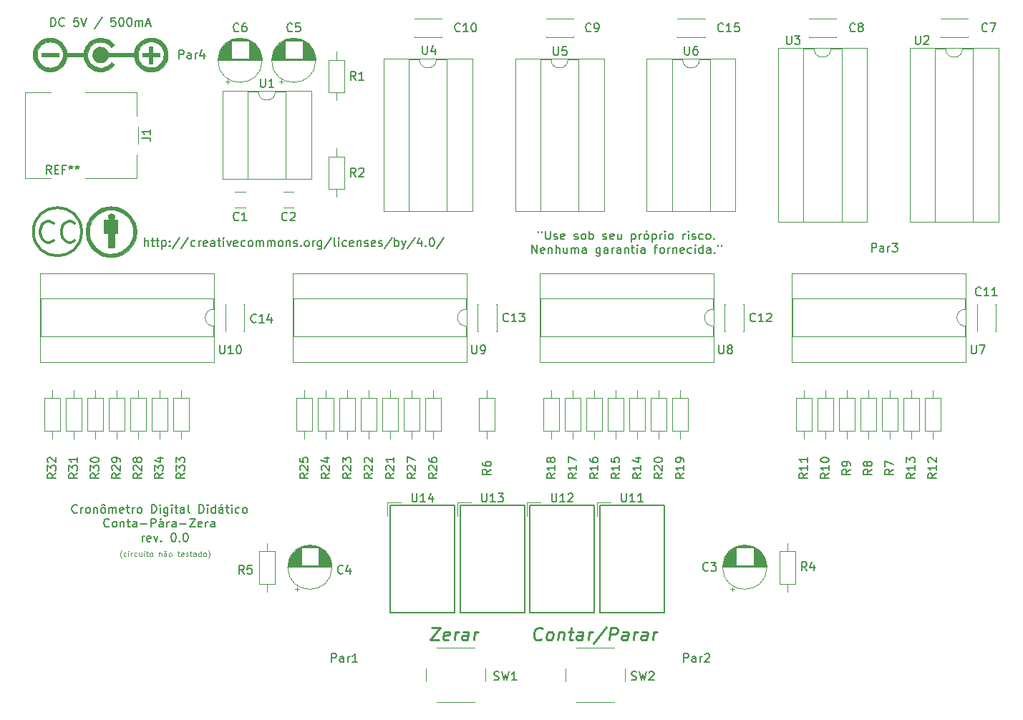
<source format=gbr>
%TF.GenerationSoftware,KiCad,Pcbnew,5.1.7-a382d34a8~87~ubuntu20.04.1*%
%TF.CreationDate,2020-10-18T23:33:31-03:00*%
%TF.ProjectId,cronometro-conta-para-zera,63726f6e-6f6d-4657-9472-6f2d636f6e74,rev?*%
%TF.SameCoordinates,Original*%
%TF.FileFunction,Legend,Top*%
%TF.FilePolarity,Positive*%
%FSLAX46Y46*%
G04 Gerber Fmt 4.6, Leading zero omitted, Abs format (unit mm)*
G04 Created by KiCad (PCBNEW 5.1.7-a382d34a8~87~ubuntu20.04.1) date 2020-10-18 23:33:31*
%MOMM*%
%LPD*%
G01*
G04 APERTURE LIST*
%ADD10C,0.100000*%
%ADD11C,0.150000*%
%ADD12C,0.250000*%
%ADD13C,0.300000*%
%ADD14C,0.010000*%
%ADD15C,0.120000*%
G04 APERTURE END LIST*
D10*
X139037857Y-90711666D02*
X139006904Y-90680714D01*
X138945000Y-90587857D01*
X138914047Y-90525952D01*
X138883095Y-90433095D01*
X138852142Y-90278333D01*
X138852142Y-90154523D01*
X138883095Y-89999761D01*
X138914047Y-89906904D01*
X138945000Y-89845000D01*
X139006904Y-89752142D01*
X139037857Y-89721190D01*
X139564047Y-90433095D02*
X139502142Y-90464047D01*
X139378333Y-90464047D01*
X139316428Y-90433095D01*
X139285476Y-90402142D01*
X139254523Y-90340238D01*
X139254523Y-90154523D01*
X139285476Y-90092619D01*
X139316428Y-90061666D01*
X139378333Y-90030714D01*
X139502142Y-90030714D01*
X139564047Y-90061666D01*
X139842619Y-90464047D02*
X139842619Y-90030714D01*
X139842619Y-89814047D02*
X139811666Y-89845000D01*
X139842619Y-89875952D01*
X139873571Y-89845000D01*
X139842619Y-89814047D01*
X139842619Y-89875952D01*
X140152142Y-90464047D02*
X140152142Y-90030714D01*
X140152142Y-90154523D02*
X140183095Y-90092619D01*
X140214047Y-90061666D01*
X140275952Y-90030714D01*
X140337857Y-90030714D01*
X140833095Y-90433095D02*
X140771190Y-90464047D01*
X140647380Y-90464047D01*
X140585476Y-90433095D01*
X140554523Y-90402142D01*
X140523571Y-90340238D01*
X140523571Y-90154523D01*
X140554523Y-90092619D01*
X140585476Y-90061666D01*
X140647380Y-90030714D01*
X140771190Y-90030714D01*
X140833095Y-90061666D01*
X141390238Y-90030714D02*
X141390238Y-90464047D01*
X141111666Y-90030714D02*
X141111666Y-90371190D01*
X141142619Y-90433095D01*
X141204523Y-90464047D01*
X141297380Y-90464047D01*
X141359285Y-90433095D01*
X141390238Y-90402142D01*
X141699761Y-90464047D02*
X141699761Y-90030714D01*
X141699761Y-89814047D02*
X141668809Y-89845000D01*
X141699761Y-89875952D01*
X141730714Y-89845000D01*
X141699761Y-89814047D01*
X141699761Y-89875952D01*
X141916428Y-90030714D02*
X142164047Y-90030714D01*
X142009285Y-89814047D02*
X142009285Y-90371190D01*
X142040238Y-90433095D01*
X142102142Y-90464047D01*
X142164047Y-90464047D01*
X142473571Y-90464047D02*
X142411666Y-90433095D01*
X142380714Y-90402142D01*
X142349761Y-90340238D01*
X142349761Y-90154523D01*
X142380714Y-90092619D01*
X142411666Y-90061666D01*
X142473571Y-90030714D01*
X142566428Y-90030714D01*
X142628333Y-90061666D01*
X142659285Y-90092619D01*
X142690238Y-90154523D01*
X142690238Y-90340238D01*
X142659285Y-90402142D01*
X142628333Y-90433095D01*
X142566428Y-90464047D01*
X142473571Y-90464047D01*
X143464047Y-90030714D02*
X143464047Y-90464047D01*
X143464047Y-90092619D02*
X143495000Y-90061666D01*
X143556904Y-90030714D01*
X143649761Y-90030714D01*
X143711666Y-90061666D01*
X143742619Y-90123571D01*
X143742619Y-90464047D01*
X144330714Y-90464047D02*
X144330714Y-90123571D01*
X144299761Y-90061666D01*
X144237857Y-90030714D01*
X144114047Y-90030714D01*
X144052142Y-90061666D01*
X144330714Y-90433095D02*
X144268809Y-90464047D01*
X144114047Y-90464047D01*
X144052142Y-90433095D01*
X144021190Y-90371190D01*
X144021190Y-90309285D01*
X144052142Y-90247380D01*
X144114047Y-90216428D01*
X144268809Y-90216428D01*
X144330714Y-90185476D01*
X144021190Y-89875952D02*
X144052142Y-89845000D01*
X144114047Y-89814047D01*
X144237857Y-89875952D01*
X144299761Y-89845000D01*
X144330714Y-89814047D01*
X144733095Y-90464047D02*
X144671190Y-90433095D01*
X144640238Y-90402142D01*
X144609285Y-90340238D01*
X144609285Y-90154523D01*
X144640238Y-90092619D01*
X144671190Y-90061666D01*
X144733095Y-90030714D01*
X144825952Y-90030714D01*
X144887857Y-90061666D01*
X144918809Y-90092619D01*
X144949761Y-90154523D01*
X144949761Y-90340238D01*
X144918809Y-90402142D01*
X144887857Y-90433095D01*
X144825952Y-90464047D01*
X144733095Y-90464047D01*
X145630714Y-90030714D02*
X145878333Y-90030714D01*
X145723571Y-89814047D02*
X145723571Y-90371190D01*
X145754523Y-90433095D01*
X145816428Y-90464047D01*
X145878333Y-90464047D01*
X146342619Y-90433095D02*
X146280714Y-90464047D01*
X146156904Y-90464047D01*
X146095000Y-90433095D01*
X146064047Y-90371190D01*
X146064047Y-90123571D01*
X146095000Y-90061666D01*
X146156904Y-90030714D01*
X146280714Y-90030714D01*
X146342619Y-90061666D01*
X146373571Y-90123571D01*
X146373571Y-90185476D01*
X146064047Y-90247380D01*
X146621190Y-90433095D02*
X146683095Y-90464047D01*
X146806904Y-90464047D01*
X146868809Y-90433095D01*
X146899761Y-90371190D01*
X146899761Y-90340238D01*
X146868809Y-90278333D01*
X146806904Y-90247380D01*
X146714047Y-90247380D01*
X146652142Y-90216428D01*
X146621190Y-90154523D01*
X146621190Y-90123571D01*
X146652142Y-90061666D01*
X146714047Y-90030714D01*
X146806904Y-90030714D01*
X146868809Y-90061666D01*
X147085476Y-90030714D02*
X147333095Y-90030714D01*
X147178333Y-89814047D02*
X147178333Y-90371190D01*
X147209285Y-90433095D01*
X147271190Y-90464047D01*
X147333095Y-90464047D01*
X147828333Y-90464047D02*
X147828333Y-90123571D01*
X147797380Y-90061666D01*
X147735476Y-90030714D01*
X147611666Y-90030714D01*
X147549761Y-90061666D01*
X147828333Y-90433095D02*
X147766428Y-90464047D01*
X147611666Y-90464047D01*
X147549761Y-90433095D01*
X147518809Y-90371190D01*
X147518809Y-90309285D01*
X147549761Y-90247380D01*
X147611666Y-90216428D01*
X147766428Y-90216428D01*
X147828333Y-90185476D01*
X148416428Y-90464047D02*
X148416428Y-89814047D01*
X148416428Y-90433095D02*
X148354523Y-90464047D01*
X148230714Y-90464047D01*
X148168809Y-90433095D01*
X148137857Y-90402142D01*
X148106904Y-90340238D01*
X148106904Y-90154523D01*
X148137857Y-90092619D01*
X148168809Y-90061666D01*
X148230714Y-90030714D01*
X148354523Y-90030714D01*
X148416428Y-90061666D01*
X148818809Y-90464047D02*
X148756904Y-90433095D01*
X148725952Y-90402142D01*
X148695000Y-90340238D01*
X148695000Y-90154523D01*
X148725952Y-90092619D01*
X148756904Y-90061666D01*
X148818809Y-90030714D01*
X148911666Y-90030714D01*
X148973571Y-90061666D01*
X149004523Y-90092619D01*
X149035476Y-90154523D01*
X149035476Y-90340238D01*
X149004523Y-90402142D01*
X148973571Y-90433095D01*
X148911666Y-90464047D01*
X148818809Y-90464047D01*
X149252142Y-90711666D02*
X149283095Y-90680714D01*
X149345000Y-90587857D01*
X149375952Y-90525952D01*
X149406904Y-90433095D01*
X149437857Y-90278333D01*
X149437857Y-90154523D01*
X149406904Y-89999761D01*
X149375952Y-89906904D01*
X149345000Y-89845000D01*
X149283095Y-89752142D01*
X149252142Y-89721190D01*
D11*
X188350238Y-51967380D02*
X188350238Y-52157857D01*
X188731190Y-51967380D02*
X188731190Y-52157857D01*
X189159761Y-51967380D02*
X189159761Y-52776904D01*
X189207380Y-52872142D01*
X189255000Y-52919761D01*
X189350238Y-52967380D01*
X189540714Y-52967380D01*
X189635952Y-52919761D01*
X189683571Y-52872142D01*
X189731190Y-52776904D01*
X189731190Y-51967380D01*
X190159761Y-52919761D02*
X190255000Y-52967380D01*
X190445476Y-52967380D01*
X190540714Y-52919761D01*
X190588333Y-52824523D01*
X190588333Y-52776904D01*
X190540714Y-52681666D01*
X190445476Y-52634047D01*
X190302619Y-52634047D01*
X190207380Y-52586428D01*
X190159761Y-52491190D01*
X190159761Y-52443571D01*
X190207380Y-52348333D01*
X190302619Y-52300714D01*
X190445476Y-52300714D01*
X190540714Y-52348333D01*
X191397857Y-52919761D02*
X191302619Y-52967380D01*
X191112142Y-52967380D01*
X191016904Y-52919761D01*
X190969285Y-52824523D01*
X190969285Y-52443571D01*
X191016904Y-52348333D01*
X191112142Y-52300714D01*
X191302619Y-52300714D01*
X191397857Y-52348333D01*
X191445476Y-52443571D01*
X191445476Y-52538809D01*
X190969285Y-52634047D01*
X192588333Y-52919761D02*
X192683571Y-52967380D01*
X192874047Y-52967380D01*
X192969285Y-52919761D01*
X193016904Y-52824523D01*
X193016904Y-52776904D01*
X192969285Y-52681666D01*
X192874047Y-52634047D01*
X192731190Y-52634047D01*
X192635952Y-52586428D01*
X192588333Y-52491190D01*
X192588333Y-52443571D01*
X192635952Y-52348333D01*
X192731190Y-52300714D01*
X192874047Y-52300714D01*
X192969285Y-52348333D01*
X193588333Y-52967380D02*
X193493095Y-52919761D01*
X193445476Y-52872142D01*
X193397857Y-52776904D01*
X193397857Y-52491190D01*
X193445476Y-52395952D01*
X193493095Y-52348333D01*
X193588333Y-52300714D01*
X193731190Y-52300714D01*
X193826428Y-52348333D01*
X193874047Y-52395952D01*
X193921666Y-52491190D01*
X193921666Y-52776904D01*
X193874047Y-52872142D01*
X193826428Y-52919761D01*
X193731190Y-52967380D01*
X193588333Y-52967380D01*
X194350238Y-52967380D02*
X194350238Y-51967380D01*
X194350238Y-52348333D02*
X194445476Y-52300714D01*
X194635952Y-52300714D01*
X194731190Y-52348333D01*
X194778809Y-52395952D01*
X194826428Y-52491190D01*
X194826428Y-52776904D01*
X194778809Y-52872142D01*
X194731190Y-52919761D01*
X194635952Y-52967380D01*
X194445476Y-52967380D01*
X194350238Y-52919761D01*
X195969285Y-52919761D02*
X196064523Y-52967380D01*
X196255000Y-52967380D01*
X196350238Y-52919761D01*
X196397857Y-52824523D01*
X196397857Y-52776904D01*
X196350238Y-52681666D01*
X196255000Y-52634047D01*
X196112142Y-52634047D01*
X196016904Y-52586428D01*
X195969285Y-52491190D01*
X195969285Y-52443571D01*
X196016904Y-52348333D01*
X196112142Y-52300714D01*
X196255000Y-52300714D01*
X196350238Y-52348333D01*
X197207380Y-52919761D02*
X197112142Y-52967380D01*
X196921666Y-52967380D01*
X196826428Y-52919761D01*
X196778809Y-52824523D01*
X196778809Y-52443571D01*
X196826428Y-52348333D01*
X196921666Y-52300714D01*
X197112142Y-52300714D01*
X197207380Y-52348333D01*
X197255000Y-52443571D01*
X197255000Y-52538809D01*
X196778809Y-52634047D01*
X198112142Y-52300714D02*
X198112142Y-52967380D01*
X197683571Y-52300714D02*
X197683571Y-52824523D01*
X197731190Y-52919761D01*
X197826428Y-52967380D01*
X197969285Y-52967380D01*
X198064523Y-52919761D01*
X198112142Y-52872142D01*
X199350238Y-52300714D02*
X199350238Y-53300714D01*
X199350238Y-52348333D02*
X199445476Y-52300714D01*
X199635952Y-52300714D01*
X199731190Y-52348333D01*
X199778809Y-52395952D01*
X199826428Y-52491190D01*
X199826428Y-52776904D01*
X199778809Y-52872142D01*
X199731190Y-52919761D01*
X199635952Y-52967380D01*
X199445476Y-52967380D01*
X199350238Y-52919761D01*
X200255000Y-52967380D02*
X200255000Y-52300714D01*
X200255000Y-52491190D02*
X200302619Y-52395952D01*
X200350238Y-52348333D01*
X200445476Y-52300714D01*
X200540714Y-52300714D01*
X201016904Y-52967380D02*
X200921666Y-52919761D01*
X200874047Y-52872142D01*
X200826428Y-52776904D01*
X200826428Y-52491190D01*
X200874047Y-52395952D01*
X200921666Y-52348333D01*
X201016904Y-52300714D01*
X201159761Y-52300714D01*
X201255000Y-52348333D01*
X201302619Y-52395952D01*
X201350238Y-52491190D01*
X201350238Y-52776904D01*
X201302619Y-52872142D01*
X201255000Y-52919761D01*
X201159761Y-52967380D01*
X201016904Y-52967380D01*
X201207380Y-51919761D02*
X201064523Y-52062619D01*
X201778809Y-52300714D02*
X201778809Y-53300714D01*
X201778809Y-52348333D02*
X201874047Y-52300714D01*
X202064523Y-52300714D01*
X202159761Y-52348333D01*
X202207380Y-52395952D01*
X202255000Y-52491190D01*
X202255000Y-52776904D01*
X202207380Y-52872142D01*
X202159761Y-52919761D01*
X202064523Y-52967380D01*
X201874047Y-52967380D01*
X201778809Y-52919761D01*
X202683571Y-52967380D02*
X202683571Y-52300714D01*
X202683571Y-52491190D02*
X202731190Y-52395952D01*
X202778809Y-52348333D01*
X202874047Y-52300714D01*
X202969285Y-52300714D01*
X203302619Y-52967380D02*
X203302619Y-52300714D01*
X203302619Y-51967380D02*
X203255000Y-52015000D01*
X203302619Y-52062619D01*
X203350238Y-52015000D01*
X203302619Y-51967380D01*
X203302619Y-52062619D01*
X203921666Y-52967380D02*
X203826428Y-52919761D01*
X203778809Y-52872142D01*
X203731190Y-52776904D01*
X203731190Y-52491190D01*
X203778809Y-52395952D01*
X203826428Y-52348333D01*
X203921666Y-52300714D01*
X204064523Y-52300714D01*
X204159761Y-52348333D01*
X204207380Y-52395952D01*
X204255000Y-52491190D01*
X204255000Y-52776904D01*
X204207380Y-52872142D01*
X204159761Y-52919761D01*
X204064523Y-52967380D01*
X203921666Y-52967380D01*
X205445476Y-52967380D02*
X205445476Y-52300714D01*
X205445476Y-52491190D02*
X205493095Y-52395952D01*
X205540714Y-52348333D01*
X205635952Y-52300714D01*
X205731190Y-52300714D01*
X206064523Y-52967380D02*
X206064523Y-52300714D01*
X206064523Y-51967380D02*
X206016904Y-52015000D01*
X206064523Y-52062619D01*
X206112142Y-52015000D01*
X206064523Y-51967380D01*
X206064523Y-52062619D01*
X206493095Y-52919761D02*
X206588333Y-52967380D01*
X206778809Y-52967380D01*
X206874047Y-52919761D01*
X206921666Y-52824523D01*
X206921666Y-52776904D01*
X206874047Y-52681666D01*
X206778809Y-52634047D01*
X206635952Y-52634047D01*
X206540714Y-52586428D01*
X206493095Y-52491190D01*
X206493095Y-52443571D01*
X206540714Y-52348333D01*
X206635952Y-52300714D01*
X206778809Y-52300714D01*
X206874047Y-52348333D01*
X207778809Y-52919761D02*
X207683571Y-52967380D01*
X207493095Y-52967380D01*
X207397857Y-52919761D01*
X207350238Y-52872142D01*
X207302619Y-52776904D01*
X207302619Y-52491190D01*
X207350238Y-52395952D01*
X207397857Y-52348333D01*
X207493095Y-52300714D01*
X207683571Y-52300714D01*
X207778809Y-52348333D01*
X208350238Y-52967380D02*
X208255000Y-52919761D01*
X208207380Y-52872142D01*
X208159761Y-52776904D01*
X208159761Y-52491190D01*
X208207380Y-52395952D01*
X208255000Y-52348333D01*
X208350238Y-52300714D01*
X208493095Y-52300714D01*
X208588333Y-52348333D01*
X208635952Y-52395952D01*
X208683571Y-52491190D01*
X208683571Y-52776904D01*
X208635952Y-52872142D01*
X208588333Y-52919761D01*
X208493095Y-52967380D01*
X208350238Y-52967380D01*
X209112142Y-52872142D02*
X209159761Y-52919761D01*
X209112142Y-52967380D01*
X209064523Y-52919761D01*
X209112142Y-52872142D01*
X209112142Y-52967380D01*
X187588333Y-54617380D02*
X187588333Y-53617380D01*
X188159761Y-54617380D01*
X188159761Y-53617380D01*
X189016904Y-54569761D02*
X188921666Y-54617380D01*
X188731190Y-54617380D01*
X188635952Y-54569761D01*
X188588333Y-54474523D01*
X188588333Y-54093571D01*
X188635952Y-53998333D01*
X188731190Y-53950714D01*
X188921666Y-53950714D01*
X189016904Y-53998333D01*
X189064523Y-54093571D01*
X189064523Y-54188809D01*
X188588333Y-54284047D01*
X189493095Y-53950714D02*
X189493095Y-54617380D01*
X189493095Y-54045952D02*
X189540714Y-53998333D01*
X189635952Y-53950714D01*
X189778809Y-53950714D01*
X189874047Y-53998333D01*
X189921666Y-54093571D01*
X189921666Y-54617380D01*
X190397857Y-54617380D02*
X190397857Y-53617380D01*
X190826428Y-54617380D02*
X190826428Y-54093571D01*
X190778809Y-53998333D01*
X190683571Y-53950714D01*
X190540714Y-53950714D01*
X190445476Y-53998333D01*
X190397857Y-54045952D01*
X191731190Y-53950714D02*
X191731190Y-54617380D01*
X191302619Y-53950714D02*
X191302619Y-54474523D01*
X191350238Y-54569761D01*
X191445476Y-54617380D01*
X191588333Y-54617380D01*
X191683571Y-54569761D01*
X191731190Y-54522142D01*
X192207380Y-54617380D02*
X192207380Y-53950714D01*
X192207380Y-54045952D02*
X192255000Y-53998333D01*
X192350238Y-53950714D01*
X192493095Y-53950714D01*
X192588333Y-53998333D01*
X192635952Y-54093571D01*
X192635952Y-54617380D01*
X192635952Y-54093571D02*
X192683571Y-53998333D01*
X192778809Y-53950714D01*
X192921666Y-53950714D01*
X193016904Y-53998333D01*
X193064523Y-54093571D01*
X193064523Y-54617380D01*
X193969285Y-54617380D02*
X193969285Y-54093571D01*
X193921666Y-53998333D01*
X193826428Y-53950714D01*
X193635952Y-53950714D01*
X193540714Y-53998333D01*
X193969285Y-54569761D02*
X193874047Y-54617380D01*
X193635952Y-54617380D01*
X193540714Y-54569761D01*
X193493095Y-54474523D01*
X193493095Y-54379285D01*
X193540714Y-54284047D01*
X193635952Y-54236428D01*
X193874047Y-54236428D01*
X193969285Y-54188809D01*
X195635952Y-53950714D02*
X195635952Y-54760238D01*
X195588333Y-54855476D01*
X195540714Y-54903095D01*
X195445476Y-54950714D01*
X195302619Y-54950714D01*
X195207380Y-54903095D01*
X195635952Y-54569761D02*
X195540714Y-54617380D01*
X195350238Y-54617380D01*
X195255000Y-54569761D01*
X195207380Y-54522142D01*
X195159761Y-54426904D01*
X195159761Y-54141190D01*
X195207380Y-54045952D01*
X195255000Y-53998333D01*
X195350238Y-53950714D01*
X195540714Y-53950714D01*
X195635952Y-53998333D01*
X196540714Y-54617380D02*
X196540714Y-54093571D01*
X196493095Y-53998333D01*
X196397857Y-53950714D01*
X196207380Y-53950714D01*
X196112142Y-53998333D01*
X196540714Y-54569761D02*
X196445476Y-54617380D01*
X196207380Y-54617380D01*
X196112142Y-54569761D01*
X196064523Y-54474523D01*
X196064523Y-54379285D01*
X196112142Y-54284047D01*
X196207380Y-54236428D01*
X196445476Y-54236428D01*
X196540714Y-54188809D01*
X197016904Y-54617380D02*
X197016904Y-53950714D01*
X197016904Y-54141190D02*
X197064523Y-54045952D01*
X197112142Y-53998333D01*
X197207380Y-53950714D01*
X197302619Y-53950714D01*
X198064523Y-54617380D02*
X198064523Y-54093571D01*
X198016904Y-53998333D01*
X197921666Y-53950714D01*
X197731190Y-53950714D01*
X197635952Y-53998333D01*
X198064523Y-54569761D02*
X197969285Y-54617380D01*
X197731190Y-54617380D01*
X197635952Y-54569761D01*
X197588333Y-54474523D01*
X197588333Y-54379285D01*
X197635952Y-54284047D01*
X197731190Y-54236428D01*
X197969285Y-54236428D01*
X198064523Y-54188809D01*
X198540714Y-53950714D02*
X198540714Y-54617380D01*
X198540714Y-54045952D02*
X198588333Y-53998333D01*
X198683571Y-53950714D01*
X198826428Y-53950714D01*
X198921666Y-53998333D01*
X198969285Y-54093571D01*
X198969285Y-54617380D01*
X199302619Y-53950714D02*
X199683571Y-53950714D01*
X199445476Y-53617380D02*
X199445476Y-54474523D01*
X199493095Y-54569761D01*
X199588333Y-54617380D01*
X199683571Y-54617380D01*
X200016904Y-54617380D02*
X200016904Y-53950714D01*
X200016904Y-53617380D02*
X199969285Y-53665000D01*
X200016904Y-53712619D01*
X200064523Y-53665000D01*
X200016904Y-53617380D01*
X200016904Y-53712619D01*
X200921666Y-54617380D02*
X200921666Y-54093571D01*
X200874047Y-53998333D01*
X200778809Y-53950714D01*
X200588333Y-53950714D01*
X200493095Y-53998333D01*
X200921666Y-54569761D02*
X200826428Y-54617380D01*
X200588333Y-54617380D01*
X200493095Y-54569761D01*
X200445476Y-54474523D01*
X200445476Y-54379285D01*
X200493095Y-54284047D01*
X200588333Y-54236428D01*
X200826428Y-54236428D01*
X200921666Y-54188809D01*
X202016904Y-53950714D02*
X202397857Y-53950714D01*
X202159761Y-54617380D02*
X202159761Y-53760238D01*
X202207380Y-53665000D01*
X202302619Y-53617380D01*
X202397857Y-53617380D01*
X202874047Y-54617380D02*
X202778809Y-54569761D01*
X202731190Y-54522142D01*
X202683571Y-54426904D01*
X202683571Y-54141190D01*
X202731190Y-54045952D01*
X202778809Y-53998333D01*
X202874047Y-53950714D01*
X203016904Y-53950714D01*
X203112142Y-53998333D01*
X203159761Y-54045952D01*
X203207380Y-54141190D01*
X203207380Y-54426904D01*
X203159761Y-54522142D01*
X203112142Y-54569761D01*
X203016904Y-54617380D01*
X202874047Y-54617380D01*
X203635952Y-54617380D02*
X203635952Y-53950714D01*
X203635952Y-54141190D02*
X203683571Y-54045952D01*
X203731190Y-53998333D01*
X203826428Y-53950714D01*
X203921666Y-53950714D01*
X204255000Y-53950714D02*
X204255000Y-54617380D01*
X204255000Y-54045952D02*
X204302619Y-53998333D01*
X204397857Y-53950714D01*
X204540714Y-53950714D01*
X204635952Y-53998333D01*
X204683571Y-54093571D01*
X204683571Y-54617380D01*
X205540714Y-54569761D02*
X205445476Y-54617380D01*
X205255000Y-54617380D01*
X205159761Y-54569761D01*
X205112142Y-54474523D01*
X205112142Y-54093571D01*
X205159761Y-53998333D01*
X205255000Y-53950714D01*
X205445476Y-53950714D01*
X205540714Y-53998333D01*
X205588333Y-54093571D01*
X205588333Y-54188809D01*
X205112142Y-54284047D01*
X206445476Y-54569761D02*
X206350238Y-54617380D01*
X206159761Y-54617380D01*
X206064523Y-54569761D01*
X206016904Y-54522142D01*
X205969285Y-54426904D01*
X205969285Y-54141190D01*
X206016904Y-54045952D01*
X206064523Y-53998333D01*
X206159761Y-53950714D01*
X206350238Y-53950714D01*
X206445476Y-53998333D01*
X206874047Y-54617380D02*
X206874047Y-53950714D01*
X206874047Y-53617380D02*
X206826428Y-53665000D01*
X206874047Y-53712619D01*
X206921666Y-53665000D01*
X206874047Y-53617380D01*
X206874047Y-53712619D01*
X207778809Y-54617380D02*
X207778809Y-53617380D01*
X207778809Y-54569761D02*
X207683571Y-54617380D01*
X207493095Y-54617380D01*
X207397857Y-54569761D01*
X207350238Y-54522142D01*
X207302619Y-54426904D01*
X207302619Y-54141190D01*
X207350238Y-54045952D01*
X207397857Y-53998333D01*
X207493095Y-53950714D01*
X207683571Y-53950714D01*
X207778809Y-53998333D01*
X208683571Y-54617380D02*
X208683571Y-54093571D01*
X208635952Y-53998333D01*
X208540714Y-53950714D01*
X208350238Y-53950714D01*
X208255000Y-53998333D01*
X208683571Y-54569761D02*
X208588333Y-54617380D01*
X208350238Y-54617380D01*
X208255000Y-54569761D01*
X208207380Y-54474523D01*
X208207380Y-54379285D01*
X208255000Y-54284047D01*
X208350238Y-54236428D01*
X208588333Y-54236428D01*
X208683571Y-54188809D01*
X209159761Y-54522142D02*
X209207380Y-54569761D01*
X209159761Y-54617380D01*
X209112142Y-54569761D01*
X209159761Y-54522142D01*
X209159761Y-54617380D01*
X209588333Y-53617380D02*
X209588333Y-53807857D01*
X209969285Y-53617380D02*
X209969285Y-53807857D01*
X141454523Y-88717380D02*
X141454523Y-88050714D01*
X141454523Y-88241190D02*
X141502142Y-88145952D01*
X141549761Y-88098333D01*
X141645000Y-88050714D01*
X141740238Y-88050714D01*
X142454523Y-88669761D02*
X142359285Y-88717380D01*
X142168809Y-88717380D01*
X142073571Y-88669761D01*
X142025952Y-88574523D01*
X142025952Y-88193571D01*
X142073571Y-88098333D01*
X142168809Y-88050714D01*
X142359285Y-88050714D01*
X142454523Y-88098333D01*
X142502142Y-88193571D01*
X142502142Y-88288809D01*
X142025952Y-88384047D01*
X142835476Y-88050714D02*
X143073571Y-88717380D01*
X143311666Y-88050714D01*
X143692619Y-88622142D02*
X143740238Y-88669761D01*
X143692619Y-88717380D01*
X143645000Y-88669761D01*
X143692619Y-88622142D01*
X143692619Y-88717380D01*
X145121190Y-87717380D02*
X145216428Y-87717380D01*
X145311666Y-87765000D01*
X145359285Y-87812619D01*
X145406904Y-87907857D01*
X145454523Y-88098333D01*
X145454523Y-88336428D01*
X145406904Y-88526904D01*
X145359285Y-88622142D01*
X145311666Y-88669761D01*
X145216428Y-88717380D01*
X145121190Y-88717380D01*
X145025952Y-88669761D01*
X144978333Y-88622142D01*
X144930714Y-88526904D01*
X144883095Y-88336428D01*
X144883095Y-88098333D01*
X144930714Y-87907857D01*
X144978333Y-87812619D01*
X145025952Y-87765000D01*
X145121190Y-87717380D01*
X145883095Y-88622142D02*
X145930714Y-88669761D01*
X145883095Y-88717380D01*
X145835476Y-88669761D01*
X145883095Y-88622142D01*
X145883095Y-88717380D01*
X146549761Y-87717380D02*
X146645000Y-87717380D01*
X146740238Y-87765000D01*
X146787857Y-87812619D01*
X146835476Y-87907857D01*
X146883095Y-88098333D01*
X146883095Y-88336428D01*
X146835476Y-88526904D01*
X146787857Y-88622142D01*
X146740238Y-88669761D01*
X146645000Y-88717380D01*
X146549761Y-88717380D01*
X146454523Y-88669761D01*
X146406904Y-88622142D01*
X146359285Y-88526904D01*
X146311666Y-88336428D01*
X146311666Y-88098333D01*
X146359285Y-87907857D01*
X146406904Y-87812619D01*
X146454523Y-87765000D01*
X146549761Y-87717380D01*
X133771904Y-85257142D02*
X133724285Y-85304761D01*
X133581428Y-85352380D01*
X133486190Y-85352380D01*
X133343333Y-85304761D01*
X133248095Y-85209523D01*
X133200476Y-85114285D01*
X133152857Y-84923809D01*
X133152857Y-84780952D01*
X133200476Y-84590476D01*
X133248095Y-84495238D01*
X133343333Y-84400000D01*
X133486190Y-84352380D01*
X133581428Y-84352380D01*
X133724285Y-84400000D01*
X133771904Y-84447619D01*
X134200476Y-85352380D02*
X134200476Y-84685714D01*
X134200476Y-84876190D02*
X134248095Y-84780952D01*
X134295714Y-84733333D01*
X134390952Y-84685714D01*
X134486190Y-84685714D01*
X134962380Y-85352380D02*
X134867142Y-85304761D01*
X134819523Y-85257142D01*
X134771904Y-85161904D01*
X134771904Y-84876190D01*
X134819523Y-84780952D01*
X134867142Y-84733333D01*
X134962380Y-84685714D01*
X135105238Y-84685714D01*
X135200476Y-84733333D01*
X135248095Y-84780952D01*
X135295714Y-84876190D01*
X135295714Y-85161904D01*
X135248095Y-85257142D01*
X135200476Y-85304761D01*
X135105238Y-85352380D01*
X134962380Y-85352380D01*
X135724285Y-84685714D02*
X135724285Y-85352380D01*
X135724285Y-84780952D02*
X135771904Y-84733333D01*
X135867142Y-84685714D01*
X136010000Y-84685714D01*
X136105238Y-84733333D01*
X136152857Y-84828571D01*
X136152857Y-85352380D01*
X136771904Y-85352380D02*
X136676666Y-85304761D01*
X136629047Y-85257142D01*
X136581428Y-85161904D01*
X136581428Y-84876190D01*
X136629047Y-84780952D01*
X136676666Y-84733333D01*
X136771904Y-84685714D01*
X136914761Y-84685714D01*
X137010000Y-84733333D01*
X137057619Y-84780952D01*
X137105238Y-84876190D01*
X137105238Y-85161904D01*
X137057619Y-85257142D01*
X137010000Y-85304761D01*
X136914761Y-85352380D01*
X136771904Y-85352380D01*
X136676666Y-84447619D02*
X136867142Y-84304761D01*
X137057619Y-84447619D01*
X137533809Y-85352380D02*
X137533809Y-84685714D01*
X137533809Y-84780952D02*
X137581428Y-84733333D01*
X137676666Y-84685714D01*
X137819523Y-84685714D01*
X137914761Y-84733333D01*
X137962380Y-84828571D01*
X137962380Y-85352380D01*
X137962380Y-84828571D02*
X138010000Y-84733333D01*
X138105238Y-84685714D01*
X138248095Y-84685714D01*
X138343333Y-84733333D01*
X138390952Y-84828571D01*
X138390952Y-85352380D01*
X139248095Y-85304761D02*
X139152857Y-85352380D01*
X138962380Y-85352380D01*
X138867142Y-85304761D01*
X138819523Y-85209523D01*
X138819523Y-84828571D01*
X138867142Y-84733333D01*
X138962380Y-84685714D01*
X139152857Y-84685714D01*
X139248095Y-84733333D01*
X139295714Y-84828571D01*
X139295714Y-84923809D01*
X138819523Y-85019047D01*
X139581428Y-84685714D02*
X139962380Y-84685714D01*
X139724285Y-84352380D02*
X139724285Y-85209523D01*
X139771904Y-85304761D01*
X139867142Y-85352380D01*
X139962380Y-85352380D01*
X140295714Y-85352380D02*
X140295714Y-84685714D01*
X140295714Y-84876190D02*
X140343333Y-84780952D01*
X140390952Y-84733333D01*
X140486190Y-84685714D01*
X140581428Y-84685714D01*
X141057619Y-85352380D02*
X140962380Y-85304761D01*
X140914761Y-85257142D01*
X140867142Y-85161904D01*
X140867142Y-84876190D01*
X140914761Y-84780952D01*
X140962380Y-84733333D01*
X141057619Y-84685714D01*
X141200476Y-84685714D01*
X141295714Y-84733333D01*
X141343333Y-84780952D01*
X141390952Y-84876190D01*
X141390952Y-85161904D01*
X141343333Y-85257142D01*
X141295714Y-85304761D01*
X141200476Y-85352380D01*
X141057619Y-85352380D01*
X142581428Y-85352380D02*
X142581428Y-84352380D01*
X142819523Y-84352380D01*
X142962380Y-84400000D01*
X143057619Y-84495238D01*
X143105238Y-84590476D01*
X143152857Y-84780952D01*
X143152857Y-84923809D01*
X143105238Y-85114285D01*
X143057619Y-85209523D01*
X142962380Y-85304761D01*
X142819523Y-85352380D01*
X142581428Y-85352380D01*
X143581428Y-85352380D02*
X143581428Y-84685714D01*
X143581428Y-84352380D02*
X143533809Y-84400000D01*
X143581428Y-84447619D01*
X143629047Y-84400000D01*
X143581428Y-84352380D01*
X143581428Y-84447619D01*
X144486190Y-84685714D02*
X144486190Y-85495238D01*
X144438571Y-85590476D01*
X144390952Y-85638095D01*
X144295714Y-85685714D01*
X144152857Y-85685714D01*
X144057619Y-85638095D01*
X144486190Y-85304761D02*
X144390952Y-85352380D01*
X144200476Y-85352380D01*
X144105238Y-85304761D01*
X144057619Y-85257142D01*
X144010000Y-85161904D01*
X144010000Y-84876190D01*
X144057619Y-84780952D01*
X144105238Y-84733333D01*
X144200476Y-84685714D01*
X144390952Y-84685714D01*
X144486190Y-84733333D01*
X144962380Y-85352380D02*
X144962380Y-84685714D01*
X144962380Y-84352380D02*
X144914761Y-84400000D01*
X144962380Y-84447619D01*
X145010000Y-84400000D01*
X144962380Y-84352380D01*
X144962380Y-84447619D01*
X145295714Y-84685714D02*
X145676666Y-84685714D01*
X145438571Y-84352380D02*
X145438571Y-85209523D01*
X145486190Y-85304761D01*
X145581428Y-85352380D01*
X145676666Y-85352380D01*
X146438571Y-85352380D02*
X146438571Y-84828571D01*
X146390952Y-84733333D01*
X146295714Y-84685714D01*
X146105238Y-84685714D01*
X146010000Y-84733333D01*
X146438571Y-85304761D02*
X146343333Y-85352380D01*
X146105238Y-85352380D01*
X146010000Y-85304761D01*
X145962380Y-85209523D01*
X145962380Y-85114285D01*
X146010000Y-85019047D01*
X146105238Y-84971428D01*
X146343333Y-84971428D01*
X146438571Y-84923809D01*
X147057619Y-85352380D02*
X146962380Y-85304761D01*
X146914761Y-85209523D01*
X146914761Y-84352380D01*
X148200476Y-85352380D02*
X148200476Y-84352380D01*
X148438571Y-84352380D01*
X148581428Y-84400000D01*
X148676666Y-84495238D01*
X148724285Y-84590476D01*
X148771904Y-84780952D01*
X148771904Y-84923809D01*
X148724285Y-85114285D01*
X148676666Y-85209523D01*
X148581428Y-85304761D01*
X148438571Y-85352380D01*
X148200476Y-85352380D01*
X149200476Y-85352380D02*
X149200476Y-84685714D01*
X149200476Y-84352380D02*
X149152857Y-84400000D01*
X149200476Y-84447619D01*
X149248095Y-84400000D01*
X149200476Y-84352380D01*
X149200476Y-84447619D01*
X150105238Y-85352380D02*
X150105238Y-84352380D01*
X150105238Y-85304761D02*
X150010000Y-85352380D01*
X149819523Y-85352380D01*
X149724285Y-85304761D01*
X149676666Y-85257142D01*
X149629047Y-85161904D01*
X149629047Y-84876190D01*
X149676666Y-84780952D01*
X149724285Y-84733333D01*
X149819523Y-84685714D01*
X150010000Y-84685714D01*
X150105238Y-84733333D01*
X151010000Y-85352380D02*
X151010000Y-84828571D01*
X150962380Y-84733333D01*
X150867142Y-84685714D01*
X150676666Y-84685714D01*
X150581428Y-84733333D01*
X151010000Y-85304761D02*
X150914761Y-85352380D01*
X150676666Y-85352380D01*
X150581428Y-85304761D01*
X150533809Y-85209523D01*
X150533809Y-85114285D01*
X150581428Y-85019047D01*
X150676666Y-84971428D01*
X150914761Y-84971428D01*
X151010000Y-84923809D01*
X150867142Y-84304761D02*
X150724285Y-84447619D01*
X151343333Y-84685714D02*
X151724285Y-84685714D01*
X151486190Y-84352380D02*
X151486190Y-85209523D01*
X151533809Y-85304761D01*
X151629047Y-85352380D01*
X151724285Y-85352380D01*
X152057619Y-85352380D02*
X152057619Y-84685714D01*
X152057619Y-84352380D02*
X152010000Y-84400000D01*
X152057619Y-84447619D01*
X152105238Y-84400000D01*
X152057619Y-84352380D01*
X152057619Y-84447619D01*
X152962380Y-85304761D02*
X152867142Y-85352380D01*
X152676666Y-85352380D01*
X152581428Y-85304761D01*
X152533809Y-85257142D01*
X152486190Y-85161904D01*
X152486190Y-84876190D01*
X152533809Y-84780952D01*
X152581428Y-84733333D01*
X152676666Y-84685714D01*
X152867142Y-84685714D01*
X152962380Y-84733333D01*
X153533809Y-85352380D02*
X153438571Y-85304761D01*
X153390952Y-85257142D01*
X153343333Y-85161904D01*
X153343333Y-84876190D01*
X153390952Y-84780952D01*
X153438571Y-84733333D01*
X153533809Y-84685714D01*
X153676666Y-84685714D01*
X153771904Y-84733333D01*
X153819523Y-84780952D01*
X153867142Y-84876190D01*
X153867142Y-85161904D01*
X153819523Y-85257142D01*
X153771904Y-85304761D01*
X153676666Y-85352380D01*
X153533809Y-85352380D01*
X137557619Y-86907142D02*
X137510000Y-86954761D01*
X137367142Y-87002380D01*
X137271904Y-87002380D01*
X137129047Y-86954761D01*
X137033809Y-86859523D01*
X136986190Y-86764285D01*
X136938571Y-86573809D01*
X136938571Y-86430952D01*
X136986190Y-86240476D01*
X137033809Y-86145238D01*
X137129047Y-86050000D01*
X137271904Y-86002380D01*
X137367142Y-86002380D01*
X137510000Y-86050000D01*
X137557619Y-86097619D01*
X138129047Y-87002380D02*
X138033809Y-86954761D01*
X137986190Y-86907142D01*
X137938571Y-86811904D01*
X137938571Y-86526190D01*
X137986190Y-86430952D01*
X138033809Y-86383333D01*
X138129047Y-86335714D01*
X138271904Y-86335714D01*
X138367142Y-86383333D01*
X138414761Y-86430952D01*
X138462380Y-86526190D01*
X138462380Y-86811904D01*
X138414761Y-86907142D01*
X138367142Y-86954761D01*
X138271904Y-87002380D01*
X138129047Y-87002380D01*
X138890952Y-86335714D02*
X138890952Y-87002380D01*
X138890952Y-86430952D02*
X138938571Y-86383333D01*
X139033809Y-86335714D01*
X139176666Y-86335714D01*
X139271904Y-86383333D01*
X139319523Y-86478571D01*
X139319523Y-87002380D01*
X139652857Y-86335714D02*
X140033809Y-86335714D01*
X139795714Y-86002380D02*
X139795714Y-86859523D01*
X139843333Y-86954761D01*
X139938571Y-87002380D01*
X140033809Y-87002380D01*
X140795714Y-87002380D02*
X140795714Y-86478571D01*
X140748095Y-86383333D01*
X140652857Y-86335714D01*
X140462380Y-86335714D01*
X140367142Y-86383333D01*
X140795714Y-86954761D02*
X140700476Y-87002380D01*
X140462380Y-87002380D01*
X140367142Y-86954761D01*
X140319523Y-86859523D01*
X140319523Y-86764285D01*
X140367142Y-86669047D01*
X140462380Y-86621428D01*
X140700476Y-86621428D01*
X140795714Y-86573809D01*
X141271904Y-86621428D02*
X142033809Y-86621428D01*
X142510000Y-87002380D02*
X142510000Y-86002380D01*
X142890952Y-86002380D01*
X142986190Y-86050000D01*
X143033809Y-86097619D01*
X143081428Y-86192857D01*
X143081428Y-86335714D01*
X143033809Y-86430952D01*
X142986190Y-86478571D01*
X142890952Y-86526190D01*
X142510000Y-86526190D01*
X143938571Y-87002380D02*
X143938571Y-86478571D01*
X143890952Y-86383333D01*
X143795714Y-86335714D01*
X143605238Y-86335714D01*
X143510000Y-86383333D01*
X143938571Y-86954761D02*
X143843333Y-87002380D01*
X143605238Y-87002380D01*
X143510000Y-86954761D01*
X143462380Y-86859523D01*
X143462380Y-86764285D01*
X143510000Y-86669047D01*
X143605238Y-86621428D01*
X143843333Y-86621428D01*
X143938571Y-86573809D01*
X143795714Y-85954761D02*
X143652857Y-86097619D01*
X144414761Y-87002380D02*
X144414761Y-86335714D01*
X144414761Y-86526190D02*
X144462380Y-86430952D01*
X144510000Y-86383333D01*
X144605238Y-86335714D01*
X144700476Y-86335714D01*
X145462380Y-87002380D02*
X145462380Y-86478571D01*
X145414761Y-86383333D01*
X145319523Y-86335714D01*
X145129047Y-86335714D01*
X145033809Y-86383333D01*
X145462380Y-86954761D02*
X145367142Y-87002380D01*
X145129047Y-87002380D01*
X145033809Y-86954761D01*
X144986190Y-86859523D01*
X144986190Y-86764285D01*
X145033809Y-86669047D01*
X145129047Y-86621428D01*
X145367142Y-86621428D01*
X145462380Y-86573809D01*
X145938571Y-86621428D02*
X146700476Y-86621428D01*
X147081428Y-86002380D02*
X147748095Y-86002380D01*
X147081428Y-87002380D01*
X147748095Y-87002380D01*
X148510000Y-86954761D02*
X148414761Y-87002380D01*
X148224285Y-87002380D01*
X148129047Y-86954761D01*
X148081428Y-86859523D01*
X148081428Y-86478571D01*
X148129047Y-86383333D01*
X148224285Y-86335714D01*
X148414761Y-86335714D01*
X148510000Y-86383333D01*
X148557619Y-86478571D01*
X148557619Y-86573809D01*
X148081428Y-86669047D01*
X148986190Y-87002380D02*
X148986190Y-86335714D01*
X148986190Y-86526190D02*
X149033809Y-86430952D01*
X149081428Y-86383333D01*
X149176666Y-86335714D01*
X149271904Y-86335714D01*
X150033809Y-87002380D02*
X150033809Y-86478571D01*
X149986190Y-86383333D01*
X149890952Y-86335714D01*
X149700476Y-86335714D01*
X149605238Y-86383333D01*
X150033809Y-86954761D02*
X149938571Y-87002380D01*
X149700476Y-87002380D01*
X149605238Y-86954761D01*
X149557619Y-86859523D01*
X149557619Y-86764285D01*
X149605238Y-86669047D01*
X149700476Y-86621428D01*
X149938571Y-86621428D01*
X150033809Y-86573809D01*
D12*
X188652133Y-100230714D02*
X188571776Y-100302142D01*
X188348562Y-100373571D01*
X188205705Y-100373571D01*
X188000348Y-100302142D01*
X187875348Y-100159285D01*
X187821776Y-100016428D01*
X187786062Y-99730714D01*
X187812848Y-99516428D01*
X187919991Y-99230714D01*
X188009276Y-99087857D01*
X188169991Y-98945000D01*
X188393205Y-98873571D01*
X188536062Y-98873571D01*
X188741419Y-98945000D01*
X188803919Y-99016428D01*
X189491419Y-100373571D02*
X189357491Y-100302142D01*
X189294991Y-100230714D01*
X189241419Y-100087857D01*
X189294991Y-99659285D01*
X189384276Y-99516428D01*
X189464633Y-99445000D01*
X189616419Y-99373571D01*
X189830705Y-99373571D01*
X189964633Y-99445000D01*
X190027133Y-99516428D01*
X190080705Y-99659285D01*
X190027133Y-100087857D01*
X189937848Y-100230714D01*
X189857491Y-100302142D01*
X189705705Y-100373571D01*
X189491419Y-100373571D01*
X190759276Y-99373571D02*
X190634276Y-100373571D01*
X190741419Y-99516428D02*
X190821776Y-99445000D01*
X190973562Y-99373571D01*
X191187848Y-99373571D01*
X191321776Y-99445000D01*
X191375348Y-99587857D01*
X191277133Y-100373571D01*
X191902133Y-99373571D02*
X192473562Y-99373571D01*
X192178919Y-98873571D02*
X192018205Y-100159285D01*
X192071776Y-100302142D01*
X192205705Y-100373571D01*
X192348562Y-100373571D01*
X193491419Y-100373571D02*
X193589633Y-99587857D01*
X193536062Y-99445000D01*
X193402133Y-99373571D01*
X193116419Y-99373571D01*
X192964633Y-99445000D01*
X193500348Y-100302142D02*
X193348562Y-100373571D01*
X192991419Y-100373571D01*
X192857491Y-100302142D01*
X192803919Y-100159285D01*
X192821776Y-100016428D01*
X192911062Y-99873571D01*
X193062848Y-99802142D01*
X193419991Y-99802142D01*
X193571776Y-99730714D01*
X194205705Y-100373571D02*
X194330705Y-99373571D01*
X194294991Y-99659285D02*
X194384276Y-99516428D01*
X194464633Y-99445000D01*
X194616419Y-99373571D01*
X194759276Y-99373571D01*
X196402133Y-98802142D02*
X194875348Y-100730714D01*
X196705705Y-100373571D02*
X196893205Y-98873571D01*
X197464633Y-98873571D01*
X197598562Y-98945000D01*
X197661062Y-99016428D01*
X197714633Y-99159285D01*
X197687848Y-99373571D01*
X197598562Y-99516428D01*
X197518205Y-99587857D01*
X197366419Y-99659285D01*
X196794991Y-99659285D01*
X198848562Y-100373571D02*
X198946776Y-99587857D01*
X198893205Y-99445000D01*
X198759276Y-99373571D01*
X198473562Y-99373571D01*
X198321776Y-99445000D01*
X198857491Y-100302142D02*
X198705705Y-100373571D01*
X198348562Y-100373571D01*
X198214633Y-100302142D01*
X198161062Y-100159285D01*
X198178919Y-100016428D01*
X198268205Y-99873571D01*
X198419991Y-99802142D01*
X198777133Y-99802142D01*
X198928919Y-99730714D01*
X199562848Y-100373571D02*
X199687848Y-99373571D01*
X199652133Y-99659285D02*
X199741419Y-99516428D01*
X199821776Y-99445000D01*
X199973562Y-99373571D01*
X200116419Y-99373571D01*
X201134276Y-100373571D02*
X201232491Y-99587857D01*
X201178919Y-99445000D01*
X201044991Y-99373571D01*
X200759276Y-99373571D01*
X200607491Y-99445000D01*
X201143205Y-100302142D02*
X200991419Y-100373571D01*
X200634276Y-100373571D01*
X200500348Y-100302142D01*
X200446776Y-100159285D01*
X200464633Y-100016428D01*
X200553919Y-99873571D01*
X200705705Y-99802142D01*
X201062848Y-99802142D01*
X201214633Y-99730714D01*
X201848562Y-100373571D02*
X201973562Y-99373571D01*
X201937848Y-99659285D02*
X202027133Y-99516428D01*
X202107491Y-99445000D01*
X202259276Y-99373571D01*
X202402133Y-99373571D01*
X175720491Y-98873571D02*
X176720491Y-98873571D01*
X175532991Y-100373571D01*
X176532991Y-100373571D01*
X177684776Y-100302142D02*
X177532991Y-100373571D01*
X177247276Y-100373571D01*
X177113348Y-100302142D01*
X177059776Y-100159285D01*
X177131205Y-99587857D01*
X177220491Y-99445000D01*
X177372276Y-99373571D01*
X177657991Y-99373571D01*
X177791919Y-99445000D01*
X177845491Y-99587857D01*
X177827633Y-99730714D01*
X177095491Y-99873571D01*
X178390133Y-100373571D02*
X178515133Y-99373571D01*
X178479419Y-99659285D02*
X178568705Y-99516428D01*
X178649062Y-99445000D01*
X178800848Y-99373571D01*
X178943705Y-99373571D01*
X179961562Y-100373571D02*
X180059776Y-99587857D01*
X180006205Y-99445000D01*
X179872276Y-99373571D01*
X179586562Y-99373571D01*
X179434776Y-99445000D01*
X179970491Y-100302142D02*
X179818705Y-100373571D01*
X179461562Y-100373571D01*
X179327633Y-100302142D01*
X179274062Y-100159285D01*
X179291919Y-100016428D01*
X179381205Y-99873571D01*
X179532991Y-99802142D01*
X179890133Y-99802142D01*
X180041919Y-99730714D01*
X180675848Y-100373571D02*
X180800848Y-99373571D01*
X180765133Y-99659285D02*
X180854419Y-99516428D01*
X180934776Y-99445000D01*
X181086562Y-99373571D01*
X181229419Y-99373571D01*
D11*
X141765952Y-53792380D02*
X141765952Y-52792380D01*
X142194523Y-53792380D02*
X142194523Y-53268571D01*
X142146904Y-53173333D01*
X142051666Y-53125714D01*
X141908809Y-53125714D01*
X141813571Y-53173333D01*
X141765952Y-53220952D01*
X142527857Y-53125714D02*
X142908809Y-53125714D01*
X142670714Y-52792380D02*
X142670714Y-53649523D01*
X142718333Y-53744761D01*
X142813571Y-53792380D01*
X142908809Y-53792380D01*
X143099285Y-53125714D02*
X143480238Y-53125714D01*
X143242142Y-52792380D02*
X143242142Y-53649523D01*
X143289761Y-53744761D01*
X143385000Y-53792380D01*
X143480238Y-53792380D01*
X143813571Y-53125714D02*
X143813571Y-54125714D01*
X143813571Y-53173333D02*
X143908809Y-53125714D01*
X144099285Y-53125714D01*
X144194523Y-53173333D01*
X144242142Y-53220952D01*
X144289761Y-53316190D01*
X144289761Y-53601904D01*
X144242142Y-53697142D01*
X144194523Y-53744761D01*
X144099285Y-53792380D01*
X143908809Y-53792380D01*
X143813571Y-53744761D01*
X144718333Y-53697142D02*
X144765952Y-53744761D01*
X144718333Y-53792380D01*
X144670714Y-53744761D01*
X144718333Y-53697142D01*
X144718333Y-53792380D01*
X144718333Y-53173333D02*
X144765952Y-53220952D01*
X144718333Y-53268571D01*
X144670714Y-53220952D01*
X144718333Y-53173333D01*
X144718333Y-53268571D01*
X145908809Y-52744761D02*
X145051666Y-54030476D01*
X146956428Y-52744761D02*
X146099285Y-54030476D01*
X147718333Y-53744761D02*
X147623095Y-53792380D01*
X147432619Y-53792380D01*
X147337380Y-53744761D01*
X147289761Y-53697142D01*
X147242142Y-53601904D01*
X147242142Y-53316190D01*
X147289761Y-53220952D01*
X147337380Y-53173333D01*
X147432619Y-53125714D01*
X147623095Y-53125714D01*
X147718333Y-53173333D01*
X148146904Y-53792380D02*
X148146904Y-53125714D01*
X148146904Y-53316190D02*
X148194523Y-53220952D01*
X148242142Y-53173333D01*
X148337380Y-53125714D01*
X148432619Y-53125714D01*
X149146904Y-53744761D02*
X149051666Y-53792380D01*
X148861190Y-53792380D01*
X148765952Y-53744761D01*
X148718333Y-53649523D01*
X148718333Y-53268571D01*
X148765952Y-53173333D01*
X148861190Y-53125714D01*
X149051666Y-53125714D01*
X149146904Y-53173333D01*
X149194523Y-53268571D01*
X149194523Y-53363809D01*
X148718333Y-53459047D01*
X150051666Y-53792380D02*
X150051666Y-53268571D01*
X150004047Y-53173333D01*
X149908809Y-53125714D01*
X149718333Y-53125714D01*
X149623095Y-53173333D01*
X150051666Y-53744761D02*
X149956428Y-53792380D01*
X149718333Y-53792380D01*
X149623095Y-53744761D01*
X149575476Y-53649523D01*
X149575476Y-53554285D01*
X149623095Y-53459047D01*
X149718333Y-53411428D01*
X149956428Y-53411428D01*
X150051666Y-53363809D01*
X150385000Y-53125714D02*
X150765952Y-53125714D01*
X150527857Y-52792380D02*
X150527857Y-53649523D01*
X150575476Y-53744761D01*
X150670714Y-53792380D01*
X150765952Y-53792380D01*
X151099285Y-53792380D02*
X151099285Y-53125714D01*
X151099285Y-52792380D02*
X151051666Y-52840000D01*
X151099285Y-52887619D01*
X151146904Y-52840000D01*
X151099285Y-52792380D01*
X151099285Y-52887619D01*
X151480238Y-53125714D02*
X151718333Y-53792380D01*
X151956428Y-53125714D01*
X152718333Y-53744761D02*
X152623095Y-53792380D01*
X152432619Y-53792380D01*
X152337380Y-53744761D01*
X152289761Y-53649523D01*
X152289761Y-53268571D01*
X152337380Y-53173333D01*
X152432619Y-53125714D01*
X152623095Y-53125714D01*
X152718333Y-53173333D01*
X152765952Y-53268571D01*
X152765952Y-53363809D01*
X152289761Y-53459047D01*
X153623095Y-53744761D02*
X153527857Y-53792380D01*
X153337380Y-53792380D01*
X153242142Y-53744761D01*
X153194523Y-53697142D01*
X153146904Y-53601904D01*
X153146904Y-53316190D01*
X153194523Y-53220952D01*
X153242142Y-53173333D01*
X153337380Y-53125714D01*
X153527857Y-53125714D01*
X153623095Y-53173333D01*
X154194523Y-53792380D02*
X154099285Y-53744761D01*
X154051666Y-53697142D01*
X154004047Y-53601904D01*
X154004047Y-53316190D01*
X154051666Y-53220952D01*
X154099285Y-53173333D01*
X154194523Y-53125714D01*
X154337380Y-53125714D01*
X154432619Y-53173333D01*
X154480238Y-53220952D01*
X154527857Y-53316190D01*
X154527857Y-53601904D01*
X154480238Y-53697142D01*
X154432619Y-53744761D01*
X154337380Y-53792380D01*
X154194523Y-53792380D01*
X154956428Y-53792380D02*
X154956428Y-53125714D01*
X154956428Y-53220952D02*
X155004047Y-53173333D01*
X155099285Y-53125714D01*
X155242142Y-53125714D01*
X155337380Y-53173333D01*
X155385000Y-53268571D01*
X155385000Y-53792380D01*
X155385000Y-53268571D02*
X155432619Y-53173333D01*
X155527857Y-53125714D01*
X155670714Y-53125714D01*
X155765952Y-53173333D01*
X155813571Y-53268571D01*
X155813571Y-53792380D01*
X156289761Y-53792380D02*
X156289761Y-53125714D01*
X156289761Y-53220952D02*
X156337380Y-53173333D01*
X156432619Y-53125714D01*
X156575476Y-53125714D01*
X156670714Y-53173333D01*
X156718333Y-53268571D01*
X156718333Y-53792380D01*
X156718333Y-53268571D02*
X156765952Y-53173333D01*
X156861190Y-53125714D01*
X157004047Y-53125714D01*
X157099285Y-53173333D01*
X157146904Y-53268571D01*
X157146904Y-53792380D01*
X157765952Y-53792380D02*
X157670714Y-53744761D01*
X157623095Y-53697142D01*
X157575476Y-53601904D01*
X157575476Y-53316190D01*
X157623095Y-53220952D01*
X157670714Y-53173333D01*
X157765952Y-53125714D01*
X157908809Y-53125714D01*
X158004047Y-53173333D01*
X158051666Y-53220952D01*
X158099285Y-53316190D01*
X158099285Y-53601904D01*
X158051666Y-53697142D01*
X158004047Y-53744761D01*
X157908809Y-53792380D01*
X157765952Y-53792380D01*
X158527857Y-53125714D02*
X158527857Y-53792380D01*
X158527857Y-53220952D02*
X158575476Y-53173333D01*
X158670714Y-53125714D01*
X158813571Y-53125714D01*
X158908809Y-53173333D01*
X158956428Y-53268571D01*
X158956428Y-53792380D01*
X159385000Y-53744761D02*
X159480238Y-53792380D01*
X159670714Y-53792380D01*
X159765952Y-53744761D01*
X159813571Y-53649523D01*
X159813571Y-53601904D01*
X159765952Y-53506666D01*
X159670714Y-53459047D01*
X159527857Y-53459047D01*
X159432619Y-53411428D01*
X159385000Y-53316190D01*
X159385000Y-53268571D01*
X159432619Y-53173333D01*
X159527857Y-53125714D01*
X159670714Y-53125714D01*
X159765952Y-53173333D01*
X160242142Y-53697142D02*
X160289761Y-53744761D01*
X160242142Y-53792380D01*
X160194523Y-53744761D01*
X160242142Y-53697142D01*
X160242142Y-53792380D01*
X160861190Y-53792380D02*
X160765952Y-53744761D01*
X160718333Y-53697142D01*
X160670714Y-53601904D01*
X160670714Y-53316190D01*
X160718333Y-53220952D01*
X160765952Y-53173333D01*
X160861190Y-53125714D01*
X161004047Y-53125714D01*
X161099285Y-53173333D01*
X161146904Y-53220952D01*
X161194523Y-53316190D01*
X161194523Y-53601904D01*
X161146904Y-53697142D01*
X161099285Y-53744761D01*
X161004047Y-53792380D01*
X160861190Y-53792380D01*
X161623095Y-53792380D02*
X161623095Y-53125714D01*
X161623095Y-53316190D02*
X161670714Y-53220952D01*
X161718333Y-53173333D01*
X161813571Y-53125714D01*
X161908809Y-53125714D01*
X162670714Y-53125714D02*
X162670714Y-53935238D01*
X162623095Y-54030476D01*
X162575476Y-54078095D01*
X162480238Y-54125714D01*
X162337380Y-54125714D01*
X162242142Y-54078095D01*
X162670714Y-53744761D02*
X162575476Y-53792380D01*
X162385000Y-53792380D01*
X162289761Y-53744761D01*
X162242142Y-53697142D01*
X162194523Y-53601904D01*
X162194523Y-53316190D01*
X162242142Y-53220952D01*
X162289761Y-53173333D01*
X162385000Y-53125714D01*
X162575476Y-53125714D01*
X162670714Y-53173333D01*
X163861190Y-52744761D02*
X163004047Y-54030476D01*
X164337380Y-53792380D02*
X164242142Y-53744761D01*
X164194523Y-53649523D01*
X164194523Y-52792380D01*
X164718333Y-53792380D02*
X164718333Y-53125714D01*
X164718333Y-52792380D02*
X164670714Y-52840000D01*
X164718333Y-52887619D01*
X164765952Y-52840000D01*
X164718333Y-52792380D01*
X164718333Y-52887619D01*
X165623095Y-53744761D02*
X165527857Y-53792380D01*
X165337380Y-53792380D01*
X165242142Y-53744761D01*
X165194523Y-53697142D01*
X165146904Y-53601904D01*
X165146904Y-53316190D01*
X165194523Y-53220952D01*
X165242142Y-53173333D01*
X165337380Y-53125714D01*
X165527857Y-53125714D01*
X165623095Y-53173333D01*
X166432619Y-53744761D02*
X166337380Y-53792380D01*
X166146904Y-53792380D01*
X166051666Y-53744761D01*
X166004047Y-53649523D01*
X166004047Y-53268571D01*
X166051666Y-53173333D01*
X166146904Y-53125714D01*
X166337380Y-53125714D01*
X166432619Y-53173333D01*
X166480238Y-53268571D01*
X166480238Y-53363809D01*
X166004047Y-53459047D01*
X166908809Y-53125714D02*
X166908809Y-53792380D01*
X166908809Y-53220952D02*
X166956428Y-53173333D01*
X167051666Y-53125714D01*
X167194523Y-53125714D01*
X167289761Y-53173333D01*
X167337380Y-53268571D01*
X167337380Y-53792380D01*
X167765952Y-53744761D02*
X167861190Y-53792380D01*
X168051666Y-53792380D01*
X168146904Y-53744761D01*
X168194523Y-53649523D01*
X168194523Y-53601904D01*
X168146904Y-53506666D01*
X168051666Y-53459047D01*
X167908809Y-53459047D01*
X167813571Y-53411428D01*
X167765952Y-53316190D01*
X167765952Y-53268571D01*
X167813571Y-53173333D01*
X167908809Y-53125714D01*
X168051666Y-53125714D01*
X168146904Y-53173333D01*
X169004047Y-53744761D02*
X168908809Y-53792380D01*
X168718333Y-53792380D01*
X168623095Y-53744761D01*
X168575476Y-53649523D01*
X168575476Y-53268571D01*
X168623095Y-53173333D01*
X168718333Y-53125714D01*
X168908809Y-53125714D01*
X169004047Y-53173333D01*
X169051666Y-53268571D01*
X169051666Y-53363809D01*
X168575476Y-53459047D01*
X169432619Y-53744761D02*
X169527857Y-53792380D01*
X169718333Y-53792380D01*
X169813571Y-53744761D01*
X169861190Y-53649523D01*
X169861190Y-53601904D01*
X169813571Y-53506666D01*
X169718333Y-53459047D01*
X169575476Y-53459047D01*
X169480238Y-53411428D01*
X169432619Y-53316190D01*
X169432619Y-53268571D01*
X169480238Y-53173333D01*
X169575476Y-53125714D01*
X169718333Y-53125714D01*
X169813571Y-53173333D01*
X171004047Y-52744761D02*
X170146904Y-54030476D01*
X171337380Y-53792380D02*
X171337380Y-52792380D01*
X171337380Y-53173333D02*
X171432619Y-53125714D01*
X171623095Y-53125714D01*
X171718333Y-53173333D01*
X171765952Y-53220952D01*
X171813571Y-53316190D01*
X171813571Y-53601904D01*
X171765952Y-53697142D01*
X171718333Y-53744761D01*
X171623095Y-53792380D01*
X171432619Y-53792380D01*
X171337380Y-53744761D01*
X172146904Y-53125714D02*
X172385000Y-53792380D01*
X172623095Y-53125714D02*
X172385000Y-53792380D01*
X172289761Y-54030476D01*
X172242142Y-54078095D01*
X172146904Y-54125714D01*
X173718333Y-52744761D02*
X172861190Y-54030476D01*
X174480238Y-53125714D02*
X174480238Y-53792380D01*
X174242142Y-52744761D02*
X174004047Y-53459047D01*
X174623095Y-53459047D01*
X175004047Y-53697142D02*
X175051666Y-53744761D01*
X175004047Y-53792380D01*
X174956428Y-53744761D01*
X175004047Y-53697142D01*
X175004047Y-53792380D01*
X175670714Y-52792380D02*
X175765952Y-52792380D01*
X175861190Y-52840000D01*
X175908809Y-52887619D01*
X175956428Y-52982857D01*
X176004047Y-53173333D01*
X176004047Y-53411428D01*
X175956428Y-53601904D01*
X175908809Y-53697142D01*
X175861190Y-53744761D01*
X175765952Y-53792380D01*
X175670714Y-53792380D01*
X175575476Y-53744761D01*
X175527857Y-53697142D01*
X175480238Y-53601904D01*
X175432619Y-53411428D01*
X175432619Y-53173333D01*
X175480238Y-52982857D01*
X175527857Y-52887619D01*
X175575476Y-52840000D01*
X175670714Y-52792380D01*
X177146904Y-52744761D02*
X176289761Y-54030476D01*
X130667857Y-27757380D02*
X130667857Y-26757380D01*
X130905952Y-26757380D01*
X131048809Y-26805000D01*
X131144047Y-26900238D01*
X131191666Y-26995476D01*
X131239285Y-27185952D01*
X131239285Y-27328809D01*
X131191666Y-27519285D01*
X131144047Y-27614523D01*
X131048809Y-27709761D01*
X130905952Y-27757380D01*
X130667857Y-27757380D01*
X132239285Y-27662142D02*
X132191666Y-27709761D01*
X132048809Y-27757380D01*
X131953571Y-27757380D01*
X131810714Y-27709761D01*
X131715476Y-27614523D01*
X131667857Y-27519285D01*
X131620238Y-27328809D01*
X131620238Y-27185952D01*
X131667857Y-26995476D01*
X131715476Y-26900238D01*
X131810714Y-26805000D01*
X131953571Y-26757380D01*
X132048809Y-26757380D01*
X132191666Y-26805000D01*
X132239285Y-26852619D01*
X133905952Y-26757380D02*
X133429761Y-26757380D01*
X133382142Y-27233571D01*
X133429761Y-27185952D01*
X133525000Y-27138333D01*
X133763095Y-27138333D01*
X133858333Y-27185952D01*
X133905952Y-27233571D01*
X133953571Y-27328809D01*
X133953571Y-27566904D01*
X133905952Y-27662142D01*
X133858333Y-27709761D01*
X133763095Y-27757380D01*
X133525000Y-27757380D01*
X133429761Y-27709761D01*
X133382142Y-27662142D01*
X134239285Y-26757380D02*
X134572619Y-27757380D01*
X134905952Y-26757380D01*
X136715476Y-26709761D02*
X135858333Y-27995476D01*
X138286904Y-26757380D02*
X137810714Y-26757380D01*
X137763095Y-27233571D01*
X137810714Y-27185952D01*
X137905952Y-27138333D01*
X138144047Y-27138333D01*
X138239285Y-27185952D01*
X138286904Y-27233571D01*
X138334523Y-27328809D01*
X138334523Y-27566904D01*
X138286904Y-27662142D01*
X138239285Y-27709761D01*
X138144047Y-27757380D01*
X137905952Y-27757380D01*
X137810714Y-27709761D01*
X137763095Y-27662142D01*
X138953571Y-26757380D02*
X139048809Y-26757380D01*
X139144047Y-26805000D01*
X139191666Y-26852619D01*
X139239285Y-26947857D01*
X139286904Y-27138333D01*
X139286904Y-27376428D01*
X139239285Y-27566904D01*
X139191666Y-27662142D01*
X139144047Y-27709761D01*
X139048809Y-27757380D01*
X138953571Y-27757380D01*
X138858333Y-27709761D01*
X138810714Y-27662142D01*
X138763095Y-27566904D01*
X138715476Y-27376428D01*
X138715476Y-27138333D01*
X138763095Y-26947857D01*
X138810714Y-26852619D01*
X138858333Y-26805000D01*
X138953571Y-26757380D01*
X139905952Y-26757380D02*
X140001190Y-26757380D01*
X140096428Y-26805000D01*
X140144047Y-26852619D01*
X140191666Y-26947857D01*
X140239285Y-27138333D01*
X140239285Y-27376428D01*
X140191666Y-27566904D01*
X140144047Y-27662142D01*
X140096428Y-27709761D01*
X140001190Y-27757380D01*
X139905952Y-27757380D01*
X139810714Y-27709761D01*
X139763095Y-27662142D01*
X139715476Y-27566904D01*
X139667857Y-27376428D01*
X139667857Y-27138333D01*
X139715476Y-26947857D01*
X139763095Y-26852619D01*
X139810714Y-26805000D01*
X139905952Y-26757380D01*
X140667857Y-27757380D02*
X140667857Y-27090714D01*
X140667857Y-27185952D02*
X140715476Y-27138333D01*
X140810714Y-27090714D01*
X140953571Y-27090714D01*
X141048809Y-27138333D01*
X141096428Y-27233571D01*
X141096428Y-27757380D01*
X141096428Y-27233571D02*
X141144047Y-27138333D01*
X141239285Y-27090714D01*
X141382142Y-27090714D01*
X141477380Y-27138333D01*
X141525000Y-27233571D01*
X141525000Y-27757380D01*
X141953571Y-27471666D02*
X142429761Y-27471666D01*
X141858333Y-27757380D02*
X142191666Y-26757380D01*
X142525000Y-27757380D01*
D13*
%TO.C,REF\u002A\u002A*%
X134295000Y-52059435D02*
G75*
G03*
X134295000Y-52059435I-2850000J0D01*
G01*
D14*
%TO.C,G\u002A\u002A\u002A*%
G36*
X137911362Y-49923451D02*
G01*
X137987536Y-49947674D01*
X138053565Y-50002773D01*
X138080832Y-50032708D01*
X138165464Y-50173346D01*
X138181709Y-50319925D01*
X138129365Y-50463495D01*
X138091725Y-50515071D01*
X138000394Y-50623611D01*
X138267442Y-50623611D01*
X138403950Y-50625240D01*
X138485787Y-50633056D01*
X138528817Y-50651453D01*
X138548900Y-50684827D01*
X138553971Y-50702986D01*
X138559418Y-50761457D01*
X138563290Y-50878460D01*
X138565447Y-51041985D01*
X138565746Y-51240023D01*
X138564045Y-51460564D01*
X138563463Y-51505555D01*
X138553472Y-52228750D01*
X138368264Y-52239413D01*
X138183055Y-52250076D01*
X138183055Y-53070204D01*
X138181820Y-53360740D01*
X138177946Y-53585902D01*
X138171181Y-53750832D01*
X138161272Y-53860670D01*
X138147967Y-53920559D01*
X138140722Y-53932666D01*
X138089883Y-53950050D01*
X137989037Y-53963449D01*
X137858084Y-53972334D01*
X137716927Y-53976178D01*
X137585466Y-53974455D01*
X137483604Y-53966638D01*
X137431240Y-53952198D01*
X137430463Y-53951481D01*
X137423866Y-53911015D01*
X137417984Y-53810032D01*
X137413090Y-53658572D01*
X137409457Y-53466672D01*
X137407357Y-53244371D01*
X137406944Y-53087176D01*
X137406944Y-52246389D01*
X137202333Y-52246389D01*
X137083672Y-52239471D01*
X136991500Y-52221617D01*
X136955389Y-52204055D01*
X136940236Y-52154290D01*
X136928190Y-52047148D01*
X136919252Y-51895738D01*
X136913421Y-51713171D01*
X136910697Y-51512555D01*
X136911080Y-51307001D01*
X136914570Y-51109619D01*
X136921168Y-50933518D01*
X136930872Y-50791808D01*
X136943684Y-50697599D01*
X136955388Y-50665944D01*
X137015158Y-50643090D01*
X137133950Y-50628515D01*
X137293663Y-50623611D01*
X137589605Y-50623611D01*
X137498274Y-50515071D01*
X137419982Y-50374965D01*
X137410355Y-50228470D01*
X137469192Y-50084538D01*
X137509167Y-50032708D01*
X137578936Y-49963443D01*
X137647963Y-49929423D01*
X137746289Y-49918596D01*
X137795000Y-49918055D01*
X137911362Y-49923451D01*
G37*
X137911362Y-49923451D02*
X137987536Y-49947674D01*
X138053565Y-50002773D01*
X138080832Y-50032708D01*
X138165464Y-50173346D01*
X138181709Y-50319925D01*
X138129365Y-50463495D01*
X138091725Y-50515071D01*
X138000394Y-50623611D01*
X138267442Y-50623611D01*
X138403950Y-50625240D01*
X138485787Y-50633056D01*
X138528817Y-50651453D01*
X138548900Y-50684827D01*
X138553971Y-50702986D01*
X138559418Y-50761457D01*
X138563290Y-50878460D01*
X138565447Y-51041985D01*
X138565746Y-51240023D01*
X138564045Y-51460564D01*
X138563463Y-51505555D01*
X138553472Y-52228750D01*
X138368264Y-52239413D01*
X138183055Y-52250076D01*
X138183055Y-53070204D01*
X138181820Y-53360740D01*
X138177946Y-53585902D01*
X138171181Y-53750832D01*
X138161272Y-53860670D01*
X138147967Y-53920559D01*
X138140722Y-53932666D01*
X138089883Y-53950050D01*
X137989037Y-53963449D01*
X137858084Y-53972334D01*
X137716927Y-53976178D01*
X137585466Y-53974455D01*
X137483604Y-53966638D01*
X137431240Y-53952198D01*
X137430463Y-53951481D01*
X137423866Y-53911015D01*
X137417984Y-53810032D01*
X137413090Y-53658572D01*
X137409457Y-53466672D01*
X137407357Y-53244371D01*
X137406944Y-53087176D01*
X137406944Y-52246389D01*
X137202333Y-52246389D01*
X137083672Y-52239471D01*
X136991500Y-52221617D01*
X136955389Y-52204055D01*
X136940236Y-52154290D01*
X136928190Y-52047148D01*
X136919252Y-51895738D01*
X136913421Y-51713171D01*
X136910697Y-51512555D01*
X136911080Y-51307001D01*
X136914570Y-51109619D01*
X136921168Y-50933518D01*
X136930872Y-50791808D01*
X136943684Y-50697599D01*
X136955388Y-50665944D01*
X137015158Y-50643090D01*
X137133950Y-50628515D01*
X137293663Y-50623611D01*
X137589605Y-50623611D01*
X137498274Y-50515071D01*
X137419982Y-50374965D01*
X137410355Y-50228470D01*
X137469192Y-50084538D01*
X137509167Y-50032708D01*
X137578936Y-49963443D01*
X137647963Y-49929423D01*
X137746289Y-49918596D01*
X137795000Y-49918055D01*
X137911362Y-49923451D01*
G36*
X137976314Y-49078950D02*
G01*
X138163027Y-49095146D01*
X138322129Y-49118329D01*
X138359444Y-49126158D01*
X138500612Y-49158998D01*
X138633297Y-49189912D01*
X138712222Y-49208338D01*
X138912383Y-49275514D01*
X139141492Y-49385861D01*
X139382619Y-49528945D01*
X139618835Y-49694333D01*
X139833210Y-49871593D01*
X139915296Y-49949703D01*
X140094464Y-50149305D01*
X140266294Y-50378108D01*
X140420355Y-50619181D01*
X140546213Y-50855594D01*
X140633435Y-51070417D01*
X140656661Y-51152777D01*
X140680276Y-51253956D01*
X140712124Y-51390689D01*
X140738842Y-51505555D01*
X140763509Y-51649983D01*
X140782122Y-51831896D01*
X140791563Y-52018286D01*
X140792140Y-52070000D01*
X140786049Y-52251314D01*
X140769854Y-52438027D01*
X140746671Y-52597129D01*
X140738842Y-52634444D01*
X140706001Y-52775612D01*
X140675087Y-52908297D01*
X140656661Y-52987222D01*
X140589485Y-53187383D01*
X140479138Y-53416492D01*
X140336054Y-53657619D01*
X140170666Y-53893835D01*
X139993406Y-54108210D01*
X139915296Y-54190296D01*
X139715694Y-54369464D01*
X139486891Y-54541294D01*
X139245819Y-54695355D01*
X139009405Y-54821213D01*
X138794582Y-54908435D01*
X138712222Y-54931661D01*
X138611043Y-54955276D01*
X138474310Y-54987124D01*
X138359444Y-55013842D01*
X138161330Y-55045254D01*
X137922366Y-55061076D01*
X137669360Y-55061352D01*
X137429123Y-55046130D01*
X137228461Y-55015455D01*
X137212916Y-55011856D01*
X137075000Y-54978820D01*
X136944664Y-54947747D01*
X136877777Y-54931897D01*
X136676545Y-54864080D01*
X136446522Y-54753063D01*
X136204706Y-54609323D01*
X135968096Y-54443338D01*
X135753690Y-54265586D01*
X135674703Y-54190296D01*
X135495536Y-53990694D01*
X135323705Y-53761891D01*
X135169645Y-53520819D01*
X135043787Y-53284405D01*
X134956564Y-53069582D01*
X134933338Y-52987222D01*
X134909723Y-52886043D01*
X134877876Y-52749310D01*
X134851158Y-52634444D01*
X134816660Y-52416424D01*
X134800967Y-52159530D01*
X134802012Y-52070000D01*
X135202083Y-52070000D01*
X135203231Y-52269264D01*
X135208554Y-52418000D01*
X135220870Y-52536224D01*
X135242998Y-52643950D01*
X135277756Y-52761192D01*
X135314746Y-52870107D01*
X135489746Y-53278648D01*
X135713622Y-53637365D01*
X135987349Y-53947115D01*
X136311905Y-54208753D01*
X136688268Y-54423138D01*
X137117413Y-54591126D01*
X137354027Y-54658480D01*
X137415406Y-54664473D01*
X137530949Y-54667716D01*
X137684312Y-54668001D01*
X137859150Y-54665121D01*
X137865555Y-54664958D01*
X138066597Y-54657713D01*
X138219774Y-54645549D01*
X138347764Y-54624832D01*
X138473246Y-54591929D01*
X138613550Y-54545098D01*
X139021812Y-54366427D01*
X139381931Y-54136240D01*
X139693235Y-53855223D01*
X139955048Y-53524061D01*
X140166698Y-53143438D01*
X140285271Y-52846111D01*
X140327918Y-52715378D01*
X140356858Y-52604323D01*
X140374701Y-52493188D01*
X140384062Y-52362220D01*
X140387552Y-52191663D01*
X140387916Y-52070000D01*
X140386592Y-51868256D01*
X140380877Y-51717290D01*
X140368159Y-51597348D01*
X140345826Y-51488673D01*
X140311263Y-51371512D01*
X140285271Y-51293889D01*
X140109618Y-50878858D01*
X139883901Y-50513522D01*
X139608336Y-50198097D01*
X139283136Y-49932799D01*
X138908514Y-49717843D01*
X138595107Y-49589746D01*
X138456995Y-49543388D01*
X138343756Y-49511822D01*
X138235374Y-49492230D01*
X138111834Y-49481794D01*
X137953122Y-49477694D01*
X137795000Y-49477083D01*
X137595735Y-49478231D01*
X137446999Y-49483554D01*
X137328775Y-49495870D01*
X137221050Y-49517998D01*
X137103807Y-49552756D01*
X136994892Y-49589746D01*
X136583330Y-49766787D01*
X136221028Y-49994333D01*
X135908201Y-50272167D01*
X135645062Y-50600074D01*
X135431826Y-50977838D01*
X135304729Y-51293889D01*
X135262081Y-51424621D01*
X135233141Y-51535677D01*
X135215298Y-51646811D01*
X135205937Y-51777779D01*
X135202447Y-51948336D01*
X135202083Y-52070000D01*
X134802012Y-52070000D01*
X134804081Y-51892895D01*
X134826000Y-51645647D01*
X134851158Y-51505555D01*
X134883998Y-51364387D01*
X134914912Y-51231702D01*
X134933338Y-51152777D01*
X135000514Y-50952617D01*
X135110861Y-50723508D01*
X135253945Y-50482380D01*
X135419333Y-50246164D01*
X135596593Y-50031789D01*
X135674703Y-49949703D01*
X135874305Y-49770536D01*
X136103108Y-49598705D01*
X136344181Y-49444645D01*
X136580594Y-49318787D01*
X136795417Y-49231564D01*
X136877777Y-49208338D01*
X136978956Y-49184723D01*
X137115689Y-49152876D01*
X137230555Y-49126158D01*
X137374983Y-49101490D01*
X137556896Y-49082877D01*
X137743286Y-49073437D01*
X137795000Y-49072859D01*
X137976314Y-49078950D01*
G37*
X137976314Y-49078950D02*
X138163027Y-49095146D01*
X138322129Y-49118329D01*
X138359444Y-49126158D01*
X138500612Y-49158998D01*
X138633297Y-49189912D01*
X138712222Y-49208338D01*
X138912383Y-49275514D01*
X139141492Y-49385861D01*
X139382619Y-49528945D01*
X139618835Y-49694333D01*
X139833210Y-49871593D01*
X139915296Y-49949703D01*
X140094464Y-50149305D01*
X140266294Y-50378108D01*
X140420355Y-50619181D01*
X140546213Y-50855594D01*
X140633435Y-51070417D01*
X140656661Y-51152777D01*
X140680276Y-51253956D01*
X140712124Y-51390689D01*
X140738842Y-51505555D01*
X140763509Y-51649983D01*
X140782122Y-51831896D01*
X140791563Y-52018286D01*
X140792140Y-52070000D01*
X140786049Y-52251314D01*
X140769854Y-52438027D01*
X140746671Y-52597129D01*
X140738842Y-52634444D01*
X140706001Y-52775612D01*
X140675087Y-52908297D01*
X140656661Y-52987222D01*
X140589485Y-53187383D01*
X140479138Y-53416492D01*
X140336054Y-53657619D01*
X140170666Y-53893835D01*
X139993406Y-54108210D01*
X139915296Y-54190296D01*
X139715694Y-54369464D01*
X139486891Y-54541294D01*
X139245819Y-54695355D01*
X139009405Y-54821213D01*
X138794582Y-54908435D01*
X138712222Y-54931661D01*
X138611043Y-54955276D01*
X138474310Y-54987124D01*
X138359444Y-55013842D01*
X138161330Y-55045254D01*
X137922366Y-55061076D01*
X137669360Y-55061352D01*
X137429123Y-55046130D01*
X137228461Y-55015455D01*
X137212916Y-55011856D01*
X137075000Y-54978820D01*
X136944664Y-54947747D01*
X136877777Y-54931897D01*
X136676545Y-54864080D01*
X136446522Y-54753063D01*
X136204706Y-54609323D01*
X135968096Y-54443338D01*
X135753690Y-54265586D01*
X135674703Y-54190296D01*
X135495536Y-53990694D01*
X135323705Y-53761891D01*
X135169645Y-53520819D01*
X135043787Y-53284405D01*
X134956564Y-53069582D01*
X134933338Y-52987222D01*
X134909723Y-52886043D01*
X134877876Y-52749310D01*
X134851158Y-52634444D01*
X134816660Y-52416424D01*
X134800967Y-52159530D01*
X134802012Y-52070000D01*
X135202083Y-52070000D01*
X135203231Y-52269264D01*
X135208554Y-52418000D01*
X135220870Y-52536224D01*
X135242998Y-52643950D01*
X135277756Y-52761192D01*
X135314746Y-52870107D01*
X135489746Y-53278648D01*
X135713622Y-53637365D01*
X135987349Y-53947115D01*
X136311905Y-54208753D01*
X136688268Y-54423138D01*
X137117413Y-54591126D01*
X137354027Y-54658480D01*
X137415406Y-54664473D01*
X137530949Y-54667716D01*
X137684312Y-54668001D01*
X137859150Y-54665121D01*
X137865555Y-54664958D01*
X138066597Y-54657713D01*
X138219774Y-54645549D01*
X138347764Y-54624832D01*
X138473246Y-54591929D01*
X138613550Y-54545098D01*
X139021812Y-54366427D01*
X139381931Y-54136240D01*
X139693235Y-53855223D01*
X139955048Y-53524061D01*
X140166698Y-53143438D01*
X140285271Y-52846111D01*
X140327918Y-52715378D01*
X140356858Y-52604323D01*
X140374701Y-52493188D01*
X140384062Y-52362220D01*
X140387552Y-52191663D01*
X140387916Y-52070000D01*
X140386592Y-51868256D01*
X140380877Y-51717290D01*
X140368159Y-51597348D01*
X140345826Y-51488673D01*
X140311263Y-51371512D01*
X140285271Y-51293889D01*
X140109618Y-50878858D01*
X139883901Y-50513522D01*
X139608336Y-50198097D01*
X139283136Y-49932799D01*
X138908514Y-49717843D01*
X138595107Y-49589746D01*
X138456995Y-49543388D01*
X138343756Y-49511822D01*
X138235374Y-49492230D01*
X138111834Y-49481794D01*
X137953122Y-49477694D01*
X137795000Y-49477083D01*
X137595735Y-49478231D01*
X137446999Y-49483554D01*
X137328775Y-49495870D01*
X137221050Y-49517998D01*
X137103807Y-49552756D01*
X136994892Y-49589746D01*
X136583330Y-49766787D01*
X136221028Y-49994333D01*
X135908201Y-50272167D01*
X135645062Y-50600074D01*
X135431826Y-50977838D01*
X135304729Y-51293889D01*
X135262081Y-51424621D01*
X135233141Y-51535677D01*
X135215298Y-51646811D01*
X135205937Y-51777779D01*
X135202447Y-51948336D01*
X135202083Y-52070000D01*
X134802012Y-52070000D01*
X134804081Y-51892895D01*
X134826000Y-51645647D01*
X134851158Y-51505555D01*
X134883998Y-51364387D01*
X134914912Y-51231702D01*
X134933338Y-51152777D01*
X135000514Y-50952617D01*
X135110861Y-50723508D01*
X135253945Y-50482380D01*
X135419333Y-50246164D01*
X135596593Y-50031789D01*
X135674703Y-49949703D01*
X135874305Y-49770536D01*
X136103108Y-49598705D01*
X136344181Y-49444645D01*
X136580594Y-49318787D01*
X136795417Y-49231564D01*
X136877777Y-49208338D01*
X136978956Y-49184723D01*
X137115689Y-49152876D01*
X137230555Y-49126158D01*
X137374983Y-49101490D01*
X137556896Y-49082877D01*
X137743286Y-49073437D01*
X137795000Y-49072859D01*
X137976314Y-49078950D01*
G36*
X142694365Y-30920470D02*
G01*
X143500273Y-30920470D01*
X143500273Y-31337319D01*
X142694365Y-31337319D01*
X142694365Y-32143227D01*
X142277516Y-32143227D01*
X142277516Y-31337319D01*
X141471608Y-31337319D01*
X141471608Y-30920470D01*
X142277516Y-30920470D01*
X142277516Y-30114562D01*
X142694365Y-30114562D01*
X142694365Y-30920470D01*
G37*
X142694365Y-30920470D02*
X143500273Y-30920470D01*
X143500273Y-31337319D01*
X142694365Y-31337319D01*
X142694365Y-32143227D01*
X142277516Y-32143227D01*
X142277516Y-31337319D01*
X141471608Y-31337319D01*
X141471608Y-30920470D01*
X142277516Y-30920470D01*
X142277516Y-30114562D01*
X142694365Y-30114562D01*
X142694365Y-30920470D01*
G36*
X131578391Y-31337319D02*
G01*
X129549726Y-31337319D01*
X129549726Y-30920470D01*
X131578391Y-30920470D01*
X131578391Y-31337319D01*
G37*
X131578391Y-31337319D02*
X129549726Y-31337319D01*
X129549726Y-30920470D01*
X131578391Y-30920470D01*
X131578391Y-31337319D01*
G36*
X142704726Y-29138287D02*
G01*
X142917962Y-29165898D01*
X143117646Y-29218184D01*
X143323565Y-29299320D01*
X143380820Y-29325776D01*
X143656912Y-29486125D01*
X143897811Y-29686107D01*
X144101102Y-29920465D01*
X144264369Y-30183946D01*
X144385199Y-30471297D01*
X144461176Y-30777262D01*
X144489884Y-31096587D01*
X144468910Y-31424020D01*
X144433112Y-31615219D01*
X144334063Y-31920350D01*
X144186995Y-32201470D01*
X143995816Y-32454388D01*
X143764434Y-32674913D01*
X143496754Y-32858856D01*
X143196685Y-33002026D01*
X143111214Y-33032947D01*
X143011706Y-33061872D01*
X142904689Y-33081711D01*
X142775153Y-33094402D01*
X142608090Y-33101882D01*
X142569310Y-33102912D01*
X142426976Y-33105253D01*
X142299502Y-33105280D01*
X142200014Y-33103128D01*
X142141637Y-33098937D01*
X142138566Y-33098411D01*
X141826488Y-33013737D01*
X141533899Y-32885230D01*
X141268213Y-32717661D01*
X141036847Y-32515805D01*
X140847214Y-32284434D01*
X140827275Y-32254387D01*
X140724063Y-32080041D01*
X140645096Y-31908066D01*
X140580942Y-31716002D01*
X140546783Y-31586468D01*
X140485709Y-31337319D01*
X137452295Y-31337319D01*
X137387275Y-31494191D01*
X137279162Y-31686281D01*
X137132212Y-31842277D01*
X136952745Y-31958482D01*
X136747085Y-32031202D01*
X136521553Y-32056741D01*
X136430915Y-32053223D01*
X136222830Y-32009408D01*
X136025637Y-31915062D01*
X135849516Y-31775230D01*
X135830251Y-31755602D01*
X135712357Y-31603540D01*
X135637140Y-31434308D01*
X135600784Y-31237240D01*
X135599425Y-31198269D01*
X140971719Y-31198269D01*
X140984306Y-31378758D01*
X141010472Y-31532534D01*
X141013259Y-31543480D01*
X141110160Y-31810042D01*
X141249598Y-32044946D01*
X141426633Y-32245435D01*
X141636325Y-32408752D01*
X141873736Y-32532140D01*
X142133927Y-32612841D01*
X142411959Y-32648100D01*
X142702892Y-32635157D01*
X142902573Y-32598148D01*
X143162695Y-32507120D01*
X143400446Y-32368035D01*
X143608299Y-32186398D01*
X143778726Y-31967715D01*
X143790572Y-31948698D01*
X143913858Y-31697798D01*
X143989122Y-31432865D01*
X144017693Y-31161234D01*
X144000901Y-30890242D01*
X143940077Y-30627226D01*
X143836551Y-30379522D01*
X143691654Y-30154466D01*
X143506714Y-29959394D01*
X143416903Y-29887793D01*
X143180460Y-29747824D01*
X142921691Y-29652749D01*
X142649656Y-29602847D01*
X142373416Y-29598400D01*
X142102031Y-29639689D01*
X141844563Y-29726994D01*
X141650238Y-29833078D01*
X141438892Y-29993166D01*
X141272308Y-30169615D01*
X141142454Y-30373367D01*
X141041295Y-30615362D01*
X141015015Y-30698151D01*
X140987115Y-30837803D01*
X140972669Y-31011230D01*
X140971719Y-31198269D01*
X135599425Y-31198269D01*
X135596036Y-31101105D01*
X135620269Y-30879115D01*
X135690845Y-30684321D01*
X135811007Y-30508828D01*
X135861731Y-30454172D01*
X136027447Y-30324261D01*
X136217486Y-30238036D01*
X136422034Y-30195407D01*
X136631275Y-30196283D01*
X136835393Y-30240574D01*
X137024572Y-30328189D01*
X137188998Y-30459038D01*
X137196174Y-30466483D01*
X137267890Y-30552168D01*
X137334178Y-30648962D01*
X137385519Y-30741054D01*
X137412397Y-30812637D01*
X137414278Y-30828764D01*
X137417534Y-30848277D01*
X137430097Y-30864825D01*
X137456158Y-30878652D01*
X137499910Y-30889997D01*
X137565544Y-30899104D01*
X137657250Y-30906213D01*
X137779222Y-30911567D01*
X137935651Y-30915407D01*
X138130728Y-30917976D01*
X138368645Y-30919515D01*
X138653593Y-30920266D01*
X138989765Y-30920470D01*
X140486290Y-30920470D01*
X140531135Y-30703596D01*
X140561254Y-30578608D01*
X140597873Y-30455820D01*
X140633290Y-30360954D01*
X140634735Y-30357746D01*
X140668346Y-30280769D01*
X140689610Y-30225926D01*
X140693490Y-30211114D01*
X140710969Y-30165238D01*
X140757979Y-30089277D01*
X140826381Y-29994009D01*
X140908034Y-29890215D01*
X140994798Y-29788673D01*
X141078534Y-29700164D01*
X141081588Y-29697161D01*
X141304117Y-29506863D01*
X141546731Y-29356015D01*
X141824043Y-29235787D01*
X141874198Y-29218263D01*
X141992400Y-29180321D01*
X142091674Y-29155435D01*
X142190779Y-29140809D01*
X142308475Y-29133645D01*
X142458151Y-29131179D01*
X142704726Y-29138287D01*
G37*
X142704726Y-29138287D02*
X142917962Y-29165898D01*
X143117646Y-29218184D01*
X143323565Y-29299320D01*
X143380820Y-29325776D01*
X143656912Y-29486125D01*
X143897811Y-29686107D01*
X144101102Y-29920465D01*
X144264369Y-30183946D01*
X144385199Y-30471297D01*
X144461176Y-30777262D01*
X144489884Y-31096587D01*
X144468910Y-31424020D01*
X144433112Y-31615219D01*
X144334063Y-31920350D01*
X144186995Y-32201470D01*
X143995816Y-32454388D01*
X143764434Y-32674913D01*
X143496754Y-32858856D01*
X143196685Y-33002026D01*
X143111214Y-33032947D01*
X143011706Y-33061872D01*
X142904689Y-33081711D01*
X142775153Y-33094402D01*
X142608090Y-33101882D01*
X142569310Y-33102912D01*
X142426976Y-33105253D01*
X142299502Y-33105280D01*
X142200014Y-33103128D01*
X142141637Y-33098937D01*
X142138566Y-33098411D01*
X141826488Y-33013737D01*
X141533899Y-32885230D01*
X141268213Y-32717661D01*
X141036847Y-32515805D01*
X140847214Y-32284434D01*
X140827275Y-32254387D01*
X140724063Y-32080041D01*
X140645096Y-31908066D01*
X140580942Y-31716002D01*
X140546783Y-31586468D01*
X140485709Y-31337319D01*
X137452295Y-31337319D01*
X137387275Y-31494191D01*
X137279162Y-31686281D01*
X137132212Y-31842277D01*
X136952745Y-31958482D01*
X136747085Y-32031202D01*
X136521553Y-32056741D01*
X136430915Y-32053223D01*
X136222830Y-32009408D01*
X136025637Y-31915062D01*
X135849516Y-31775230D01*
X135830251Y-31755602D01*
X135712357Y-31603540D01*
X135637140Y-31434308D01*
X135600784Y-31237240D01*
X135599425Y-31198269D01*
X140971719Y-31198269D01*
X140984306Y-31378758D01*
X141010472Y-31532534D01*
X141013259Y-31543480D01*
X141110160Y-31810042D01*
X141249598Y-32044946D01*
X141426633Y-32245435D01*
X141636325Y-32408752D01*
X141873736Y-32532140D01*
X142133927Y-32612841D01*
X142411959Y-32648100D01*
X142702892Y-32635157D01*
X142902573Y-32598148D01*
X143162695Y-32507120D01*
X143400446Y-32368035D01*
X143608299Y-32186398D01*
X143778726Y-31967715D01*
X143790572Y-31948698D01*
X143913858Y-31697798D01*
X143989122Y-31432865D01*
X144017693Y-31161234D01*
X144000901Y-30890242D01*
X143940077Y-30627226D01*
X143836551Y-30379522D01*
X143691654Y-30154466D01*
X143506714Y-29959394D01*
X143416903Y-29887793D01*
X143180460Y-29747824D01*
X142921691Y-29652749D01*
X142649656Y-29602847D01*
X142373416Y-29598400D01*
X142102031Y-29639689D01*
X141844563Y-29726994D01*
X141650238Y-29833078D01*
X141438892Y-29993166D01*
X141272308Y-30169615D01*
X141142454Y-30373367D01*
X141041295Y-30615362D01*
X141015015Y-30698151D01*
X140987115Y-30837803D01*
X140972669Y-31011230D01*
X140971719Y-31198269D01*
X135599425Y-31198269D01*
X135596036Y-31101105D01*
X135620269Y-30879115D01*
X135690845Y-30684321D01*
X135811007Y-30508828D01*
X135861731Y-30454172D01*
X136027447Y-30324261D01*
X136217486Y-30238036D01*
X136422034Y-30195407D01*
X136631275Y-30196283D01*
X136835393Y-30240574D01*
X137024572Y-30328189D01*
X137188998Y-30459038D01*
X137196174Y-30466483D01*
X137267890Y-30552168D01*
X137334178Y-30648962D01*
X137385519Y-30741054D01*
X137412397Y-30812637D01*
X137414278Y-30828764D01*
X137417534Y-30848277D01*
X137430097Y-30864825D01*
X137456158Y-30878652D01*
X137499910Y-30889997D01*
X137565544Y-30899104D01*
X137657250Y-30906213D01*
X137779222Y-30911567D01*
X137935651Y-30915407D01*
X138130728Y-30917976D01*
X138368645Y-30919515D01*
X138653593Y-30920266D01*
X138989765Y-30920470D01*
X140486290Y-30920470D01*
X140531135Y-30703596D01*
X140561254Y-30578608D01*
X140597873Y-30455820D01*
X140633290Y-30360954D01*
X140634735Y-30357746D01*
X140668346Y-30280769D01*
X140689610Y-30225926D01*
X140693490Y-30211114D01*
X140710969Y-30165238D01*
X140757979Y-30089277D01*
X140826381Y-29994009D01*
X140908034Y-29890215D01*
X140994798Y-29788673D01*
X141078534Y-29700164D01*
X141081588Y-29697161D01*
X141304117Y-29506863D01*
X141546731Y-29356015D01*
X141824043Y-29235787D01*
X141874198Y-29218263D01*
X141992400Y-29180321D01*
X142091674Y-29155435D01*
X142190779Y-29140809D01*
X142308475Y-29133645D01*
X142458151Y-29131179D01*
X142704726Y-29138287D01*
G36*
X130852097Y-29148211D02*
G01*
X131138433Y-29205222D01*
X131408080Y-29305689D01*
X131673838Y-29453309D01*
X131691077Y-29464490D01*
X131919254Y-29644842D01*
X132122552Y-29867020D01*
X132294118Y-30120273D01*
X132427100Y-30393850D01*
X132514644Y-30677002D01*
X132535102Y-30788468D01*
X132554445Y-30920470D01*
X133536311Y-30920470D01*
X133800594Y-30920488D01*
X134014595Y-30920062D01*
X134183610Y-30918471D01*
X134312938Y-30914996D01*
X134407875Y-30908916D01*
X134473719Y-30899512D01*
X134515766Y-30886062D01*
X134539314Y-30867848D01*
X134549659Y-30844150D01*
X134552099Y-30814246D01*
X134551914Y-30782409D01*
X134561576Y-30726274D01*
X134587049Y-30634344D01*
X134623069Y-30522250D01*
X134664368Y-30405624D01*
X134705681Y-30300100D01*
X134739450Y-30225722D01*
X134868504Y-30015821D01*
X135039649Y-29801786D01*
X135242055Y-29596480D01*
X135344111Y-29507322D01*
X135420145Y-29456330D01*
X135533671Y-29394776D01*
X135669435Y-29329611D01*
X135812181Y-29267789D01*
X135946655Y-29216263D01*
X136057601Y-29181987D01*
X136058224Y-29181833D01*
X136277254Y-29145043D01*
X136521455Y-29132549D01*
X136766010Y-29144350D01*
X136986101Y-29180446D01*
X136991775Y-29181833D01*
X137118102Y-29220966D01*
X137266632Y-29279035D01*
X137420596Y-29348265D01*
X137563222Y-29420881D01*
X137677740Y-29489108D01*
X137719022Y-29518989D01*
X137777072Y-29569765D01*
X137852790Y-29641815D01*
X137936690Y-29725340D01*
X138019289Y-29810539D01*
X138091101Y-29887615D01*
X138142642Y-29946766D01*
X138164428Y-29978193D01*
X138164606Y-29979374D01*
X138140147Y-30010286D01*
X138067062Y-30066987D01*
X137945789Y-30149151D01*
X137872051Y-30196610D01*
X137838697Y-30213954D01*
X137807627Y-30213556D01*
X137768003Y-30189456D01*
X137708988Y-30135691D01*
X137644731Y-30071555D01*
X137413139Y-29874551D01*
X137152720Y-29723737D01*
X137009438Y-29664250D01*
X136872607Y-29629219D01*
X136701659Y-29607826D01*
X136514943Y-29600276D01*
X136330809Y-29606771D01*
X136167607Y-29627516D01*
X136066466Y-29653784D01*
X135796583Y-29770492D01*
X135570807Y-29914605D01*
X135382178Y-30091586D01*
X135223738Y-30306896D01*
X135213934Y-30322987D01*
X135126038Y-30482992D01*
X135066066Y-30631556D01*
X135028535Y-30787957D01*
X135007966Y-30971473D01*
X135002898Y-31065280D01*
X134998880Y-31215440D01*
X135002634Y-31329717D01*
X135016021Y-31427492D01*
X135040901Y-31528148D01*
X135050425Y-31560294D01*
X135160403Y-31836320D01*
X135312086Y-32076137D01*
X135506677Y-32281598D01*
X135533712Y-32304653D01*
X135733314Y-32441919D01*
X135964104Y-32552498D01*
X136208485Y-32629898D01*
X136448861Y-32667630D01*
X136525000Y-32670271D01*
X136693155Y-32656337D01*
X136882049Y-32618664D01*
X137065590Y-32563447D01*
X137185873Y-32513353D01*
X137310529Y-32442584D01*
X137444633Y-32350650D01*
X137572363Y-32249819D01*
X137677897Y-32152363D01*
X137732533Y-32089449D01*
X137794371Y-32005633D01*
X137963654Y-32115631D01*
X138048938Y-32173058D01*
X138114816Y-32221158D01*
X138148026Y-32250206D01*
X138148909Y-32251472D01*
X138140974Y-32287239D01*
X138098845Y-32350577D01*
X138030346Y-32432678D01*
X137943302Y-32524733D01*
X137845537Y-32617932D01*
X137753614Y-32696503D01*
X137519280Y-32854817D01*
X137254513Y-32982688D01*
X136980622Y-33069971D01*
X136958803Y-33074930D01*
X136734624Y-33107571D01*
X136489944Y-33114888D01*
X136244322Y-33097914D01*
X136017319Y-33057677D01*
X135885831Y-33018382D01*
X135577530Y-32881060D01*
X135308167Y-32706494D01*
X135071666Y-32489944D01*
X134861949Y-32226672D01*
X134852026Y-32212151D01*
X134734788Y-32005456D01*
X134638546Y-31767619D01*
X134590402Y-31600882D01*
X134566020Y-31499969D01*
X134546187Y-31418402D01*
X134535018Y-31373094D01*
X134534754Y-31372057D01*
X134520273Y-31362424D01*
X134479328Y-31354612D01*
X134407530Y-31348468D01*
X134300494Y-31343837D01*
X134153831Y-31340566D01*
X133963156Y-31338501D01*
X133724080Y-31337487D01*
X133545028Y-31337319D01*
X132564188Y-31337319D01*
X132504529Y-31587057D01*
X132472510Y-31701865D01*
X132429421Y-31830501D01*
X132380504Y-31959935D01*
X132331002Y-32077136D01*
X132286160Y-32169072D01*
X132251219Y-32222712D01*
X132247216Y-32226597D01*
X132222519Y-32255405D01*
X132177563Y-32313268D01*
X132148784Y-32351652D01*
X131943124Y-32582991D01*
X131696242Y-32779142D01*
X131412068Y-32937330D01*
X131200425Y-33021494D01*
X131011504Y-33069423D01*
X130789441Y-33099783D01*
X130553837Y-33111823D01*
X130324297Y-33104792D01*
X130120421Y-33077939D01*
X130063840Y-33065046D01*
X129743249Y-32955192D01*
X129453323Y-32799232D01*
X129194938Y-32597666D01*
X129129654Y-32534433D01*
X128923902Y-32289257D01*
X128764791Y-32022451D01*
X128651414Y-31739611D01*
X128582865Y-31446336D01*
X128558237Y-31148221D01*
X128558686Y-31140946D01*
X129022200Y-31140946D01*
X129036947Y-31312956D01*
X129076382Y-31502019D01*
X129135098Y-31691899D01*
X129207692Y-31866356D01*
X129288755Y-32009153D01*
X129328485Y-32060989D01*
X129375650Y-32117509D01*
X129406138Y-32157967D01*
X129406264Y-32158162D01*
X129450707Y-32206683D01*
X129528461Y-32273035D01*
X129625167Y-32346471D01*
X129726464Y-32416246D01*
X129817992Y-32471615D01*
X129841520Y-32483869D01*
X130097382Y-32588159D01*
X130350744Y-32644131D01*
X130613364Y-32653162D01*
X130897000Y-32616630D01*
X130925328Y-32610868D01*
X131179108Y-32530185D01*
X131413954Y-32401507D01*
X131623405Y-32231003D01*
X131801001Y-32024840D01*
X131940281Y-31789186D01*
X132026913Y-31559182D01*
X132067932Y-31343152D01*
X132079248Y-31105382D01*
X132061742Y-30865952D01*
X132016295Y-30644942D01*
X131982449Y-30545306D01*
X131850609Y-30283489D01*
X131679988Y-30060965D01*
X131471579Y-29878815D01*
X131252873Y-29750461D01*
X131041761Y-29669096D01*
X130811702Y-29613076D01*
X130589465Y-29588589D01*
X130550164Y-29588012D01*
X130296815Y-29612679D01*
X130044534Y-29681326D01*
X129803903Y-29788348D01*
X129585502Y-29928142D01*
X129399911Y-30095102D01*
X129267535Y-30267407D01*
X129160352Y-30480767D01*
X129079841Y-30723213D01*
X129032364Y-30972091D01*
X129022200Y-31140946D01*
X128558686Y-31140946D01*
X128576625Y-30850865D01*
X128637120Y-30559865D01*
X128738819Y-30280817D01*
X128880813Y-30019319D01*
X129062196Y-29780969D01*
X129282063Y-29571364D01*
X129539506Y-29396101D01*
X129646991Y-29339673D01*
X129861671Y-29244860D01*
X130056641Y-29181996D01*
X130253624Y-29145984D01*
X130474342Y-29131724D01*
X130536269Y-29130958D01*
X130852097Y-29148211D01*
G37*
X130852097Y-29148211D02*
X131138433Y-29205222D01*
X131408080Y-29305689D01*
X131673838Y-29453309D01*
X131691077Y-29464490D01*
X131919254Y-29644842D01*
X132122552Y-29867020D01*
X132294118Y-30120273D01*
X132427100Y-30393850D01*
X132514644Y-30677002D01*
X132535102Y-30788468D01*
X132554445Y-30920470D01*
X133536311Y-30920470D01*
X133800594Y-30920488D01*
X134014595Y-30920062D01*
X134183610Y-30918471D01*
X134312938Y-30914996D01*
X134407875Y-30908916D01*
X134473719Y-30899512D01*
X134515766Y-30886062D01*
X134539314Y-30867848D01*
X134549659Y-30844150D01*
X134552099Y-30814246D01*
X134551914Y-30782409D01*
X134561576Y-30726274D01*
X134587049Y-30634344D01*
X134623069Y-30522250D01*
X134664368Y-30405624D01*
X134705681Y-30300100D01*
X134739450Y-30225722D01*
X134868504Y-30015821D01*
X135039649Y-29801786D01*
X135242055Y-29596480D01*
X135344111Y-29507322D01*
X135420145Y-29456330D01*
X135533671Y-29394776D01*
X135669435Y-29329611D01*
X135812181Y-29267789D01*
X135946655Y-29216263D01*
X136057601Y-29181987D01*
X136058224Y-29181833D01*
X136277254Y-29145043D01*
X136521455Y-29132549D01*
X136766010Y-29144350D01*
X136986101Y-29180446D01*
X136991775Y-29181833D01*
X137118102Y-29220966D01*
X137266632Y-29279035D01*
X137420596Y-29348265D01*
X137563222Y-29420881D01*
X137677740Y-29489108D01*
X137719022Y-29518989D01*
X137777072Y-29569765D01*
X137852790Y-29641815D01*
X137936690Y-29725340D01*
X138019289Y-29810539D01*
X138091101Y-29887615D01*
X138142642Y-29946766D01*
X138164428Y-29978193D01*
X138164606Y-29979374D01*
X138140147Y-30010286D01*
X138067062Y-30066987D01*
X137945789Y-30149151D01*
X137872051Y-30196610D01*
X137838697Y-30213954D01*
X137807627Y-30213556D01*
X137768003Y-30189456D01*
X137708988Y-30135691D01*
X137644731Y-30071555D01*
X137413139Y-29874551D01*
X137152720Y-29723737D01*
X137009438Y-29664250D01*
X136872607Y-29629219D01*
X136701659Y-29607826D01*
X136514943Y-29600276D01*
X136330809Y-29606771D01*
X136167607Y-29627516D01*
X136066466Y-29653784D01*
X135796583Y-29770492D01*
X135570807Y-29914605D01*
X135382178Y-30091586D01*
X135223738Y-30306896D01*
X135213934Y-30322987D01*
X135126038Y-30482992D01*
X135066066Y-30631556D01*
X135028535Y-30787957D01*
X135007966Y-30971473D01*
X135002898Y-31065280D01*
X134998880Y-31215440D01*
X135002634Y-31329717D01*
X135016021Y-31427492D01*
X135040901Y-31528148D01*
X135050425Y-31560294D01*
X135160403Y-31836320D01*
X135312086Y-32076137D01*
X135506677Y-32281598D01*
X135533712Y-32304653D01*
X135733314Y-32441919D01*
X135964104Y-32552498D01*
X136208485Y-32629898D01*
X136448861Y-32667630D01*
X136525000Y-32670271D01*
X136693155Y-32656337D01*
X136882049Y-32618664D01*
X137065590Y-32563447D01*
X137185873Y-32513353D01*
X137310529Y-32442584D01*
X137444633Y-32350650D01*
X137572363Y-32249819D01*
X137677897Y-32152363D01*
X137732533Y-32089449D01*
X137794371Y-32005633D01*
X137963654Y-32115631D01*
X138048938Y-32173058D01*
X138114816Y-32221158D01*
X138148026Y-32250206D01*
X138148909Y-32251472D01*
X138140974Y-32287239D01*
X138098845Y-32350577D01*
X138030346Y-32432678D01*
X137943302Y-32524733D01*
X137845537Y-32617932D01*
X137753614Y-32696503D01*
X137519280Y-32854817D01*
X137254513Y-32982688D01*
X136980622Y-33069971D01*
X136958803Y-33074930D01*
X136734624Y-33107571D01*
X136489944Y-33114888D01*
X136244322Y-33097914D01*
X136017319Y-33057677D01*
X135885831Y-33018382D01*
X135577530Y-32881060D01*
X135308167Y-32706494D01*
X135071666Y-32489944D01*
X134861949Y-32226672D01*
X134852026Y-32212151D01*
X134734788Y-32005456D01*
X134638546Y-31767619D01*
X134590402Y-31600882D01*
X134566020Y-31499969D01*
X134546187Y-31418402D01*
X134535018Y-31373094D01*
X134534754Y-31372057D01*
X134520273Y-31362424D01*
X134479328Y-31354612D01*
X134407530Y-31348468D01*
X134300494Y-31343837D01*
X134153831Y-31340566D01*
X133963156Y-31338501D01*
X133724080Y-31337487D01*
X133545028Y-31337319D01*
X132564188Y-31337319D01*
X132504529Y-31587057D01*
X132472510Y-31701865D01*
X132429421Y-31830501D01*
X132380504Y-31959935D01*
X132331002Y-32077136D01*
X132286160Y-32169072D01*
X132251219Y-32222712D01*
X132247216Y-32226597D01*
X132222519Y-32255405D01*
X132177563Y-32313268D01*
X132148784Y-32351652D01*
X131943124Y-32582991D01*
X131696242Y-32779142D01*
X131412068Y-32937330D01*
X131200425Y-33021494D01*
X131011504Y-33069423D01*
X130789441Y-33099783D01*
X130553837Y-33111823D01*
X130324297Y-33104792D01*
X130120421Y-33077939D01*
X130063840Y-33065046D01*
X129743249Y-32955192D01*
X129453323Y-32799232D01*
X129194938Y-32597666D01*
X129129654Y-32534433D01*
X128923902Y-32289257D01*
X128764791Y-32022451D01*
X128651414Y-31739611D01*
X128582865Y-31446336D01*
X128558237Y-31148221D01*
X128558686Y-31140946D01*
X129022200Y-31140946D01*
X129036947Y-31312956D01*
X129076382Y-31502019D01*
X129135098Y-31691899D01*
X129207692Y-31866356D01*
X129288755Y-32009153D01*
X129328485Y-32060989D01*
X129375650Y-32117509D01*
X129406138Y-32157967D01*
X129406264Y-32158162D01*
X129450707Y-32206683D01*
X129528461Y-32273035D01*
X129625167Y-32346471D01*
X129726464Y-32416246D01*
X129817992Y-32471615D01*
X129841520Y-32483869D01*
X130097382Y-32588159D01*
X130350744Y-32644131D01*
X130613364Y-32653162D01*
X130897000Y-32616630D01*
X130925328Y-32610868D01*
X131179108Y-32530185D01*
X131413954Y-32401507D01*
X131623405Y-32231003D01*
X131801001Y-32024840D01*
X131940281Y-31789186D01*
X132026913Y-31559182D01*
X132067932Y-31343152D01*
X132079248Y-31105382D01*
X132061742Y-30865952D01*
X132016295Y-30644942D01*
X131982449Y-30545306D01*
X131850609Y-30283489D01*
X131679988Y-30060965D01*
X131471579Y-29878815D01*
X131252873Y-29750461D01*
X131041761Y-29669096D01*
X130811702Y-29613076D01*
X130589465Y-29588589D01*
X130550164Y-29588012D01*
X130296815Y-29612679D01*
X130044534Y-29681326D01*
X129803903Y-29788348D01*
X129585502Y-29928142D01*
X129399911Y-30095102D01*
X129267535Y-30267407D01*
X129160352Y-30480767D01*
X129079841Y-30723213D01*
X129032364Y-30972091D01*
X129022200Y-31140946D01*
X128558686Y-31140946D01*
X128576625Y-30850865D01*
X128637120Y-30559865D01*
X128738819Y-30280817D01*
X128880813Y-30019319D01*
X129062196Y-29780969D01*
X129282063Y-29571364D01*
X129539506Y-29396101D01*
X129646991Y-29339673D01*
X129861671Y-29244860D01*
X130056641Y-29181996D01*
X130253624Y-29145984D01*
X130474342Y-29131724D01*
X130536269Y-29130958D01*
X130852097Y-29148211D01*
D15*
%TO.C,U3*%
X220932000Y-30420000D02*
X219682000Y-30420000D01*
X219682000Y-30420000D02*
X219682000Y-50860000D01*
X219682000Y-50860000D02*
X224182000Y-50860000D01*
X224182000Y-50860000D02*
X224182000Y-30420000D01*
X224182000Y-30420000D02*
X222932000Y-30420000D01*
X216682000Y-30360000D02*
X216682000Y-50920000D01*
X216682000Y-50920000D02*
X227182000Y-50920000D01*
X227182000Y-50920000D02*
X227182000Y-30360000D01*
X227182000Y-30360000D02*
X216682000Y-30360000D01*
X222932000Y-30420000D02*
G75*
G02*
X220932000Y-30420000I-1000000J0D01*
G01*
D11*
%TO.C,U14*%
X178435000Y-84455000D02*
X170815000Y-84455000D01*
X170815000Y-84455000D02*
X170815000Y-97155000D01*
X170815000Y-97155000D02*
X178435000Y-97155000D01*
X178435000Y-97155000D02*
X178435000Y-84455000D01*
D15*
X170455000Y-85725000D02*
X170455000Y-84095000D01*
X170455000Y-84095000D02*
X172085000Y-84095000D01*
D11*
%TO.C,U13*%
X186690000Y-84455000D02*
X179070000Y-84455000D01*
X179070000Y-84455000D02*
X179070000Y-97155000D01*
X179070000Y-97155000D02*
X186690000Y-97155000D01*
X186690000Y-97155000D02*
X186690000Y-84455000D01*
D15*
X178710000Y-85725000D02*
X178710000Y-84095000D01*
X178710000Y-84095000D02*
X180340000Y-84095000D01*
D11*
%TO.C,U12*%
X194945000Y-84455000D02*
X187325000Y-84455000D01*
X187325000Y-84455000D02*
X187325000Y-97155000D01*
X187325000Y-97155000D02*
X194945000Y-97155000D01*
X194945000Y-97155000D02*
X194945000Y-84455000D01*
D15*
X186965000Y-85725000D02*
X186965000Y-84095000D01*
X186965000Y-84095000D02*
X188595000Y-84095000D01*
D11*
%TO.C,U11*%
X203200000Y-84455000D02*
X195580000Y-84455000D01*
X195580000Y-84455000D02*
X195580000Y-97155000D01*
X195580000Y-97155000D02*
X203200000Y-97155000D01*
X203200000Y-97155000D02*
X203200000Y-84455000D01*
D15*
X195220000Y-85725000D02*
X195220000Y-84095000D01*
X195220000Y-84095000D02*
X196850000Y-84095000D01*
%TO.C,U10*%
X149920000Y-61230000D02*
X149920000Y-59980000D01*
X149920000Y-59980000D02*
X129480000Y-59980000D01*
X129480000Y-59980000D02*
X129480000Y-64480000D01*
X129480000Y-64480000D02*
X149920000Y-64480000D01*
X149920000Y-64480000D02*
X149920000Y-63230000D01*
X149980000Y-56980000D02*
X129420000Y-56980000D01*
X129420000Y-56980000D02*
X129420000Y-67480000D01*
X129420000Y-67480000D02*
X149980000Y-67480000D01*
X149980000Y-67480000D02*
X149980000Y-56980000D01*
X149920000Y-63230000D02*
G75*
G02*
X149920000Y-61230000I0J1000000D01*
G01*
%TO.C,U9*%
X179765000Y-61230000D02*
X179765000Y-59980000D01*
X179765000Y-59980000D02*
X159325000Y-59980000D01*
X159325000Y-59980000D02*
X159325000Y-64480000D01*
X159325000Y-64480000D02*
X179765000Y-64480000D01*
X179765000Y-64480000D02*
X179765000Y-63230000D01*
X179825000Y-56980000D02*
X159265000Y-56980000D01*
X159265000Y-56980000D02*
X159265000Y-67480000D01*
X159265000Y-67480000D02*
X179825000Y-67480000D01*
X179825000Y-67480000D02*
X179825000Y-56980000D01*
X179765000Y-63230000D02*
G75*
G02*
X179765000Y-61230000I0J1000000D01*
G01*
%TO.C,U8*%
X208975000Y-61230000D02*
X208975000Y-59980000D01*
X208975000Y-59980000D02*
X188535000Y-59980000D01*
X188535000Y-59980000D02*
X188535000Y-64480000D01*
X188535000Y-64480000D02*
X208975000Y-64480000D01*
X208975000Y-64480000D02*
X208975000Y-63230000D01*
X209035000Y-56980000D02*
X188475000Y-56980000D01*
X188475000Y-56980000D02*
X188475000Y-67480000D01*
X188475000Y-67480000D02*
X209035000Y-67480000D01*
X209035000Y-67480000D02*
X209035000Y-56980000D01*
X208975000Y-63230000D02*
G75*
G02*
X208975000Y-61230000I0J1000000D01*
G01*
%TO.C,U7*%
X238820000Y-61230000D02*
X238820000Y-59980000D01*
X238820000Y-59980000D02*
X218380000Y-59980000D01*
X218380000Y-59980000D02*
X218380000Y-64480000D01*
X218380000Y-64480000D02*
X238820000Y-64480000D01*
X238820000Y-64480000D02*
X238820000Y-63230000D01*
X238880000Y-56980000D02*
X218320000Y-56980000D01*
X218320000Y-56980000D02*
X218320000Y-67480000D01*
X218320000Y-67480000D02*
X238880000Y-67480000D01*
X238880000Y-67480000D02*
X238880000Y-56980000D01*
X238820000Y-63230000D02*
G75*
G02*
X238820000Y-61230000I0J1000000D01*
G01*
%TO.C,U6*%
X205375000Y-31690000D02*
X204125000Y-31690000D01*
X204125000Y-31690000D02*
X204125000Y-49590000D01*
X204125000Y-49590000D02*
X208625000Y-49590000D01*
X208625000Y-49590000D02*
X208625000Y-31690000D01*
X208625000Y-31690000D02*
X207375000Y-31690000D01*
X201125000Y-31630000D02*
X201125000Y-49650000D01*
X201125000Y-49650000D02*
X211625000Y-49650000D01*
X211625000Y-49650000D02*
X211625000Y-31630000D01*
X211625000Y-31630000D02*
X201125000Y-31630000D01*
X207375000Y-31690000D02*
G75*
G02*
X205375000Y-31690000I-1000000J0D01*
G01*
%TO.C,U5*%
X189817000Y-31690000D02*
X188567000Y-31690000D01*
X188567000Y-31690000D02*
X188567000Y-49590000D01*
X188567000Y-49590000D02*
X193067000Y-49590000D01*
X193067000Y-49590000D02*
X193067000Y-31690000D01*
X193067000Y-31690000D02*
X191817000Y-31690000D01*
X185567000Y-31630000D02*
X185567000Y-49650000D01*
X185567000Y-49650000D02*
X196067000Y-49650000D01*
X196067000Y-49650000D02*
X196067000Y-31630000D01*
X196067000Y-31630000D02*
X185567000Y-31630000D01*
X191817000Y-31690000D02*
G75*
G02*
X189817000Y-31690000I-1000000J0D01*
G01*
%TO.C,U4*%
X174260000Y-31690000D02*
X173010000Y-31690000D01*
X173010000Y-31690000D02*
X173010000Y-49590000D01*
X173010000Y-49590000D02*
X177510000Y-49590000D01*
X177510000Y-49590000D02*
X177510000Y-31690000D01*
X177510000Y-31690000D02*
X176260000Y-31690000D01*
X170010000Y-31630000D02*
X170010000Y-49650000D01*
X170010000Y-49650000D02*
X180510000Y-49650000D01*
X180510000Y-49650000D02*
X180510000Y-31630000D01*
X180510000Y-31630000D02*
X170010000Y-31630000D01*
X176260000Y-31690000D02*
G75*
G02*
X174260000Y-31690000I-1000000J0D01*
G01*
%TO.C,U2*%
X236490000Y-30420000D02*
X235240000Y-30420000D01*
X235240000Y-30420000D02*
X235240000Y-50860000D01*
X235240000Y-50860000D02*
X239740000Y-50860000D01*
X239740000Y-50860000D02*
X239740000Y-30420000D01*
X239740000Y-30420000D02*
X238490000Y-30420000D01*
X232240000Y-30360000D02*
X232240000Y-50920000D01*
X232240000Y-50920000D02*
X242740000Y-50920000D01*
X242740000Y-50920000D02*
X242740000Y-30360000D01*
X242740000Y-30360000D02*
X232240000Y-30360000D01*
X238490000Y-30420000D02*
G75*
G02*
X236490000Y-30420000I-1000000J0D01*
G01*
%TO.C,U1*%
X155210000Y-35500000D02*
X153960000Y-35500000D01*
X153960000Y-35500000D02*
X153960000Y-45780000D01*
X153960000Y-45780000D02*
X158460000Y-45780000D01*
X158460000Y-45780000D02*
X158460000Y-35500000D01*
X158460000Y-35500000D02*
X157210000Y-35500000D01*
X150960000Y-35440000D02*
X150960000Y-45840000D01*
X150960000Y-45840000D02*
X161460000Y-45840000D01*
X161460000Y-45840000D02*
X161460000Y-35440000D01*
X161460000Y-35440000D02*
X150960000Y-35440000D01*
X157210000Y-35500000D02*
G75*
G02*
X155210000Y-35500000I-1000000J0D01*
G01*
%TO.C,SW2*%
X192770000Y-107735000D02*
X197270000Y-107735000D01*
X191520000Y-103735000D02*
X191520000Y-105235000D01*
X197270000Y-101235000D02*
X192770000Y-101235000D01*
X198520000Y-105235000D02*
X198520000Y-103735000D01*
%TO.C,SW1*%
X176260000Y-107735000D02*
X180760000Y-107735000D01*
X175010000Y-103735000D02*
X175010000Y-105235000D01*
X180760000Y-101235000D02*
X176260000Y-101235000D01*
X182010000Y-105235000D02*
X182010000Y-103735000D01*
%TO.C,R34*%
X142590000Y-75580000D02*
X144430000Y-75580000D01*
X144430000Y-75580000D02*
X144430000Y-71740000D01*
X144430000Y-71740000D02*
X142590000Y-71740000D01*
X142590000Y-71740000D02*
X142590000Y-75580000D01*
X143510000Y-76530000D02*
X143510000Y-75580000D01*
X143510000Y-70790000D02*
X143510000Y-71740000D01*
%TO.C,R33*%
X145130000Y-75580000D02*
X146970000Y-75580000D01*
X146970000Y-75580000D02*
X146970000Y-71740000D01*
X146970000Y-71740000D02*
X145130000Y-71740000D01*
X145130000Y-71740000D02*
X145130000Y-75580000D01*
X146050000Y-76530000D02*
X146050000Y-75580000D01*
X146050000Y-70790000D02*
X146050000Y-71740000D01*
%TO.C,R32*%
X129890000Y-75580000D02*
X131730000Y-75580000D01*
X131730000Y-75580000D02*
X131730000Y-71740000D01*
X131730000Y-71740000D02*
X129890000Y-71740000D01*
X129890000Y-71740000D02*
X129890000Y-75580000D01*
X130810000Y-76530000D02*
X130810000Y-75580000D01*
X130810000Y-70790000D02*
X130810000Y-71740000D01*
%TO.C,R31*%
X132430000Y-75580000D02*
X134270000Y-75580000D01*
X134270000Y-75580000D02*
X134270000Y-71740000D01*
X134270000Y-71740000D02*
X132430000Y-71740000D01*
X132430000Y-71740000D02*
X132430000Y-75580000D01*
X133350000Y-76530000D02*
X133350000Y-75580000D01*
X133350000Y-70790000D02*
X133350000Y-71740000D01*
%TO.C,R30*%
X134970000Y-75580000D02*
X136810000Y-75580000D01*
X136810000Y-75580000D02*
X136810000Y-71740000D01*
X136810000Y-71740000D02*
X134970000Y-71740000D01*
X134970000Y-71740000D02*
X134970000Y-75580000D01*
X135890000Y-76530000D02*
X135890000Y-75580000D01*
X135890000Y-70790000D02*
X135890000Y-71740000D01*
%TO.C,R29*%
X137510000Y-75580000D02*
X139350000Y-75580000D01*
X139350000Y-75580000D02*
X139350000Y-71740000D01*
X139350000Y-71740000D02*
X137510000Y-71740000D01*
X137510000Y-71740000D02*
X137510000Y-75580000D01*
X138430000Y-76530000D02*
X138430000Y-75580000D01*
X138430000Y-70790000D02*
X138430000Y-71740000D01*
%TO.C,R28*%
X140050000Y-75580000D02*
X141890000Y-75580000D01*
X141890000Y-75580000D02*
X141890000Y-71740000D01*
X141890000Y-71740000D02*
X140050000Y-71740000D01*
X140050000Y-71740000D02*
X140050000Y-75580000D01*
X140970000Y-76530000D02*
X140970000Y-75580000D01*
X140970000Y-70790000D02*
X140970000Y-71740000D01*
%TO.C,R27*%
X172435000Y-75580000D02*
X174275000Y-75580000D01*
X174275000Y-75580000D02*
X174275000Y-71740000D01*
X174275000Y-71740000D02*
X172435000Y-71740000D01*
X172435000Y-71740000D02*
X172435000Y-75580000D01*
X173355000Y-76530000D02*
X173355000Y-75580000D01*
X173355000Y-70790000D02*
X173355000Y-71740000D01*
%TO.C,R26*%
X174975000Y-75580000D02*
X176815000Y-75580000D01*
X176815000Y-75580000D02*
X176815000Y-71740000D01*
X176815000Y-71740000D02*
X174975000Y-71740000D01*
X174975000Y-71740000D02*
X174975000Y-75580000D01*
X175895000Y-76530000D02*
X175895000Y-75580000D01*
X175895000Y-70790000D02*
X175895000Y-71740000D01*
%TO.C,R25*%
X159735000Y-75580000D02*
X161575000Y-75580000D01*
X161575000Y-75580000D02*
X161575000Y-71740000D01*
X161575000Y-71740000D02*
X159735000Y-71740000D01*
X159735000Y-71740000D02*
X159735000Y-75580000D01*
X160655000Y-76530000D02*
X160655000Y-75580000D01*
X160655000Y-70790000D02*
X160655000Y-71740000D01*
%TO.C,R24*%
X162275000Y-75580000D02*
X164115000Y-75580000D01*
X164115000Y-75580000D02*
X164115000Y-71740000D01*
X164115000Y-71740000D02*
X162275000Y-71740000D01*
X162275000Y-71740000D02*
X162275000Y-75580000D01*
X163195000Y-76530000D02*
X163195000Y-75580000D01*
X163195000Y-70790000D02*
X163195000Y-71740000D01*
%TO.C,R23*%
X164815000Y-75580000D02*
X166655000Y-75580000D01*
X166655000Y-75580000D02*
X166655000Y-71740000D01*
X166655000Y-71740000D02*
X164815000Y-71740000D01*
X164815000Y-71740000D02*
X164815000Y-75580000D01*
X165735000Y-76530000D02*
X165735000Y-75580000D01*
X165735000Y-70790000D02*
X165735000Y-71740000D01*
%TO.C,R22*%
X167355000Y-75580000D02*
X169195000Y-75580000D01*
X169195000Y-75580000D02*
X169195000Y-71740000D01*
X169195000Y-71740000D02*
X167355000Y-71740000D01*
X167355000Y-71740000D02*
X167355000Y-75580000D01*
X168275000Y-76530000D02*
X168275000Y-75580000D01*
X168275000Y-70790000D02*
X168275000Y-71740000D01*
%TO.C,R21*%
X169895000Y-75580000D02*
X171735000Y-75580000D01*
X171735000Y-75580000D02*
X171735000Y-71740000D01*
X171735000Y-71740000D02*
X169895000Y-71740000D01*
X169895000Y-71740000D02*
X169895000Y-75580000D01*
X170815000Y-76530000D02*
X170815000Y-75580000D01*
X170815000Y-70790000D02*
X170815000Y-71740000D01*
%TO.C,R20*%
X201645000Y-75580000D02*
X203485000Y-75580000D01*
X203485000Y-75580000D02*
X203485000Y-71740000D01*
X203485000Y-71740000D02*
X201645000Y-71740000D01*
X201645000Y-71740000D02*
X201645000Y-75580000D01*
X202565000Y-76530000D02*
X202565000Y-75580000D01*
X202565000Y-70790000D02*
X202565000Y-71740000D01*
%TO.C,R19*%
X204185000Y-75580000D02*
X206025000Y-75580000D01*
X206025000Y-75580000D02*
X206025000Y-71740000D01*
X206025000Y-71740000D02*
X204185000Y-71740000D01*
X204185000Y-71740000D02*
X204185000Y-75580000D01*
X205105000Y-76530000D02*
X205105000Y-75580000D01*
X205105000Y-70790000D02*
X205105000Y-71740000D01*
%TO.C,R18*%
X188945000Y-75580000D02*
X190785000Y-75580000D01*
X190785000Y-75580000D02*
X190785000Y-71740000D01*
X190785000Y-71740000D02*
X188945000Y-71740000D01*
X188945000Y-71740000D02*
X188945000Y-75580000D01*
X189865000Y-76530000D02*
X189865000Y-75580000D01*
X189865000Y-70790000D02*
X189865000Y-71740000D01*
%TO.C,R17*%
X191485000Y-75580000D02*
X193325000Y-75580000D01*
X193325000Y-75580000D02*
X193325000Y-71740000D01*
X193325000Y-71740000D02*
X191485000Y-71740000D01*
X191485000Y-71740000D02*
X191485000Y-75580000D01*
X192405000Y-76530000D02*
X192405000Y-75580000D01*
X192405000Y-70790000D02*
X192405000Y-71740000D01*
%TO.C,R16*%
X194025000Y-75580000D02*
X195865000Y-75580000D01*
X195865000Y-75580000D02*
X195865000Y-71740000D01*
X195865000Y-71740000D02*
X194025000Y-71740000D01*
X194025000Y-71740000D02*
X194025000Y-75580000D01*
X194945000Y-76530000D02*
X194945000Y-75580000D01*
X194945000Y-70790000D02*
X194945000Y-71740000D01*
%TO.C,R15*%
X196565000Y-75580000D02*
X198405000Y-75580000D01*
X198405000Y-75580000D02*
X198405000Y-71740000D01*
X198405000Y-71740000D02*
X196565000Y-71740000D01*
X196565000Y-71740000D02*
X196565000Y-75580000D01*
X197485000Y-76530000D02*
X197485000Y-75580000D01*
X197485000Y-70790000D02*
X197485000Y-71740000D01*
%TO.C,R14*%
X199105000Y-75580000D02*
X200945000Y-75580000D01*
X200945000Y-75580000D02*
X200945000Y-71740000D01*
X200945000Y-71740000D02*
X199105000Y-71740000D01*
X199105000Y-71740000D02*
X199105000Y-75580000D01*
X200025000Y-76530000D02*
X200025000Y-75580000D01*
X200025000Y-70790000D02*
X200025000Y-71740000D01*
%TO.C,R13*%
X231490000Y-75580000D02*
X233330000Y-75580000D01*
X233330000Y-75580000D02*
X233330000Y-71740000D01*
X233330000Y-71740000D02*
X231490000Y-71740000D01*
X231490000Y-71740000D02*
X231490000Y-75580000D01*
X232410000Y-76530000D02*
X232410000Y-75580000D01*
X232410000Y-70790000D02*
X232410000Y-71740000D01*
%TO.C,R12*%
X234030000Y-75580000D02*
X235870000Y-75580000D01*
X235870000Y-75580000D02*
X235870000Y-71740000D01*
X235870000Y-71740000D02*
X234030000Y-71740000D01*
X234030000Y-71740000D02*
X234030000Y-75580000D01*
X234950000Y-76530000D02*
X234950000Y-75580000D01*
X234950000Y-70790000D02*
X234950000Y-71740000D01*
%TO.C,R11*%
X218790000Y-75580000D02*
X220630000Y-75580000D01*
X220630000Y-75580000D02*
X220630000Y-71740000D01*
X220630000Y-71740000D02*
X218790000Y-71740000D01*
X218790000Y-71740000D02*
X218790000Y-75580000D01*
X219710000Y-76530000D02*
X219710000Y-75580000D01*
X219710000Y-70790000D02*
X219710000Y-71740000D01*
%TO.C,R10*%
X221330000Y-75580000D02*
X223170000Y-75580000D01*
X223170000Y-75580000D02*
X223170000Y-71740000D01*
X223170000Y-71740000D02*
X221330000Y-71740000D01*
X221330000Y-71740000D02*
X221330000Y-75580000D01*
X222250000Y-76530000D02*
X222250000Y-75580000D01*
X222250000Y-70790000D02*
X222250000Y-71740000D01*
%TO.C,R9*%
X223870000Y-75580000D02*
X225710000Y-75580000D01*
X225710000Y-75580000D02*
X225710000Y-71740000D01*
X225710000Y-71740000D02*
X223870000Y-71740000D01*
X223870000Y-71740000D02*
X223870000Y-75580000D01*
X224790000Y-76530000D02*
X224790000Y-75580000D01*
X224790000Y-70790000D02*
X224790000Y-71740000D01*
%TO.C,R8*%
X226410000Y-75580000D02*
X228250000Y-75580000D01*
X228250000Y-75580000D02*
X228250000Y-71740000D01*
X228250000Y-71740000D02*
X226410000Y-71740000D01*
X226410000Y-71740000D02*
X226410000Y-75580000D01*
X227330000Y-76530000D02*
X227330000Y-75580000D01*
X227330000Y-70790000D02*
X227330000Y-71740000D01*
%TO.C,R7*%
X228950000Y-75580000D02*
X230790000Y-75580000D01*
X230790000Y-75580000D02*
X230790000Y-71740000D01*
X230790000Y-71740000D02*
X228950000Y-71740000D01*
X228950000Y-71740000D02*
X228950000Y-75580000D01*
X229870000Y-76530000D02*
X229870000Y-75580000D01*
X229870000Y-70790000D02*
X229870000Y-71740000D01*
%TO.C,R6*%
X181325000Y-75580000D02*
X183165000Y-75580000D01*
X183165000Y-75580000D02*
X183165000Y-71740000D01*
X183165000Y-71740000D02*
X181325000Y-71740000D01*
X181325000Y-71740000D02*
X181325000Y-75580000D01*
X182245000Y-76530000D02*
X182245000Y-75580000D01*
X182245000Y-70790000D02*
X182245000Y-71740000D01*
%TO.C,R5*%
X157130000Y-89865000D02*
X155290000Y-89865000D01*
X155290000Y-89865000D02*
X155290000Y-93705000D01*
X155290000Y-93705000D02*
X157130000Y-93705000D01*
X157130000Y-93705000D02*
X157130000Y-89865000D01*
X156210000Y-88915000D02*
X156210000Y-89865000D01*
X156210000Y-94655000D02*
X156210000Y-93705000D01*
%TO.C,R4*%
X218725000Y-89865000D02*
X216885000Y-89865000D01*
X216885000Y-89865000D02*
X216885000Y-93705000D01*
X216885000Y-93705000D02*
X218725000Y-93705000D01*
X218725000Y-93705000D02*
X218725000Y-89865000D01*
X217805000Y-88915000D02*
X217805000Y-89865000D01*
X217805000Y-94655000D02*
X217805000Y-93705000D01*
%TO.C,R2*%
X165385000Y-43165000D02*
X163545000Y-43165000D01*
X163545000Y-43165000D02*
X163545000Y-47005000D01*
X163545000Y-47005000D02*
X165385000Y-47005000D01*
X165385000Y-47005000D02*
X165385000Y-43165000D01*
X164465000Y-42215000D02*
X164465000Y-43165000D01*
X164465000Y-47955000D02*
X164465000Y-47005000D01*
%TO.C,R1*%
X165385000Y-31735000D02*
X163545000Y-31735000D01*
X163545000Y-31735000D02*
X163545000Y-35575000D01*
X163545000Y-35575000D02*
X165385000Y-35575000D01*
X165385000Y-35575000D02*
X165385000Y-31735000D01*
X164465000Y-30785000D02*
X164465000Y-31735000D01*
X164465000Y-36525000D02*
X164465000Y-35575000D01*
%TO.C,J1*%
X134750000Y-35530000D02*
X140810000Y-35530000D01*
X140810000Y-35530000D02*
X140810000Y-38340000D01*
X140810000Y-42940000D02*
X140810000Y-45750000D01*
X140810000Y-45750000D02*
X134750000Y-45750000D01*
X130650000Y-45750000D02*
X127590000Y-45750000D01*
X127590000Y-45750000D02*
X127590000Y-35530000D01*
X127590000Y-35530000D02*
X130650000Y-35530000D01*
X141000000Y-39640000D02*
X141000000Y-41640000D01*
%TO.C,C15*%
X208015000Y-29060000D02*
X204775000Y-29060000D01*
X208015000Y-26820000D02*
X204775000Y-26820000D01*
X208015000Y-29060000D02*
X208015000Y-28995000D01*
X208015000Y-26885000D02*
X208015000Y-26820000D01*
X204775000Y-29060000D02*
X204775000Y-28995000D01*
X204775000Y-26885000D02*
X204775000Y-26820000D01*
%TO.C,C14*%
X151280000Y-63870000D02*
X151280000Y-60630000D01*
X153520000Y-63870000D02*
X153520000Y-60630000D01*
X151280000Y-63870000D02*
X151345000Y-63870000D01*
X153455000Y-63870000D02*
X153520000Y-63870000D01*
X151280000Y-60630000D02*
X151345000Y-60630000D01*
X153455000Y-60630000D02*
X153520000Y-60630000D01*
%TO.C,C13*%
X181125000Y-63870000D02*
X181125000Y-60630000D01*
X183365000Y-63870000D02*
X183365000Y-60630000D01*
X181125000Y-63870000D02*
X181190000Y-63870000D01*
X183300000Y-63870000D02*
X183365000Y-63870000D01*
X181125000Y-60630000D02*
X181190000Y-60630000D01*
X183300000Y-60630000D02*
X183365000Y-60630000D01*
%TO.C,C12*%
X210335000Y-63870000D02*
X210335000Y-60630000D01*
X212575000Y-63870000D02*
X212575000Y-60630000D01*
X210335000Y-63870000D02*
X210400000Y-63870000D01*
X212510000Y-63870000D02*
X212575000Y-63870000D01*
X210335000Y-60630000D02*
X210400000Y-60630000D01*
X212510000Y-60630000D02*
X212575000Y-60630000D01*
%TO.C,C11*%
X240180000Y-63870000D02*
X240180000Y-60630000D01*
X242420000Y-63870000D02*
X242420000Y-60630000D01*
X240180000Y-63870000D02*
X240245000Y-63870000D01*
X242355000Y-63870000D02*
X242420000Y-63870000D01*
X240180000Y-60630000D02*
X240245000Y-60630000D01*
X242355000Y-60630000D02*
X242420000Y-60630000D01*
%TO.C,C10*%
X176900000Y-29060000D02*
X173660000Y-29060000D01*
X176900000Y-26820000D02*
X173660000Y-26820000D01*
X176900000Y-29060000D02*
X176900000Y-28995000D01*
X176900000Y-26885000D02*
X176900000Y-26820000D01*
X173660000Y-29060000D02*
X173660000Y-28995000D01*
X173660000Y-26885000D02*
X173660000Y-26820000D01*
%TO.C,C9*%
X192458000Y-29060000D02*
X189218000Y-29060000D01*
X192458000Y-26820000D02*
X189218000Y-26820000D01*
X192458000Y-29060000D02*
X192458000Y-28995000D01*
X192458000Y-26885000D02*
X192458000Y-26820000D01*
X189218000Y-29060000D02*
X189218000Y-28995000D01*
X189218000Y-26885000D02*
X189218000Y-26820000D01*
%TO.C,C8*%
X223572000Y-29060000D02*
X220332000Y-29060000D01*
X223572000Y-26820000D02*
X220332000Y-26820000D01*
X223572000Y-29060000D02*
X223572000Y-28995000D01*
X223572000Y-26885000D02*
X223572000Y-26820000D01*
X220332000Y-29060000D02*
X220332000Y-28995000D01*
X220332000Y-26885000D02*
X220332000Y-26820000D01*
%TO.C,C7*%
X239130000Y-29060000D02*
X235890000Y-29060000D01*
X239130000Y-26820000D02*
X235890000Y-26820000D01*
X239130000Y-29060000D02*
X239130000Y-28995000D01*
X239130000Y-26885000D02*
X239130000Y-26820000D01*
X235890000Y-29060000D02*
X235890000Y-28995000D01*
X235890000Y-26885000D02*
X235890000Y-26820000D01*
%TO.C,C6*%
X155655000Y-31770000D02*
G75*
G03*
X155655000Y-31770000I-2620000J0D01*
G01*
X150455000Y-31770000D02*
X155615000Y-31770000D01*
X150455000Y-31730000D02*
X155615000Y-31730000D01*
X150456000Y-31690000D02*
X155614000Y-31690000D01*
X150457000Y-31650000D02*
X155613000Y-31650000D01*
X150459000Y-31610000D02*
X155611000Y-31610000D01*
X150462000Y-31570000D02*
X155608000Y-31570000D01*
X150466000Y-31530000D02*
X151995000Y-31530000D01*
X154075000Y-31530000D02*
X155604000Y-31530000D01*
X150470000Y-31490000D02*
X151995000Y-31490000D01*
X154075000Y-31490000D02*
X155600000Y-31490000D01*
X150474000Y-31450000D02*
X151995000Y-31450000D01*
X154075000Y-31450000D02*
X155596000Y-31450000D01*
X150479000Y-31410000D02*
X151995000Y-31410000D01*
X154075000Y-31410000D02*
X155591000Y-31410000D01*
X150485000Y-31370000D02*
X151995000Y-31370000D01*
X154075000Y-31370000D02*
X155585000Y-31370000D01*
X150492000Y-31330000D02*
X151995000Y-31330000D01*
X154075000Y-31330000D02*
X155578000Y-31330000D01*
X150499000Y-31290000D02*
X151995000Y-31290000D01*
X154075000Y-31290000D02*
X155571000Y-31290000D01*
X150507000Y-31250000D02*
X151995000Y-31250000D01*
X154075000Y-31250000D02*
X155563000Y-31250000D01*
X150515000Y-31210000D02*
X151995000Y-31210000D01*
X154075000Y-31210000D02*
X155555000Y-31210000D01*
X150524000Y-31170000D02*
X151995000Y-31170000D01*
X154075000Y-31170000D02*
X155546000Y-31170000D01*
X150534000Y-31130000D02*
X151995000Y-31130000D01*
X154075000Y-31130000D02*
X155536000Y-31130000D01*
X150544000Y-31090000D02*
X151995000Y-31090000D01*
X154075000Y-31090000D02*
X155526000Y-31090000D01*
X150555000Y-31049000D02*
X151995000Y-31049000D01*
X154075000Y-31049000D02*
X155515000Y-31049000D01*
X150567000Y-31009000D02*
X151995000Y-31009000D01*
X154075000Y-31009000D02*
X155503000Y-31009000D01*
X150580000Y-30969000D02*
X151995000Y-30969000D01*
X154075000Y-30969000D02*
X155490000Y-30969000D01*
X150593000Y-30929000D02*
X151995000Y-30929000D01*
X154075000Y-30929000D02*
X155477000Y-30929000D01*
X150607000Y-30889000D02*
X151995000Y-30889000D01*
X154075000Y-30889000D02*
X155463000Y-30889000D01*
X150621000Y-30849000D02*
X151995000Y-30849000D01*
X154075000Y-30849000D02*
X155449000Y-30849000D01*
X150637000Y-30809000D02*
X151995000Y-30809000D01*
X154075000Y-30809000D02*
X155433000Y-30809000D01*
X150653000Y-30769000D02*
X151995000Y-30769000D01*
X154075000Y-30769000D02*
X155417000Y-30769000D01*
X150670000Y-30729000D02*
X151995000Y-30729000D01*
X154075000Y-30729000D02*
X155400000Y-30729000D01*
X150687000Y-30689000D02*
X151995000Y-30689000D01*
X154075000Y-30689000D02*
X155383000Y-30689000D01*
X150706000Y-30649000D02*
X151995000Y-30649000D01*
X154075000Y-30649000D02*
X155364000Y-30649000D01*
X150725000Y-30609000D02*
X151995000Y-30609000D01*
X154075000Y-30609000D02*
X155345000Y-30609000D01*
X150745000Y-30569000D02*
X151995000Y-30569000D01*
X154075000Y-30569000D02*
X155325000Y-30569000D01*
X150767000Y-30529000D02*
X151995000Y-30529000D01*
X154075000Y-30529000D02*
X155303000Y-30529000D01*
X150788000Y-30489000D02*
X151995000Y-30489000D01*
X154075000Y-30489000D02*
X155282000Y-30489000D01*
X150811000Y-30449000D02*
X151995000Y-30449000D01*
X154075000Y-30449000D02*
X155259000Y-30449000D01*
X150835000Y-30409000D02*
X151995000Y-30409000D01*
X154075000Y-30409000D02*
X155235000Y-30409000D01*
X150860000Y-30369000D02*
X151995000Y-30369000D01*
X154075000Y-30369000D02*
X155210000Y-30369000D01*
X150886000Y-30329000D02*
X151995000Y-30329000D01*
X154075000Y-30329000D02*
X155184000Y-30329000D01*
X150913000Y-30289000D02*
X151995000Y-30289000D01*
X154075000Y-30289000D02*
X155157000Y-30289000D01*
X150940000Y-30249000D02*
X151995000Y-30249000D01*
X154075000Y-30249000D02*
X155130000Y-30249000D01*
X150970000Y-30209000D02*
X151995000Y-30209000D01*
X154075000Y-30209000D02*
X155100000Y-30209000D01*
X151000000Y-30169000D02*
X151995000Y-30169000D01*
X154075000Y-30169000D02*
X155070000Y-30169000D01*
X151031000Y-30129000D02*
X151995000Y-30129000D01*
X154075000Y-30129000D02*
X155039000Y-30129000D01*
X151064000Y-30089000D02*
X151995000Y-30089000D01*
X154075000Y-30089000D02*
X155006000Y-30089000D01*
X151098000Y-30049000D02*
X151995000Y-30049000D01*
X154075000Y-30049000D02*
X154972000Y-30049000D01*
X151134000Y-30009000D02*
X151995000Y-30009000D01*
X154075000Y-30009000D02*
X154936000Y-30009000D01*
X151171000Y-29969000D02*
X151995000Y-29969000D01*
X154075000Y-29969000D02*
X154899000Y-29969000D01*
X151209000Y-29929000D02*
X151995000Y-29929000D01*
X154075000Y-29929000D02*
X154861000Y-29929000D01*
X151250000Y-29889000D02*
X151995000Y-29889000D01*
X154075000Y-29889000D02*
X154820000Y-29889000D01*
X151292000Y-29849000D02*
X151995000Y-29849000D01*
X154075000Y-29849000D02*
X154778000Y-29849000D01*
X151336000Y-29809000D02*
X151995000Y-29809000D01*
X154075000Y-29809000D02*
X154734000Y-29809000D01*
X151382000Y-29769000D02*
X151995000Y-29769000D01*
X154075000Y-29769000D02*
X154688000Y-29769000D01*
X151430000Y-29729000D02*
X151995000Y-29729000D01*
X154075000Y-29729000D02*
X154640000Y-29729000D01*
X151481000Y-29689000D02*
X151995000Y-29689000D01*
X154075000Y-29689000D02*
X154589000Y-29689000D01*
X151535000Y-29649000D02*
X151995000Y-29649000D01*
X154075000Y-29649000D02*
X154535000Y-29649000D01*
X151592000Y-29609000D02*
X151995000Y-29609000D01*
X154075000Y-29609000D02*
X154478000Y-29609000D01*
X151652000Y-29569000D02*
X151995000Y-29569000D01*
X154075000Y-29569000D02*
X154418000Y-29569000D01*
X151716000Y-29529000D02*
X151995000Y-29529000D01*
X154075000Y-29529000D02*
X154354000Y-29529000D01*
X151784000Y-29489000D02*
X151995000Y-29489000D01*
X154075000Y-29489000D02*
X154286000Y-29489000D01*
X151857000Y-29449000D02*
X154213000Y-29449000D01*
X151937000Y-29409000D02*
X154133000Y-29409000D01*
X152024000Y-29369000D02*
X154046000Y-29369000D01*
X152120000Y-29329000D02*
X153950000Y-29329000D01*
X152230000Y-29289000D02*
X153840000Y-29289000D01*
X152358000Y-29249000D02*
X153712000Y-29249000D01*
X152517000Y-29209000D02*
X153553000Y-29209000D01*
X152751000Y-29169000D02*
X153319000Y-29169000D01*
X151560000Y-34574775D02*
X151560000Y-34074775D01*
X151310000Y-34324775D02*
X151810000Y-34324775D01*
%TO.C,C5*%
X162005000Y-31770000D02*
G75*
G03*
X162005000Y-31770000I-2620000J0D01*
G01*
X156805000Y-31770000D02*
X161965000Y-31770000D01*
X156805000Y-31730000D02*
X161965000Y-31730000D01*
X156806000Y-31690000D02*
X161964000Y-31690000D01*
X156807000Y-31650000D02*
X161963000Y-31650000D01*
X156809000Y-31610000D02*
X161961000Y-31610000D01*
X156812000Y-31570000D02*
X161958000Y-31570000D01*
X156816000Y-31530000D02*
X158345000Y-31530000D01*
X160425000Y-31530000D02*
X161954000Y-31530000D01*
X156820000Y-31490000D02*
X158345000Y-31490000D01*
X160425000Y-31490000D02*
X161950000Y-31490000D01*
X156824000Y-31450000D02*
X158345000Y-31450000D01*
X160425000Y-31450000D02*
X161946000Y-31450000D01*
X156829000Y-31410000D02*
X158345000Y-31410000D01*
X160425000Y-31410000D02*
X161941000Y-31410000D01*
X156835000Y-31370000D02*
X158345000Y-31370000D01*
X160425000Y-31370000D02*
X161935000Y-31370000D01*
X156842000Y-31330000D02*
X158345000Y-31330000D01*
X160425000Y-31330000D02*
X161928000Y-31330000D01*
X156849000Y-31290000D02*
X158345000Y-31290000D01*
X160425000Y-31290000D02*
X161921000Y-31290000D01*
X156857000Y-31250000D02*
X158345000Y-31250000D01*
X160425000Y-31250000D02*
X161913000Y-31250000D01*
X156865000Y-31210000D02*
X158345000Y-31210000D01*
X160425000Y-31210000D02*
X161905000Y-31210000D01*
X156874000Y-31170000D02*
X158345000Y-31170000D01*
X160425000Y-31170000D02*
X161896000Y-31170000D01*
X156884000Y-31130000D02*
X158345000Y-31130000D01*
X160425000Y-31130000D02*
X161886000Y-31130000D01*
X156894000Y-31090000D02*
X158345000Y-31090000D01*
X160425000Y-31090000D02*
X161876000Y-31090000D01*
X156905000Y-31049000D02*
X158345000Y-31049000D01*
X160425000Y-31049000D02*
X161865000Y-31049000D01*
X156917000Y-31009000D02*
X158345000Y-31009000D01*
X160425000Y-31009000D02*
X161853000Y-31009000D01*
X156930000Y-30969000D02*
X158345000Y-30969000D01*
X160425000Y-30969000D02*
X161840000Y-30969000D01*
X156943000Y-30929000D02*
X158345000Y-30929000D01*
X160425000Y-30929000D02*
X161827000Y-30929000D01*
X156957000Y-30889000D02*
X158345000Y-30889000D01*
X160425000Y-30889000D02*
X161813000Y-30889000D01*
X156971000Y-30849000D02*
X158345000Y-30849000D01*
X160425000Y-30849000D02*
X161799000Y-30849000D01*
X156987000Y-30809000D02*
X158345000Y-30809000D01*
X160425000Y-30809000D02*
X161783000Y-30809000D01*
X157003000Y-30769000D02*
X158345000Y-30769000D01*
X160425000Y-30769000D02*
X161767000Y-30769000D01*
X157020000Y-30729000D02*
X158345000Y-30729000D01*
X160425000Y-30729000D02*
X161750000Y-30729000D01*
X157037000Y-30689000D02*
X158345000Y-30689000D01*
X160425000Y-30689000D02*
X161733000Y-30689000D01*
X157056000Y-30649000D02*
X158345000Y-30649000D01*
X160425000Y-30649000D02*
X161714000Y-30649000D01*
X157075000Y-30609000D02*
X158345000Y-30609000D01*
X160425000Y-30609000D02*
X161695000Y-30609000D01*
X157095000Y-30569000D02*
X158345000Y-30569000D01*
X160425000Y-30569000D02*
X161675000Y-30569000D01*
X157117000Y-30529000D02*
X158345000Y-30529000D01*
X160425000Y-30529000D02*
X161653000Y-30529000D01*
X157138000Y-30489000D02*
X158345000Y-30489000D01*
X160425000Y-30489000D02*
X161632000Y-30489000D01*
X157161000Y-30449000D02*
X158345000Y-30449000D01*
X160425000Y-30449000D02*
X161609000Y-30449000D01*
X157185000Y-30409000D02*
X158345000Y-30409000D01*
X160425000Y-30409000D02*
X161585000Y-30409000D01*
X157210000Y-30369000D02*
X158345000Y-30369000D01*
X160425000Y-30369000D02*
X161560000Y-30369000D01*
X157236000Y-30329000D02*
X158345000Y-30329000D01*
X160425000Y-30329000D02*
X161534000Y-30329000D01*
X157263000Y-30289000D02*
X158345000Y-30289000D01*
X160425000Y-30289000D02*
X161507000Y-30289000D01*
X157290000Y-30249000D02*
X158345000Y-30249000D01*
X160425000Y-30249000D02*
X161480000Y-30249000D01*
X157320000Y-30209000D02*
X158345000Y-30209000D01*
X160425000Y-30209000D02*
X161450000Y-30209000D01*
X157350000Y-30169000D02*
X158345000Y-30169000D01*
X160425000Y-30169000D02*
X161420000Y-30169000D01*
X157381000Y-30129000D02*
X158345000Y-30129000D01*
X160425000Y-30129000D02*
X161389000Y-30129000D01*
X157414000Y-30089000D02*
X158345000Y-30089000D01*
X160425000Y-30089000D02*
X161356000Y-30089000D01*
X157448000Y-30049000D02*
X158345000Y-30049000D01*
X160425000Y-30049000D02*
X161322000Y-30049000D01*
X157484000Y-30009000D02*
X158345000Y-30009000D01*
X160425000Y-30009000D02*
X161286000Y-30009000D01*
X157521000Y-29969000D02*
X158345000Y-29969000D01*
X160425000Y-29969000D02*
X161249000Y-29969000D01*
X157559000Y-29929000D02*
X158345000Y-29929000D01*
X160425000Y-29929000D02*
X161211000Y-29929000D01*
X157600000Y-29889000D02*
X158345000Y-29889000D01*
X160425000Y-29889000D02*
X161170000Y-29889000D01*
X157642000Y-29849000D02*
X158345000Y-29849000D01*
X160425000Y-29849000D02*
X161128000Y-29849000D01*
X157686000Y-29809000D02*
X158345000Y-29809000D01*
X160425000Y-29809000D02*
X161084000Y-29809000D01*
X157732000Y-29769000D02*
X158345000Y-29769000D01*
X160425000Y-29769000D02*
X161038000Y-29769000D01*
X157780000Y-29729000D02*
X158345000Y-29729000D01*
X160425000Y-29729000D02*
X160990000Y-29729000D01*
X157831000Y-29689000D02*
X158345000Y-29689000D01*
X160425000Y-29689000D02*
X160939000Y-29689000D01*
X157885000Y-29649000D02*
X158345000Y-29649000D01*
X160425000Y-29649000D02*
X160885000Y-29649000D01*
X157942000Y-29609000D02*
X158345000Y-29609000D01*
X160425000Y-29609000D02*
X160828000Y-29609000D01*
X158002000Y-29569000D02*
X158345000Y-29569000D01*
X160425000Y-29569000D02*
X160768000Y-29569000D01*
X158066000Y-29529000D02*
X158345000Y-29529000D01*
X160425000Y-29529000D02*
X160704000Y-29529000D01*
X158134000Y-29489000D02*
X158345000Y-29489000D01*
X160425000Y-29489000D02*
X160636000Y-29489000D01*
X158207000Y-29449000D02*
X160563000Y-29449000D01*
X158287000Y-29409000D02*
X160483000Y-29409000D01*
X158374000Y-29369000D02*
X160396000Y-29369000D01*
X158470000Y-29329000D02*
X160300000Y-29329000D01*
X158580000Y-29289000D02*
X160190000Y-29289000D01*
X158708000Y-29249000D02*
X160062000Y-29249000D01*
X158867000Y-29209000D02*
X159903000Y-29209000D01*
X159101000Y-29169000D02*
X159669000Y-29169000D01*
X157910000Y-34574775D02*
X157910000Y-34074775D01*
X157660000Y-34324775D02*
X158160000Y-34324775D01*
%TO.C,C4*%
X163910000Y-91740100D02*
G75*
G03*
X163910000Y-91740100I-2620000J0D01*
G01*
X158710000Y-91740100D02*
X163870000Y-91740100D01*
X158710000Y-91700100D02*
X163870000Y-91700100D01*
X158711000Y-91660100D02*
X163869000Y-91660100D01*
X158712000Y-91620100D02*
X163868000Y-91620100D01*
X158714000Y-91580100D02*
X163866000Y-91580100D01*
X158717000Y-91540100D02*
X163863000Y-91540100D01*
X158721000Y-91500100D02*
X160250000Y-91500100D01*
X162330000Y-91500100D02*
X163859000Y-91500100D01*
X158725000Y-91460100D02*
X160250000Y-91460100D01*
X162330000Y-91460100D02*
X163855000Y-91460100D01*
X158729000Y-91420100D02*
X160250000Y-91420100D01*
X162330000Y-91420100D02*
X163851000Y-91420100D01*
X158734000Y-91380100D02*
X160250000Y-91380100D01*
X162330000Y-91380100D02*
X163846000Y-91380100D01*
X158740000Y-91340100D02*
X160250000Y-91340100D01*
X162330000Y-91340100D02*
X163840000Y-91340100D01*
X158747000Y-91300100D02*
X160250000Y-91300100D01*
X162330000Y-91300100D02*
X163833000Y-91300100D01*
X158754000Y-91260100D02*
X160250000Y-91260100D01*
X162330000Y-91260100D02*
X163826000Y-91260100D01*
X158762000Y-91220100D02*
X160250000Y-91220100D01*
X162330000Y-91220100D02*
X163818000Y-91220100D01*
X158770000Y-91180100D02*
X160250000Y-91180100D01*
X162330000Y-91180100D02*
X163810000Y-91180100D01*
X158779000Y-91140100D02*
X160250000Y-91140100D01*
X162330000Y-91140100D02*
X163801000Y-91140100D01*
X158789000Y-91100100D02*
X160250000Y-91100100D01*
X162330000Y-91100100D02*
X163791000Y-91100100D01*
X158799000Y-91060100D02*
X160250000Y-91060100D01*
X162330000Y-91060100D02*
X163781000Y-91060100D01*
X158810000Y-91019100D02*
X160250000Y-91019100D01*
X162330000Y-91019100D02*
X163770000Y-91019100D01*
X158822000Y-90979100D02*
X160250000Y-90979100D01*
X162330000Y-90979100D02*
X163758000Y-90979100D01*
X158835000Y-90939100D02*
X160250000Y-90939100D01*
X162330000Y-90939100D02*
X163745000Y-90939100D01*
X158848000Y-90899100D02*
X160250000Y-90899100D01*
X162330000Y-90899100D02*
X163732000Y-90899100D01*
X158862000Y-90859100D02*
X160250000Y-90859100D01*
X162330000Y-90859100D02*
X163718000Y-90859100D01*
X158876000Y-90819100D02*
X160250000Y-90819100D01*
X162330000Y-90819100D02*
X163704000Y-90819100D01*
X158892000Y-90779100D02*
X160250000Y-90779100D01*
X162330000Y-90779100D02*
X163688000Y-90779100D01*
X158908000Y-90739100D02*
X160250000Y-90739100D01*
X162330000Y-90739100D02*
X163672000Y-90739100D01*
X158925000Y-90699100D02*
X160250000Y-90699100D01*
X162330000Y-90699100D02*
X163655000Y-90699100D01*
X158942000Y-90659100D02*
X160250000Y-90659100D01*
X162330000Y-90659100D02*
X163638000Y-90659100D01*
X158961000Y-90619100D02*
X160250000Y-90619100D01*
X162330000Y-90619100D02*
X163619000Y-90619100D01*
X158980000Y-90579100D02*
X160250000Y-90579100D01*
X162330000Y-90579100D02*
X163600000Y-90579100D01*
X159000000Y-90539100D02*
X160250000Y-90539100D01*
X162330000Y-90539100D02*
X163580000Y-90539100D01*
X159022000Y-90499100D02*
X160250000Y-90499100D01*
X162330000Y-90499100D02*
X163558000Y-90499100D01*
X159043000Y-90459100D02*
X160250000Y-90459100D01*
X162330000Y-90459100D02*
X163537000Y-90459100D01*
X159066000Y-90419100D02*
X160250000Y-90419100D01*
X162330000Y-90419100D02*
X163514000Y-90419100D01*
X159090000Y-90379100D02*
X160250000Y-90379100D01*
X162330000Y-90379100D02*
X163490000Y-90379100D01*
X159115000Y-90339100D02*
X160250000Y-90339100D01*
X162330000Y-90339100D02*
X163465000Y-90339100D01*
X159141000Y-90299100D02*
X160250000Y-90299100D01*
X162330000Y-90299100D02*
X163439000Y-90299100D01*
X159168000Y-90259100D02*
X160250000Y-90259100D01*
X162330000Y-90259100D02*
X163412000Y-90259100D01*
X159195000Y-90219100D02*
X160250000Y-90219100D01*
X162330000Y-90219100D02*
X163385000Y-90219100D01*
X159225000Y-90179100D02*
X160250000Y-90179100D01*
X162330000Y-90179100D02*
X163355000Y-90179100D01*
X159255000Y-90139100D02*
X160250000Y-90139100D01*
X162330000Y-90139100D02*
X163325000Y-90139100D01*
X159286000Y-90099100D02*
X160250000Y-90099100D01*
X162330000Y-90099100D02*
X163294000Y-90099100D01*
X159319000Y-90059100D02*
X160250000Y-90059100D01*
X162330000Y-90059100D02*
X163261000Y-90059100D01*
X159353000Y-90019100D02*
X160250000Y-90019100D01*
X162330000Y-90019100D02*
X163227000Y-90019100D01*
X159389000Y-89979100D02*
X160250000Y-89979100D01*
X162330000Y-89979100D02*
X163191000Y-89979100D01*
X159426000Y-89939100D02*
X160250000Y-89939100D01*
X162330000Y-89939100D02*
X163154000Y-89939100D01*
X159464000Y-89899100D02*
X160250000Y-89899100D01*
X162330000Y-89899100D02*
X163116000Y-89899100D01*
X159505000Y-89859100D02*
X160250000Y-89859100D01*
X162330000Y-89859100D02*
X163075000Y-89859100D01*
X159547000Y-89819100D02*
X160250000Y-89819100D01*
X162330000Y-89819100D02*
X163033000Y-89819100D01*
X159591000Y-89779100D02*
X160250000Y-89779100D01*
X162330000Y-89779100D02*
X162989000Y-89779100D01*
X159637000Y-89739100D02*
X160250000Y-89739100D01*
X162330000Y-89739100D02*
X162943000Y-89739100D01*
X159685000Y-89699100D02*
X160250000Y-89699100D01*
X162330000Y-89699100D02*
X162895000Y-89699100D01*
X159736000Y-89659100D02*
X160250000Y-89659100D01*
X162330000Y-89659100D02*
X162844000Y-89659100D01*
X159790000Y-89619100D02*
X160250000Y-89619100D01*
X162330000Y-89619100D02*
X162790000Y-89619100D01*
X159847000Y-89579100D02*
X160250000Y-89579100D01*
X162330000Y-89579100D02*
X162733000Y-89579100D01*
X159907000Y-89539100D02*
X160250000Y-89539100D01*
X162330000Y-89539100D02*
X162673000Y-89539100D01*
X159971000Y-89499100D02*
X160250000Y-89499100D01*
X162330000Y-89499100D02*
X162609000Y-89499100D01*
X160039000Y-89459100D02*
X160250000Y-89459100D01*
X162330000Y-89459100D02*
X162541000Y-89459100D01*
X160112000Y-89419100D02*
X162468000Y-89419100D01*
X160192000Y-89379100D02*
X162388000Y-89379100D01*
X160279000Y-89339100D02*
X162301000Y-89339100D01*
X160375000Y-89299100D02*
X162205000Y-89299100D01*
X160485000Y-89259100D02*
X162095000Y-89259100D01*
X160613000Y-89219100D02*
X161967000Y-89219100D01*
X160772000Y-89179100D02*
X161808000Y-89179100D01*
X161006000Y-89139100D02*
X161574000Y-89139100D01*
X159815000Y-94544875D02*
X159815000Y-94044875D01*
X159565000Y-94294875D02*
X160065000Y-94294875D01*
%TO.C,C3*%
X215345000Y-91740100D02*
G75*
G03*
X215345000Y-91740100I-2620000J0D01*
G01*
X210145000Y-91740100D02*
X215305000Y-91740100D01*
X210145000Y-91700100D02*
X215305000Y-91700100D01*
X210146000Y-91660100D02*
X215304000Y-91660100D01*
X210147000Y-91620100D02*
X215303000Y-91620100D01*
X210149000Y-91580100D02*
X215301000Y-91580100D01*
X210152000Y-91540100D02*
X215298000Y-91540100D01*
X210156000Y-91500100D02*
X211685000Y-91500100D01*
X213765000Y-91500100D02*
X215294000Y-91500100D01*
X210160000Y-91460100D02*
X211685000Y-91460100D01*
X213765000Y-91460100D02*
X215290000Y-91460100D01*
X210164000Y-91420100D02*
X211685000Y-91420100D01*
X213765000Y-91420100D02*
X215286000Y-91420100D01*
X210169000Y-91380100D02*
X211685000Y-91380100D01*
X213765000Y-91380100D02*
X215281000Y-91380100D01*
X210175000Y-91340100D02*
X211685000Y-91340100D01*
X213765000Y-91340100D02*
X215275000Y-91340100D01*
X210182000Y-91300100D02*
X211685000Y-91300100D01*
X213765000Y-91300100D02*
X215268000Y-91300100D01*
X210189000Y-91260100D02*
X211685000Y-91260100D01*
X213765000Y-91260100D02*
X215261000Y-91260100D01*
X210197000Y-91220100D02*
X211685000Y-91220100D01*
X213765000Y-91220100D02*
X215253000Y-91220100D01*
X210205000Y-91180100D02*
X211685000Y-91180100D01*
X213765000Y-91180100D02*
X215245000Y-91180100D01*
X210214000Y-91140100D02*
X211685000Y-91140100D01*
X213765000Y-91140100D02*
X215236000Y-91140100D01*
X210224000Y-91100100D02*
X211685000Y-91100100D01*
X213765000Y-91100100D02*
X215226000Y-91100100D01*
X210234000Y-91060100D02*
X211685000Y-91060100D01*
X213765000Y-91060100D02*
X215216000Y-91060100D01*
X210245000Y-91019100D02*
X211685000Y-91019100D01*
X213765000Y-91019100D02*
X215205000Y-91019100D01*
X210257000Y-90979100D02*
X211685000Y-90979100D01*
X213765000Y-90979100D02*
X215193000Y-90979100D01*
X210270000Y-90939100D02*
X211685000Y-90939100D01*
X213765000Y-90939100D02*
X215180000Y-90939100D01*
X210283000Y-90899100D02*
X211685000Y-90899100D01*
X213765000Y-90899100D02*
X215167000Y-90899100D01*
X210297000Y-90859100D02*
X211685000Y-90859100D01*
X213765000Y-90859100D02*
X215153000Y-90859100D01*
X210311000Y-90819100D02*
X211685000Y-90819100D01*
X213765000Y-90819100D02*
X215139000Y-90819100D01*
X210327000Y-90779100D02*
X211685000Y-90779100D01*
X213765000Y-90779100D02*
X215123000Y-90779100D01*
X210343000Y-90739100D02*
X211685000Y-90739100D01*
X213765000Y-90739100D02*
X215107000Y-90739100D01*
X210360000Y-90699100D02*
X211685000Y-90699100D01*
X213765000Y-90699100D02*
X215090000Y-90699100D01*
X210377000Y-90659100D02*
X211685000Y-90659100D01*
X213765000Y-90659100D02*
X215073000Y-90659100D01*
X210396000Y-90619100D02*
X211685000Y-90619100D01*
X213765000Y-90619100D02*
X215054000Y-90619100D01*
X210415000Y-90579100D02*
X211685000Y-90579100D01*
X213765000Y-90579100D02*
X215035000Y-90579100D01*
X210435000Y-90539100D02*
X211685000Y-90539100D01*
X213765000Y-90539100D02*
X215015000Y-90539100D01*
X210457000Y-90499100D02*
X211685000Y-90499100D01*
X213765000Y-90499100D02*
X214993000Y-90499100D01*
X210478000Y-90459100D02*
X211685000Y-90459100D01*
X213765000Y-90459100D02*
X214972000Y-90459100D01*
X210501000Y-90419100D02*
X211685000Y-90419100D01*
X213765000Y-90419100D02*
X214949000Y-90419100D01*
X210525000Y-90379100D02*
X211685000Y-90379100D01*
X213765000Y-90379100D02*
X214925000Y-90379100D01*
X210550000Y-90339100D02*
X211685000Y-90339100D01*
X213765000Y-90339100D02*
X214900000Y-90339100D01*
X210576000Y-90299100D02*
X211685000Y-90299100D01*
X213765000Y-90299100D02*
X214874000Y-90299100D01*
X210603000Y-90259100D02*
X211685000Y-90259100D01*
X213765000Y-90259100D02*
X214847000Y-90259100D01*
X210630000Y-90219100D02*
X211685000Y-90219100D01*
X213765000Y-90219100D02*
X214820000Y-90219100D01*
X210660000Y-90179100D02*
X211685000Y-90179100D01*
X213765000Y-90179100D02*
X214790000Y-90179100D01*
X210690000Y-90139100D02*
X211685000Y-90139100D01*
X213765000Y-90139100D02*
X214760000Y-90139100D01*
X210721000Y-90099100D02*
X211685000Y-90099100D01*
X213765000Y-90099100D02*
X214729000Y-90099100D01*
X210754000Y-90059100D02*
X211685000Y-90059100D01*
X213765000Y-90059100D02*
X214696000Y-90059100D01*
X210788000Y-90019100D02*
X211685000Y-90019100D01*
X213765000Y-90019100D02*
X214662000Y-90019100D01*
X210824000Y-89979100D02*
X211685000Y-89979100D01*
X213765000Y-89979100D02*
X214626000Y-89979100D01*
X210861000Y-89939100D02*
X211685000Y-89939100D01*
X213765000Y-89939100D02*
X214589000Y-89939100D01*
X210899000Y-89899100D02*
X211685000Y-89899100D01*
X213765000Y-89899100D02*
X214551000Y-89899100D01*
X210940000Y-89859100D02*
X211685000Y-89859100D01*
X213765000Y-89859100D02*
X214510000Y-89859100D01*
X210982000Y-89819100D02*
X211685000Y-89819100D01*
X213765000Y-89819100D02*
X214468000Y-89819100D01*
X211026000Y-89779100D02*
X211685000Y-89779100D01*
X213765000Y-89779100D02*
X214424000Y-89779100D01*
X211072000Y-89739100D02*
X211685000Y-89739100D01*
X213765000Y-89739100D02*
X214378000Y-89739100D01*
X211120000Y-89699100D02*
X211685000Y-89699100D01*
X213765000Y-89699100D02*
X214330000Y-89699100D01*
X211171000Y-89659100D02*
X211685000Y-89659100D01*
X213765000Y-89659100D02*
X214279000Y-89659100D01*
X211225000Y-89619100D02*
X211685000Y-89619100D01*
X213765000Y-89619100D02*
X214225000Y-89619100D01*
X211282000Y-89579100D02*
X211685000Y-89579100D01*
X213765000Y-89579100D02*
X214168000Y-89579100D01*
X211342000Y-89539100D02*
X211685000Y-89539100D01*
X213765000Y-89539100D02*
X214108000Y-89539100D01*
X211406000Y-89499100D02*
X211685000Y-89499100D01*
X213765000Y-89499100D02*
X214044000Y-89499100D01*
X211474000Y-89459100D02*
X211685000Y-89459100D01*
X213765000Y-89459100D02*
X213976000Y-89459100D01*
X211547000Y-89419100D02*
X213903000Y-89419100D01*
X211627000Y-89379100D02*
X213823000Y-89379100D01*
X211714000Y-89339100D02*
X213736000Y-89339100D01*
X211810000Y-89299100D02*
X213640000Y-89299100D01*
X211920000Y-89259100D02*
X213530000Y-89259100D01*
X212048000Y-89219100D02*
X213402000Y-89219100D01*
X212207000Y-89179100D02*
X213243000Y-89179100D01*
X212441000Y-89139100D02*
X213009000Y-89139100D01*
X211250000Y-94544875D02*
X211250000Y-94044875D01*
X211000000Y-94294875D02*
X211500000Y-94294875D01*
%TO.C,C2*%
X159399000Y-49180000D02*
X158141000Y-49180000D01*
X159399000Y-47340000D02*
X158141000Y-47340000D01*
%TO.C,C1*%
X153684000Y-49180000D02*
X152426000Y-49180000D01*
X153684000Y-47340000D02*
X152426000Y-47340000D01*
%TO.C,Par4*%
D11*
X145820000Y-31567380D02*
X145820000Y-30567380D01*
X146200952Y-30567380D01*
X146296190Y-30615000D01*
X146343809Y-30662619D01*
X146391428Y-30757857D01*
X146391428Y-30900714D01*
X146343809Y-30995952D01*
X146296190Y-31043571D01*
X146200952Y-31091190D01*
X145820000Y-31091190D01*
X147248571Y-31567380D02*
X147248571Y-31043571D01*
X147200952Y-30948333D01*
X147105714Y-30900714D01*
X146915238Y-30900714D01*
X146820000Y-30948333D01*
X147248571Y-31519761D02*
X147153333Y-31567380D01*
X146915238Y-31567380D01*
X146820000Y-31519761D01*
X146772380Y-31424523D01*
X146772380Y-31329285D01*
X146820000Y-31234047D01*
X146915238Y-31186428D01*
X147153333Y-31186428D01*
X147248571Y-31138809D01*
X147724761Y-31567380D02*
X147724761Y-30900714D01*
X147724761Y-31091190D02*
X147772380Y-30995952D01*
X147820000Y-30948333D01*
X147915238Y-30900714D01*
X148010476Y-30900714D01*
X148772380Y-30900714D02*
X148772380Y-31567380D01*
X148534285Y-30519761D02*
X148296190Y-31234047D01*
X148915238Y-31234047D01*
%TO.C,Par3*%
X227735000Y-54427380D02*
X227735000Y-53427380D01*
X228115952Y-53427380D01*
X228211190Y-53475000D01*
X228258809Y-53522619D01*
X228306428Y-53617857D01*
X228306428Y-53760714D01*
X228258809Y-53855952D01*
X228211190Y-53903571D01*
X228115952Y-53951190D01*
X227735000Y-53951190D01*
X229163571Y-54427380D02*
X229163571Y-53903571D01*
X229115952Y-53808333D01*
X229020714Y-53760714D01*
X228830238Y-53760714D01*
X228735000Y-53808333D01*
X229163571Y-54379761D02*
X229068333Y-54427380D01*
X228830238Y-54427380D01*
X228735000Y-54379761D01*
X228687380Y-54284523D01*
X228687380Y-54189285D01*
X228735000Y-54094047D01*
X228830238Y-54046428D01*
X229068333Y-54046428D01*
X229163571Y-53998809D01*
X229639761Y-54427380D02*
X229639761Y-53760714D01*
X229639761Y-53951190D02*
X229687380Y-53855952D01*
X229735000Y-53808333D01*
X229830238Y-53760714D01*
X229925476Y-53760714D01*
X230163571Y-53427380D02*
X230782619Y-53427380D01*
X230449285Y-53808333D01*
X230592142Y-53808333D01*
X230687380Y-53855952D01*
X230735000Y-53903571D01*
X230782619Y-53998809D01*
X230782619Y-54236904D01*
X230735000Y-54332142D01*
X230687380Y-54379761D01*
X230592142Y-54427380D01*
X230306428Y-54427380D01*
X230211190Y-54379761D01*
X230163571Y-54332142D01*
%TO.C,Par2*%
X205510000Y-102962380D02*
X205510000Y-101962380D01*
X205890952Y-101962380D01*
X205986190Y-102010000D01*
X206033809Y-102057619D01*
X206081428Y-102152857D01*
X206081428Y-102295714D01*
X206033809Y-102390952D01*
X205986190Y-102438571D01*
X205890952Y-102486190D01*
X205510000Y-102486190D01*
X206938571Y-102962380D02*
X206938571Y-102438571D01*
X206890952Y-102343333D01*
X206795714Y-102295714D01*
X206605238Y-102295714D01*
X206510000Y-102343333D01*
X206938571Y-102914761D02*
X206843333Y-102962380D01*
X206605238Y-102962380D01*
X206510000Y-102914761D01*
X206462380Y-102819523D01*
X206462380Y-102724285D01*
X206510000Y-102629047D01*
X206605238Y-102581428D01*
X206843333Y-102581428D01*
X206938571Y-102533809D01*
X207414761Y-102962380D02*
X207414761Y-102295714D01*
X207414761Y-102486190D02*
X207462380Y-102390952D01*
X207510000Y-102343333D01*
X207605238Y-102295714D01*
X207700476Y-102295714D01*
X207986190Y-102057619D02*
X208033809Y-102010000D01*
X208129047Y-101962380D01*
X208367142Y-101962380D01*
X208462380Y-102010000D01*
X208510000Y-102057619D01*
X208557619Y-102152857D01*
X208557619Y-102248095D01*
X208510000Y-102390952D01*
X207938571Y-102962380D01*
X208557619Y-102962380D01*
%TO.C,Par1*%
X163854000Y-102962380D02*
X163854000Y-101962380D01*
X164234952Y-101962380D01*
X164330190Y-102010000D01*
X164377809Y-102057619D01*
X164425428Y-102152857D01*
X164425428Y-102295714D01*
X164377809Y-102390952D01*
X164330190Y-102438571D01*
X164234952Y-102486190D01*
X163854000Y-102486190D01*
X165282571Y-102962380D02*
X165282571Y-102438571D01*
X165234952Y-102343333D01*
X165139714Y-102295714D01*
X164949238Y-102295714D01*
X164854000Y-102343333D01*
X165282571Y-102914761D02*
X165187333Y-102962380D01*
X164949238Y-102962380D01*
X164854000Y-102914761D01*
X164806380Y-102819523D01*
X164806380Y-102724285D01*
X164854000Y-102629047D01*
X164949238Y-102581428D01*
X165187333Y-102581428D01*
X165282571Y-102533809D01*
X165758761Y-102962380D02*
X165758761Y-102295714D01*
X165758761Y-102486190D02*
X165806380Y-102390952D01*
X165854000Y-102343333D01*
X165949238Y-102295714D01*
X166044476Y-102295714D01*
X166901619Y-102962380D02*
X166330190Y-102962380D01*
X166615904Y-102962380D02*
X166615904Y-101962380D01*
X166520666Y-102105238D01*
X166425428Y-102200476D01*
X166330190Y-102248095D01*
%TO.C,REF\u002A\u002A*%
X130711106Y-45222420D02*
X130377773Y-44746230D01*
X130139678Y-45222420D02*
X130139678Y-44222420D01*
X130520630Y-44222420D01*
X130615868Y-44270040D01*
X130663487Y-44317659D01*
X130711106Y-44412897D01*
X130711106Y-44555754D01*
X130663487Y-44650992D01*
X130615868Y-44698611D01*
X130520630Y-44746230D01*
X130139678Y-44746230D01*
X131139678Y-44698611D02*
X131473011Y-44698611D01*
X131615868Y-45222420D02*
X131139678Y-45222420D01*
X131139678Y-44222420D01*
X131615868Y-44222420D01*
X132377773Y-44698611D02*
X132044440Y-44698611D01*
X132044440Y-45222420D02*
X132044440Y-44222420D01*
X132520630Y-44222420D01*
X133044440Y-44222420D02*
X133044440Y-44460516D01*
X132806344Y-44365278D02*
X133044440Y-44460516D01*
X133282535Y-44365278D01*
X132901582Y-44650992D02*
X133044440Y-44460516D01*
X133187297Y-44650992D01*
X133806344Y-44222420D02*
X133806344Y-44460516D01*
X133568249Y-44365278D02*
X133806344Y-44460516D01*
X134044440Y-44365278D01*
X133663487Y-44650992D02*
X133806344Y-44460516D01*
X133949201Y-44650992D01*
D13*
X130968809Y-53089857D02*
X130849761Y-53208904D01*
X130492619Y-53327952D01*
X130254523Y-53327952D01*
X129897380Y-53208904D01*
X129659285Y-52970809D01*
X129540238Y-52732714D01*
X129421190Y-52256523D01*
X129421190Y-51899380D01*
X129540238Y-51423190D01*
X129659285Y-51185095D01*
X129897380Y-50947000D01*
X130254523Y-50827952D01*
X130492619Y-50827952D01*
X130849761Y-50947000D01*
X130968809Y-51066047D01*
X133468809Y-53089857D02*
X133349761Y-53208904D01*
X132992619Y-53327952D01*
X132754523Y-53327952D01*
X132397380Y-53208904D01*
X132159285Y-52970809D01*
X132040238Y-52732714D01*
X131921190Y-52256523D01*
X131921190Y-51899380D01*
X132040238Y-51423190D01*
X132159285Y-51185095D01*
X132397380Y-50947000D01*
X132754523Y-50827952D01*
X132992619Y-50827952D01*
X133349761Y-50947000D01*
X133468809Y-51066047D01*
%TO.C,U3*%
D11*
X217678095Y-28872380D02*
X217678095Y-29681904D01*
X217725714Y-29777142D01*
X217773333Y-29824761D01*
X217868571Y-29872380D01*
X218059047Y-29872380D01*
X218154285Y-29824761D01*
X218201904Y-29777142D01*
X218249523Y-29681904D01*
X218249523Y-28872380D01*
X218630476Y-28872380D02*
X219249523Y-28872380D01*
X218916190Y-29253333D01*
X219059047Y-29253333D01*
X219154285Y-29300952D01*
X219201904Y-29348571D01*
X219249523Y-29443809D01*
X219249523Y-29681904D01*
X219201904Y-29777142D01*
X219154285Y-29824761D01*
X219059047Y-29872380D01*
X218773333Y-29872380D01*
X218678095Y-29824761D01*
X218630476Y-29777142D01*
%TO.C,U14*%
X173386904Y-83018380D02*
X173386904Y-83827904D01*
X173434523Y-83923142D01*
X173482142Y-83970761D01*
X173577380Y-84018380D01*
X173767857Y-84018380D01*
X173863095Y-83970761D01*
X173910714Y-83923142D01*
X173958333Y-83827904D01*
X173958333Y-83018380D01*
X174958333Y-84018380D02*
X174386904Y-84018380D01*
X174672619Y-84018380D02*
X174672619Y-83018380D01*
X174577380Y-83161238D01*
X174482142Y-83256476D01*
X174386904Y-83304095D01*
X175815476Y-83351714D02*
X175815476Y-84018380D01*
X175577380Y-82970761D02*
X175339285Y-83685047D01*
X175958333Y-83685047D01*
%TO.C,U13*%
X181641904Y-83018380D02*
X181641904Y-83827904D01*
X181689523Y-83923142D01*
X181737142Y-83970761D01*
X181832380Y-84018380D01*
X182022857Y-84018380D01*
X182118095Y-83970761D01*
X182165714Y-83923142D01*
X182213333Y-83827904D01*
X182213333Y-83018380D01*
X183213333Y-84018380D02*
X182641904Y-84018380D01*
X182927619Y-84018380D02*
X182927619Y-83018380D01*
X182832380Y-83161238D01*
X182737142Y-83256476D01*
X182641904Y-83304095D01*
X183546666Y-83018380D02*
X184165714Y-83018380D01*
X183832380Y-83399333D01*
X183975238Y-83399333D01*
X184070476Y-83446952D01*
X184118095Y-83494571D01*
X184165714Y-83589809D01*
X184165714Y-83827904D01*
X184118095Y-83923142D01*
X184070476Y-83970761D01*
X183975238Y-84018380D01*
X183689523Y-84018380D01*
X183594285Y-83970761D01*
X183546666Y-83923142D01*
%TO.C,U12*%
X189896904Y-83018380D02*
X189896904Y-83827904D01*
X189944523Y-83923142D01*
X189992142Y-83970761D01*
X190087380Y-84018380D01*
X190277857Y-84018380D01*
X190373095Y-83970761D01*
X190420714Y-83923142D01*
X190468333Y-83827904D01*
X190468333Y-83018380D01*
X191468333Y-84018380D02*
X190896904Y-84018380D01*
X191182619Y-84018380D02*
X191182619Y-83018380D01*
X191087380Y-83161238D01*
X190992142Y-83256476D01*
X190896904Y-83304095D01*
X191849285Y-83113619D02*
X191896904Y-83066000D01*
X191992142Y-83018380D01*
X192230238Y-83018380D01*
X192325476Y-83066000D01*
X192373095Y-83113619D01*
X192420714Y-83208857D01*
X192420714Y-83304095D01*
X192373095Y-83446952D01*
X191801666Y-84018380D01*
X192420714Y-84018380D01*
%TO.C,U11*%
X198151904Y-83018380D02*
X198151904Y-83827904D01*
X198199523Y-83923142D01*
X198247142Y-83970761D01*
X198342380Y-84018380D01*
X198532857Y-84018380D01*
X198628095Y-83970761D01*
X198675714Y-83923142D01*
X198723333Y-83827904D01*
X198723333Y-83018380D01*
X199723333Y-84018380D02*
X199151904Y-84018380D01*
X199437619Y-84018380D02*
X199437619Y-83018380D01*
X199342380Y-83161238D01*
X199247142Y-83256476D01*
X199151904Y-83304095D01*
X200675714Y-84018380D02*
X200104285Y-84018380D01*
X200390000Y-84018380D02*
X200390000Y-83018380D01*
X200294761Y-83161238D01*
X200199523Y-83256476D01*
X200104285Y-83304095D01*
%TO.C,U10*%
X150653904Y-65492380D02*
X150653904Y-66301904D01*
X150701523Y-66397142D01*
X150749142Y-66444761D01*
X150844380Y-66492380D01*
X151034857Y-66492380D01*
X151130095Y-66444761D01*
X151177714Y-66397142D01*
X151225333Y-66301904D01*
X151225333Y-65492380D01*
X152225333Y-66492380D02*
X151653904Y-66492380D01*
X151939619Y-66492380D02*
X151939619Y-65492380D01*
X151844380Y-65635238D01*
X151749142Y-65730476D01*
X151653904Y-65778095D01*
X152844380Y-65492380D02*
X152939619Y-65492380D01*
X153034857Y-65540000D01*
X153082476Y-65587619D01*
X153130095Y-65682857D01*
X153177714Y-65873333D01*
X153177714Y-66111428D01*
X153130095Y-66301904D01*
X153082476Y-66397142D01*
X153034857Y-66444761D01*
X152939619Y-66492380D01*
X152844380Y-66492380D01*
X152749142Y-66444761D01*
X152701523Y-66397142D01*
X152653904Y-66301904D01*
X152606285Y-66111428D01*
X152606285Y-65873333D01*
X152653904Y-65682857D01*
X152701523Y-65587619D01*
X152749142Y-65540000D01*
X152844380Y-65492380D01*
%TO.C,U9*%
X180467095Y-65492380D02*
X180467095Y-66301904D01*
X180514714Y-66397142D01*
X180562333Y-66444761D01*
X180657571Y-66492380D01*
X180848047Y-66492380D01*
X180943285Y-66444761D01*
X180990904Y-66397142D01*
X181038523Y-66301904D01*
X181038523Y-65492380D01*
X181562333Y-66492380D02*
X181752809Y-66492380D01*
X181848047Y-66444761D01*
X181895666Y-66397142D01*
X181990904Y-66254285D01*
X182038523Y-66063809D01*
X182038523Y-65682857D01*
X181990904Y-65587619D01*
X181943285Y-65540000D01*
X181848047Y-65492380D01*
X181657571Y-65492380D01*
X181562333Y-65540000D01*
X181514714Y-65587619D01*
X181467095Y-65682857D01*
X181467095Y-65920952D01*
X181514714Y-66016190D01*
X181562333Y-66063809D01*
X181657571Y-66111428D01*
X181848047Y-66111428D01*
X181943285Y-66063809D01*
X181990904Y-66016190D01*
X182038523Y-65920952D01*
%TO.C,U8*%
X209677095Y-65492380D02*
X209677095Y-66301904D01*
X209724714Y-66397142D01*
X209772333Y-66444761D01*
X209867571Y-66492380D01*
X210058047Y-66492380D01*
X210153285Y-66444761D01*
X210200904Y-66397142D01*
X210248523Y-66301904D01*
X210248523Y-65492380D01*
X210867571Y-65920952D02*
X210772333Y-65873333D01*
X210724714Y-65825714D01*
X210677095Y-65730476D01*
X210677095Y-65682857D01*
X210724714Y-65587619D01*
X210772333Y-65540000D01*
X210867571Y-65492380D01*
X211058047Y-65492380D01*
X211153285Y-65540000D01*
X211200904Y-65587619D01*
X211248523Y-65682857D01*
X211248523Y-65730476D01*
X211200904Y-65825714D01*
X211153285Y-65873333D01*
X211058047Y-65920952D01*
X210867571Y-65920952D01*
X210772333Y-65968571D01*
X210724714Y-66016190D01*
X210677095Y-66111428D01*
X210677095Y-66301904D01*
X210724714Y-66397142D01*
X210772333Y-66444761D01*
X210867571Y-66492380D01*
X211058047Y-66492380D01*
X211153285Y-66444761D01*
X211200904Y-66397142D01*
X211248523Y-66301904D01*
X211248523Y-66111428D01*
X211200904Y-66016190D01*
X211153285Y-65968571D01*
X211058047Y-65920952D01*
%TO.C,U7*%
X239522095Y-65492380D02*
X239522095Y-66301904D01*
X239569714Y-66397142D01*
X239617333Y-66444761D01*
X239712571Y-66492380D01*
X239903047Y-66492380D01*
X239998285Y-66444761D01*
X240045904Y-66397142D01*
X240093523Y-66301904D01*
X240093523Y-65492380D01*
X240474476Y-65492380D02*
X241141142Y-65492380D01*
X240712571Y-66492380D01*
%TO.C,U6*%
X205613095Y-30142380D02*
X205613095Y-30951904D01*
X205660714Y-31047142D01*
X205708333Y-31094761D01*
X205803571Y-31142380D01*
X205994047Y-31142380D01*
X206089285Y-31094761D01*
X206136904Y-31047142D01*
X206184523Y-30951904D01*
X206184523Y-30142380D01*
X207089285Y-30142380D02*
X206898809Y-30142380D01*
X206803571Y-30190000D01*
X206755952Y-30237619D01*
X206660714Y-30380476D01*
X206613095Y-30570952D01*
X206613095Y-30951904D01*
X206660714Y-31047142D01*
X206708333Y-31094761D01*
X206803571Y-31142380D01*
X206994047Y-31142380D01*
X207089285Y-31094761D01*
X207136904Y-31047142D01*
X207184523Y-30951904D01*
X207184523Y-30713809D01*
X207136904Y-30618571D01*
X207089285Y-30570952D01*
X206994047Y-30523333D01*
X206803571Y-30523333D01*
X206708333Y-30570952D01*
X206660714Y-30618571D01*
X206613095Y-30713809D01*
%TO.C,U5*%
X190119095Y-30186380D02*
X190119095Y-30995904D01*
X190166714Y-31091142D01*
X190214333Y-31138761D01*
X190309571Y-31186380D01*
X190500047Y-31186380D01*
X190595285Y-31138761D01*
X190642904Y-31091142D01*
X190690523Y-30995904D01*
X190690523Y-30186380D01*
X191642904Y-30186380D02*
X191166714Y-30186380D01*
X191119095Y-30662571D01*
X191166714Y-30614952D01*
X191261952Y-30567333D01*
X191500047Y-30567333D01*
X191595285Y-30614952D01*
X191642904Y-30662571D01*
X191690523Y-30757809D01*
X191690523Y-30995904D01*
X191642904Y-31091142D01*
X191595285Y-31138761D01*
X191500047Y-31186380D01*
X191261952Y-31186380D01*
X191166714Y-31138761D01*
X191119095Y-31091142D01*
%TO.C,U4*%
X174625095Y-30059380D02*
X174625095Y-30868904D01*
X174672714Y-30964142D01*
X174720333Y-31011761D01*
X174815571Y-31059380D01*
X175006047Y-31059380D01*
X175101285Y-31011761D01*
X175148904Y-30964142D01*
X175196523Y-30868904D01*
X175196523Y-30059380D01*
X176101285Y-30392714D02*
X176101285Y-31059380D01*
X175863190Y-30011761D02*
X175625095Y-30726047D01*
X176244142Y-30726047D01*
%TO.C,U2*%
X232918095Y-28872380D02*
X232918095Y-29681904D01*
X232965714Y-29777142D01*
X233013333Y-29824761D01*
X233108571Y-29872380D01*
X233299047Y-29872380D01*
X233394285Y-29824761D01*
X233441904Y-29777142D01*
X233489523Y-29681904D01*
X233489523Y-28872380D01*
X233918095Y-28967619D02*
X233965714Y-28920000D01*
X234060952Y-28872380D01*
X234299047Y-28872380D01*
X234394285Y-28920000D01*
X234441904Y-28967619D01*
X234489523Y-29062857D01*
X234489523Y-29158095D01*
X234441904Y-29300952D01*
X233870476Y-29872380D01*
X234489523Y-29872380D01*
%TO.C,U1*%
X155448095Y-33952380D02*
X155448095Y-34761904D01*
X155495714Y-34857142D01*
X155543333Y-34904761D01*
X155638571Y-34952380D01*
X155829047Y-34952380D01*
X155924285Y-34904761D01*
X155971904Y-34857142D01*
X156019523Y-34761904D01*
X156019523Y-33952380D01*
X157019523Y-34952380D02*
X156448095Y-34952380D01*
X156733809Y-34952380D02*
X156733809Y-33952380D01*
X156638571Y-34095238D01*
X156543333Y-34190476D01*
X156448095Y-34238095D01*
%TO.C,SW2*%
X199326666Y-105052761D02*
X199469523Y-105100380D01*
X199707619Y-105100380D01*
X199802857Y-105052761D01*
X199850476Y-105005142D01*
X199898095Y-104909904D01*
X199898095Y-104814666D01*
X199850476Y-104719428D01*
X199802857Y-104671809D01*
X199707619Y-104624190D01*
X199517142Y-104576571D01*
X199421904Y-104528952D01*
X199374285Y-104481333D01*
X199326666Y-104386095D01*
X199326666Y-104290857D01*
X199374285Y-104195619D01*
X199421904Y-104148000D01*
X199517142Y-104100380D01*
X199755238Y-104100380D01*
X199898095Y-104148000D01*
X200231428Y-104100380D02*
X200469523Y-105100380D01*
X200660000Y-104386095D01*
X200850476Y-105100380D01*
X201088571Y-104100380D01*
X201421904Y-104195619D02*
X201469523Y-104148000D01*
X201564761Y-104100380D01*
X201802857Y-104100380D01*
X201898095Y-104148000D01*
X201945714Y-104195619D01*
X201993333Y-104290857D01*
X201993333Y-104386095D01*
X201945714Y-104528952D01*
X201374285Y-105100380D01*
X201993333Y-105100380D01*
%TO.C,SW1*%
X183070666Y-105052761D02*
X183213523Y-105100380D01*
X183451619Y-105100380D01*
X183546857Y-105052761D01*
X183594476Y-105005142D01*
X183642095Y-104909904D01*
X183642095Y-104814666D01*
X183594476Y-104719428D01*
X183546857Y-104671809D01*
X183451619Y-104624190D01*
X183261142Y-104576571D01*
X183165904Y-104528952D01*
X183118285Y-104481333D01*
X183070666Y-104386095D01*
X183070666Y-104290857D01*
X183118285Y-104195619D01*
X183165904Y-104148000D01*
X183261142Y-104100380D01*
X183499238Y-104100380D01*
X183642095Y-104148000D01*
X183975428Y-104100380D02*
X184213523Y-105100380D01*
X184404000Y-104386095D01*
X184594476Y-105100380D01*
X184832571Y-104100380D01*
X185737333Y-105100380D02*
X185165904Y-105100380D01*
X185451619Y-105100380D02*
X185451619Y-104100380D01*
X185356380Y-104243238D01*
X185261142Y-104338476D01*
X185165904Y-104386095D01*
%TO.C,R34*%
X143947380Y-80652857D02*
X143471190Y-80986190D01*
X143947380Y-81224285D02*
X142947380Y-81224285D01*
X142947380Y-80843333D01*
X142995000Y-80748095D01*
X143042619Y-80700476D01*
X143137857Y-80652857D01*
X143280714Y-80652857D01*
X143375952Y-80700476D01*
X143423571Y-80748095D01*
X143471190Y-80843333D01*
X143471190Y-81224285D01*
X142947380Y-80319523D02*
X142947380Y-79700476D01*
X143328333Y-80033809D01*
X143328333Y-79890952D01*
X143375952Y-79795714D01*
X143423571Y-79748095D01*
X143518809Y-79700476D01*
X143756904Y-79700476D01*
X143852142Y-79748095D01*
X143899761Y-79795714D01*
X143947380Y-79890952D01*
X143947380Y-80176666D01*
X143899761Y-80271904D01*
X143852142Y-80319523D01*
X143280714Y-78843333D02*
X143947380Y-78843333D01*
X142899761Y-79081428D02*
X143614047Y-79319523D01*
X143614047Y-78700476D01*
%TO.C,R33*%
X146487380Y-80652857D02*
X146011190Y-80986190D01*
X146487380Y-81224285D02*
X145487380Y-81224285D01*
X145487380Y-80843333D01*
X145535000Y-80748095D01*
X145582619Y-80700476D01*
X145677857Y-80652857D01*
X145820714Y-80652857D01*
X145915952Y-80700476D01*
X145963571Y-80748095D01*
X146011190Y-80843333D01*
X146011190Y-81224285D01*
X145487380Y-80319523D02*
X145487380Y-79700476D01*
X145868333Y-80033809D01*
X145868333Y-79890952D01*
X145915952Y-79795714D01*
X145963571Y-79748095D01*
X146058809Y-79700476D01*
X146296904Y-79700476D01*
X146392142Y-79748095D01*
X146439761Y-79795714D01*
X146487380Y-79890952D01*
X146487380Y-80176666D01*
X146439761Y-80271904D01*
X146392142Y-80319523D01*
X145487380Y-79367142D02*
X145487380Y-78748095D01*
X145868333Y-79081428D01*
X145868333Y-78938571D01*
X145915952Y-78843333D01*
X145963571Y-78795714D01*
X146058809Y-78748095D01*
X146296904Y-78748095D01*
X146392142Y-78795714D01*
X146439761Y-78843333D01*
X146487380Y-78938571D01*
X146487380Y-79224285D01*
X146439761Y-79319523D01*
X146392142Y-79367142D01*
%TO.C,R32*%
X131262380Y-80652857D02*
X130786190Y-80986190D01*
X131262380Y-81224285D02*
X130262380Y-81224285D01*
X130262380Y-80843333D01*
X130310000Y-80748095D01*
X130357619Y-80700476D01*
X130452857Y-80652857D01*
X130595714Y-80652857D01*
X130690952Y-80700476D01*
X130738571Y-80748095D01*
X130786190Y-80843333D01*
X130786190Y-81224285D01*
X130262380Y-80319523D02*
X130262380Y-79700476D01*
X130643333Y-80033809D01*
X130643333Y-79890952D01*
X130690952Y-79795714D01*
X130738571Y-79748095D01*
X130833809Y-79700476D01*
X131071904Y-79700476D01*
X131167142Y-79748095D01*
X131214761Y-79795714D01*
X131262380Y-79890952D01*
X131262380Y-80176666D01*
X131214761Y-80271904D01*
X131167142Y-80319523D01*
X130357619Y-79319523D02*
X130310000Y-79271904D01*
X130262380Y-79176666D01*
X130262380Y-78938571D01*
X130310000Y-78843333D01*
X130357619Y-78795714D01*
X130452857Y-78748095D01*
X130548095Y-78748095D01*
X130690952Y-78795714D01*
X131262380Y-79367142D01*
X131262380Y-78748095D01*
%TO.C,R31*%
X133802380Y-80652857D02*
X133326190Y-80986190D01*
X133802380Y-81224285D02*
X132802380Y-81224285D01*
X132802380Y-80843333D01*
X132850000Y-80748095D01*
X132897619Y-80700476D01*
X132992857Y-80652857D01*
X133135714Y-80652857D01*
X133230952Y-80700476D01*
X133278571Y-80748095D01*
X133326190Y-80843333D01*
X133326190Y-81224285D01*
X132802380Y-80319523D02*
X132802380Y-79700476D01*
X133183333Y-80033809D01*
X133183333Y-79890952D01*
X133230952Y-79795714D01*
X133278571Y-79748095D01*
X133373809Y-79700476D01*
X133611904Y-79700476D01*
X133707142Y-79748095D01*
X133754761Y-79795714D01*
X133802380Y-79890952D01*
X133802380Y-80176666D01*
X133754761Y-80271904D01*
X133707142Y-80319523D01*
X133802380Y-78748095D02*
X133802380Y-79319523D01*
X133802380Y-79033809D02*
X132802380Y-79033809D01*
X132945238Y-79129047D01*
X133040476Y-79224285D01*
X133088095Y-79319523D01*
%TO.C,R30*%
X136342380Y-80652857D02*
X135866190Y-80986190D01*
X136342380Y-81224285D02*
X135342380Y-81224285D01*
X135342380Y-80843333D01*
X135390000Y-80748095D01*
X135437619Y-80700476D01*
X135532857Y-80652857D01*
X135675714Y-80652857D01*
X135770952Y-80700476D01*
X135818571Y-80748095D01*
X135866190Y-80843333D01*
X135866190Y-81224285D01*
X135342380Y-80319523D02*
X135342380Y-79700476D01*
X135723333Y-80033809D01*
X135723333Y-79890952D01*
X135770952Y-79795714D01*
X135818571Y-79748095D01*
X135913809Y-79700476D01*
X136151904Y-79700476D01*
X136247142Y-79748095D01*
X136294761Y-79795714D01*
X136342380Y-79890952D01*
X136342380Y-80176666D01*
X136294761Y-80271904D01*
X136247142Y-80319523D01*
X135342380Y-79081428D02*
X135342380Y-78986190D01*
X135390000Y-78890952D01*
X135437619Y-78843333D01*
X135532857Y-78795714D01*
X135723333Y-78748095D01*
X135961428Y-78748095D01*
X136151904Y-78795714D01*
X136247142Y-78843333D01*
X136294761Y-78890952D01*
X136342380Y-78986190D01*
X136342380Y-79081428D01*
X136294761Y-79176666D01*
X136247142Y-79224285D01*
X136151904Y-79271904D01*
X135961428Y-79319523D01*
X135723333Y-79319523D01*
X135532857Y-79271904D01*
X135437619Y-79224285D01*
X135390000Y-79176666D01*
X135342380Y-79081428D01*
%TO.C,R29*%
X138867380Y-80652857D02*
X138391190Y-80986190D01*
X138867380Y-81224285D02*
X137867380Y-81224285D01*
X137867380Y-80843333D01*
X137915000Y-80748095D01*
X137962619Y-80700476D01*
X138057857Y-80652857D01*
X138200714Y-80652857D01*
X138295952Y-80700476D01*
X138343571Y-80748095D01*
X138391190Y-80843333D01*
X138391190Y-81224285D01*
X137962619Y-80271904D02*
X137915000Y-80224285D01*
X137867380Y-80129047D01*
X137867380Y-79890952D01*
X137915000Y-79795714D01*
X137962619Y-79748095D01*
X138057857Y-79700476D01*
X138153095Y-79700476D01*
X138295952Y-79748095D01*
X138867380Y-80319523D01*
X138867380Y-79700476D01*
X138867380Y-79224285D02*
X138867380Y-79033809D01*
X138819761Y-78938571D01*
X138772142Y-78890952D01*
X138629285Y-78795714D01*
X138438809Y-78748095D01*
X138057857Y-78748095D01*
X137962619Y-78795714D01*
X137915000Y-78843333D01*
X137867380Y-78938571D01*
X137867380Y-79129047D01*
X137915000Y-79224285D01*
X137962619Y-79271904D01*
X138057857Y-79319523D01*
X138295952Y-79319523D01*
X138391190Y-79271904D01*
X138438809Y-79224285D01*
X138486428Y-79129047D01*
X138486428Y-78938571D01*
X138438809Y-78843333D01*
X138391190Y-78795714D01*
X138295952Y-78748095D01*
%TO.C,R28*%
X141407380Y-80652857D02*
X140931190Y-80986190D01*
X141407380Y-81224285D02*
X140407380Y-81224285D01*
X140407380Y-80843333D01*
X140455000Y-80748095D01*
X140502619Y-80700476D01*
X140597857Y-80652857D01*
X140740714Y-80652857D01*
X140835952Y-80700476D01*
X140883571Y-80748095D01*
X140931190Y-80843333D01*
X140931190Y-81224285D01*
X140502619Y-80271904D02*
X140455000Y-80224285D01*
X140407380Y-80129047D01*
X140407380Y-79890952D01*
X140455000Y-79795714D01*
X140502619Y-79748095D01*
X140597857Y-79700476D01*
X140693095Y-79700476D01*
X140835952Y-79748095D01*
X141407380Y-80319523D01*
X141407380Y-79700476D01*
X140835952Y-79129047D02*
X140788333Y-79224285D01*
X140740714Y-79271904D01*
X140645476Y-79319523D01*
X140597857Y-79319523D01*
X140502619Y-79271904D01*
X140455000Y-79224285D01*
X140407380Y-79129047D01*
X140407380Y-78938571D01*
X140455000Y-78843333D01*
X140502619Y-78795714D01*
X140597857Y-78748095D01*
X140645476Y-78748095D01*
X140740714Y-78795714D01*
X140788333Y-78843333D01*
X140835952Y-78938571D01*
X140835952Y-79129047D01*
X140883571Y-79224285D01*
X140931190Y-79271904D01*
X141026428Y-79319523D01*
X141216904Y-79319523D01*
X141312142Y-79271904D01*
X141359761Y-79224285D01*
X141407380Y-79129047D01*
X141407380Y-78938571D01*
X141359761Y-78843333D01*
X141312142Y-78795714D01*
X141216904Y-78748095D01*
X141026428Y-78748095D01*
X140931190Y-78795714D01*
X140883571Y-78843333D01*
X140835952Y-78938571D01*
%TO.C,R27*%
X173792380Y-80652857D02*
X173316190Y-80986190D01*
X173792380Y-81224285D02*
X172792380Y-81224285D01*
X172792380Y-80843333D01*
X172840000Y-80748095D01*
X172887619Y-80700476D01*
X172982857Y-80652857D01*
X173125714Y-80652857D01*
X173220952Y-80700476D01*
X173268571Y-80748095D01*
X173316190Y-80843333D01*
X173316190Y-81224285D01*
X172887619Y-80271904D02*
X172840000Y-80224285D01*
X172792380Y-80129047D01*
X172792380Y-79890952D01*
X172840000Y-79795714D01*
X172887619Y-79748095D01*
X172982857Y-79700476D01*
X173078095Y-79700476D01*
X173220952Y-79748095D01*
X173792380Y-80319523D01*
X173792380Y-79700476D01*
X172792380Y-79367142D02*
X172792380Y-78700476D01*
X173792380Y-79129047D01*
%TO.C,R26*%
X176332380Y-80652857D02*
X175856190Y-80986190D01*
X176332380Y-81224285D02*
X175332380Y-81224285D01*
X175332380Y-80843333D01*
X175380000Y-80748095D01*
X175427619Y-80700476D01*
X175522857Y-80652857D01*
X175665714Y-80652857D01*
X175760952Y-80700476D01*
X175808571Y-80748095D01*
X175856190Y-80843333D01*
X175856190Y-81224285D01*
X175427619Y-80271904D02*
X175380000Y-80224285D01*
X175332380Y-80129047D01*
X175332380Y-79890952D01*
X175380000Y-79795714D01*
X175427619Y-79748095D01*
X175522857Y-79700476D01*
X175618095Y-79700476D01*
X175760952Y-79748095D01*
X176332380Y-80319523D01*
X176332380Y-79700476D01*
X175332380Y-78843333D02*
X175332380Y-79033809D01*
X175380000Y-79129047D01*
X175427619Y-79176666D01*
X175570476Y-79271904D01*
X175760952Y-79319523D01*
X176141904Y-79319523D01*
X176237142Y-79271904D01*
X176284761Y-79224285D01*
X176332380Y-79129047D01*
X176332380Y-78938571D01*
X176284761Y-78843333D01*
X176237142Y-78795714D01*
X176141904Y-78748095D01*
X175903809Y-78748095D01*
X175808571Y-78795714D01*
X175760952Y-78843333D01*
X175713333Y-78938571D01*
X175713333Y-79129047D01*
X175760952Y-79224285D01*
X175808571Y-79271904D01*
X175903809Y-79319523D01*
%TO.C,R25*%
X161092380Y-80652857D02*
X160616190Y-80986190D01*
X161092380Y-81224285D02*
X160092380Y-81224285D01*
X160092380Y-80843333D01*
X160140000Y-80748095D01*
X160187619Y-80700476D01*
X160282857Y-80652857D01*
X160425714Y-80652857D01*
X160520952Y-80700476D01*
X160568571Y-80748095D01*
X160616190Y-80843333D01*
X160616190Y-81224285D01*
X160187619Y-80271904D02*
X160140000Y-80224285D01*
X160092380Y-80129047D01*
X160092380Y-79890952D01*
X160140000Y-79795714D01*
X160187619Y-79748095D01*
X160282857Y-79700476D01*
X160378095Y-79700476D01*
X160520952Y-79748095D01*
X161092380Y-80319523D01*
X161092380Y-79700476D01*
X160092380Y-78795714D02*
X160092380Y-79271904D01*
X160568571Y-79319523D01*
X160520952Y-79271904D01*
X160473333Y-79176666D01*
X160473333Y-78938571D01*
X160520952Y-78843333D01*
X160568571Y-78795714D01*
X160663809Y-78748095D01*
X160901904Y-78748095D01*
X160997142Y-78795714D01*
X161044761Y-78843333D01*
X161092380Y-78938571D01*
X161092380Y-79176666D01*
X161044761Y-79271904D01*
X160997142Y-79319523D01*
%TO.C,R24*%
X163632380Y-80652857D02*
X163156190Y-80986190D01*
X163632380Y-81224285D02*
X162632380Y-81224285D01*
X162632380Y-80843333D01*
X162680000Y-80748095D01*
X162727619Y-80700476D01*
X162822857Y-80652857D01*
X162965714Y-80652857D01*
X163060952Y-80700476D01*
X163108571Y-80748095D01*
X163156190Y-80843333D01*
X163156190Y-81224285D01*
X162727619Y-80271904D02*
X162680000Y-80224285D01*
X162632380Y-80129047D01*
X162632380Y-79890952D01*
X162680000Y-79795714D01*
X162727619Y-79748095D01*
X162822857Y-79700476D01*
X162918095Y-79700476D01*
X163060952Y-79748095D01*
X163632380Y-80319523D01*
X163632380Y-79700476D01*
X162965714Y-78843333D02*
X163632380Y-78843333D01*
X162584761Y-79081428D02*
X163299047Y-79319523D01*
X163299047Y-78700476D01*
%TO.C,R23*%
X166172380Y-80652857D02*
X165696190Y-80986190D01*
X166172380Y-81224285D02*
X165172380Y-81224285D01*
X165172380Y-80843333D01*
X165220000Y-80748095D01*
X165267619Y-80700476D01*
X165362857Y-80652857D01*
X165505714Y-80652857D01*
X165600952Y-80700476D01*
X165648571Y-80748095D01*
X165696190Y-80843333D01*
X165696190Y-81224285D01*
X165267619Y-80271904D02*
X165220000Y-80224285D01*
X165172380Y-80129047D01*
X165172380Y-79890952D01*
X165220000Y-79795714D01*
X165267619Y-79748095D01*
X165362857Y-79700476D01*
X165458095Y-79700476D01*
X165600952Y-79748095D01*
X166172380Y-80319523D01*
X166172380Y-79700476D01*
X165172380Y-79367142D02*
X165172380Y-78748095D01*
X165553333Y-79081428D01*
X165553333Y-78938571D01*
X165600952Y-78843333D01*
X165648571Y-78795714D01*
X165743809Y-78748095D01*
X165981904Y-78748095D01*
X166077142Y-78795714D01*
X166124761Y-78843333D01*
X166172380Y-78938571D01*
X166172380Y-79224285D01*
X166124761Y-79319523D01*
X166077142Y-79367142D01*
%TO.C,R22*%
X168712380Y-80652857D02*
X168236190Y-80986190D01*
X168712380Y-81224285D02*
X167712380Y-81224285D01*
X167712380Y-80843333D01*
X167760000Y-80748095D01*
X167807619Y-80700476D01*
X167902857Y-80652857D01*
X168045714Y-80652857D01*
X168140952Y-80700476D01*
X168188571Y-80748095D01*
X168236190Y-80843333D01*
X168236190Y-81224285D01*
X167807619Y-80271904D02*
X167760000Y-80224285D01*
X167712380Y-80129047D01*
X167712380Y-79890952D01*
X167760000Y-79795714D01*
X167807619Y-79748095D01*
X167902857Y-79700476D01*
X167998095Y-79700476D01*
X168140952Y-79748095D01*
X168712380Y-80319523D01*
X168712380Y-79700476D01*
X167807619Y-79319523D02*
X167760000Y-79271904D01*
X167712380Y-79176666D01*
X167712380Y-78938571D01*
X167760000Y-78843333D01*
X167807619Y-78795714D01*
X167902857Y-78748095D01*
X167998095Y-78748095D01*
X168140952Y-78795714D01*
X168712380Y-79367142D01*
X168712380Y-78748095D01*
%TO.C,R21*%
X171252380Y-80652857D02*
X170776190Y-80986190D01*
X171252380Y-81224285D02*
X170252380Y-81224285D01*
X170252380Y-80843333D01*
X170300000Y-80748095D01*
X170347619Y-80700476D01*
X170442857Y-80652857D01*
X170585714Y-80652857D01*
X170680952Y-80700476D01*
X170728571Y-80748095D01*
X170776190Y-80843333D01*
X170776190Y-81224285D01*
X170347619Y-80271904D02*
X170300000Y-80224285D01*
X170252380Y-80129047D01*
X170252380Y-79890952D01*
X170300000Y-79795714D01*
X170347619Y-79748095D01*
X170442857Y-79700476D01*
X170538095Y-79700476D01*
X170680952Y-79748095D01*
X171252380Y-80319523D01*
X171252380Y-79700476D01*
X171252380Y-78748095D02*
X171252380Y-79319523D01*
X171252380Y-79033809D02*
X170252380Y-79033809D01*
X170395238Y-79129047D01*
X170490476Y-79224285D01*
X170538095Y-79319523D01*
%TO.C,R20*%
X203002380Y-80652857D02*
X202526190Y-80986190D01*
X203002380Y-81224285D02*
X202002380Y-81224285D01*
X202002380Y-80843333D01*
X202050000Y-80748095D01*
X202097619Y-80700476D01*
X202192857Y-80652857D01*
X202335714Y-80652857D01*
X202430952Y-80700476D01*
X202478571Y-80748095D01*
X202526190Y-80843333D01*
X202526190Y-81224285D01*
X202097619Y-80271904D02*
X202050000Y-80224285D01*
X202002380Y-80129047D01*
X202002380Y-79890952D01*
X202050000Y-79795714D01*
X202097619Y-79748095D01*
X202192857Y-79700476D01*
X202288095Y-79700476D01*
X202430952Y-79748095D01*
X203002380Y-80319523D01*
X203002380Y-79700476D01*
X202002380Y-79081428D02*
X202002380Y-78986190D01*
X202050000Y-78890952D01*
X202097619Y-78843333D01*
X202192857Y-78795714D01*
X202383333Y-78748095D01*
X202621428Y-78748095D01*
X202811904Y-78795714D01*
X202907142Y-78843333D01*
X202954761Y-78890952D01*
X203002380Y-78986190D01*
X203002380Y-79081428D01*
X202954761Y-79176666D01*
X202907142Y-79224285D01*
X202811904Y-79271904D01*
X202621428Y-79319523D01*
X202383333Y-79319523D01*
X202192857Y-79271904D01*
X202097619Y-79224285D01*
X202050000Y-79176666D01*
X202002380Y-79081428D01*
%TO.C,R19*%
X205542380Y-80652857D02*
X205066190Y-80986190D01*
X205542380Y-81224285D02*
X204542380Y-81224285D01*
X204542380Y-80843333D01*
X204590000Y-80748095D01*
X204637619Y-80700476D01*
X204732857Y-80652857D01*
X204875714Y-80652857D01*
X204970952Y-80700476D01*
X205018571Y-80748095D01*
X205066190Y-80843333D01*
X205066190Y-81224285D01*
X205542380Y-79700476D02*
X205542380Y-80271904D01*
X205542380Y-79986190D02*
X204542380Y-79986190D01*
X204685238Y-80081428D01*
X204780476Y-80176666D01*
X204828095Y-80271904D01*
X205542380Y-79224285D02*
X205542380Y-79033809D01*
X205494761Y-78938571D01*
X205447142Y-78890952D01*
X205304285Y-78795714D01*
X205113809Y-78748095D01*
X204732857Y-78748095D01*
X204637619Y-78795714D01*
X204590000Y-78843333D01*
X204542380Y-78938571D01*
X204542380Y-79129047D01*
X204590000Y-79224285D01*
X204637619Y-79271904D01*
X204732857Y-79319523D01*
X204970952Y-79319523D01*
X205066190Y-79271904D01*
X205113809Y-79224285D01*
X205161428Y-79129047D01*
X205161428Y-78938571D01*
X205113809Y-78843333D01*
X205066190Y-78795714D01*
X204970952Y-78748095D01*
%TO.C,R18*%
X190302380Y-80652857D02*
X189826190Y-80986190D01*
X190302380Y-81224285D02*
X189302380Y-81224285D01*
X189302380Y-80843333D01*
X189350000Y-80748095D01*
X189397619Y-80700476D01*
X189492857Y-80652857D01*
X189635714Y-80652857D01*
X189730952Y-80700476D01*
X189778571Y-80748095D01*
X189826190Y-80843333D01*
X189826190Y-81224285D01*
X190302380Y-79700476D02*
X190302380Y-80271904D01*
X190302380Y-79986190D02*
X189302380Y-79986190D01*
X189445238Y-80081428D01*
X189540476Y-80176666D01*
X189588095Y-80271904D01*
X189730952Y-79129047D02*
X189683333Y-79224285D01*
X189635714Y-79271904D01*
X189540476Y-79319523D01*
X189492857Y-79319523D01*
X189397619Y-79271904D01*
X189350000Y-79224285D01*
X189302380Y-79129047D01*
X189302380Y-78938571D01*
X189350000Y-78843333D01*
X189397619Y-78795714D01*
X189492857Y-78748095D01*
X189540476Y-78748095D01*
X189635714Y-78795714D01*
X189683333Y-78843333D01*
X189730952Y-78938571D01*
X189730952Y-79129047D01*
X189778571Y-79224285D01*
X189826190Y-79271904D01*
X189921428Y-79319523D01*
X190111904Y-79319523D01*
X190207142Y-79271904D01*
X190254761Y-79224285D01*
X190302380Y-79129047D01*
X190302380Y-78938571D01*
X190254761Y-78843333D01*
X190207142Y-78795714D01*
X190111904Y-78748095D01*
X189921428Y-78748095D01*
X189826190Y-78795714D01*
X189778571Y-78843333D01*
X189730952Y-78938571D01*
%TO.C,R17*%
X192842380Y-80652857D02*
X192366190Y-80986190D01*
X192842380Y-81224285D02*
X191842380Y-81224285D01*
X191842380Y-80843333D01*
X191890000Y-80748095D01*
X191937619Y-80700476D01*
X192032857Y-80652857D01*
X192175714Y-80652857D01*
X192270952Y-80700476D01*
X192318571Y-80748095D01*
X192366190Y-80843333D01*
X192366190Y-81224285D01*
X192842380Y-79700476D02*
X192842380Y-80271904D01*
X192842380Y-79986190D02*
X191842380Y-79986190D01*
X191985238Y-80081428D01*
X192080476Y-80176666D01*
X192128095Y-80271904D01*
X191842380Y-79367142D02*
X191842380Y-78700476D01*
X192842380Y-79129047D01*
%TO.C,R16*%
X195382380Y-80652857D02*
X194906190Y-80986190D01*
X195382380Y-81224285D02*
X194382380Y-81224285D01*
X194382380Y-80843333D01*
X194430000Y-80748095D01*
X194477619Y-80700476D01*
X194572857Y-80652857D01*
X194715714Y-80652857D01*
X194810952Y-80700476D01*
X194858571Y-80748095D01*
X194906190Y-80843333D01*
X194906190Y-81224285D01*
X195382380Y-79700476D02*
X195382380Y-80271904D01*
X195382380Y-79986190D02*
X194382380Y-79986190D01*
X194525238Y-80081428D01*
X194620476Y-80176666D01*
X194668095Y-80271904D01*
X194382380Y-78843333D02*
X194382380Y-79033809D01*
X194430000Y-79129047D01*
X194477619Y-79176666D01*
X194620476Y-79271904D01*
X194810952Y-79319523D01*
X195191904Y-79319523D01*
X195287142Y-79271904D01*
X195334761Y-79224285D01*
X195382380Y-79129047D01*
X195382380Y-78938571D01*
X195334761Y-78843333D01*
X195287142Y-78795714D01*
X195191904Y-78748095D01*
X194953809Y-78748095D01*
X194858571Y-78795714D01*
X194810952Y-78843333D01*
X194763333Y-78938571D01*
X194763333Y-79129047D01*
X194810952Y-79224285D01*
X194858571Y-79271904D01*
X194953809Y-79319523D01*
%TO.C,R15*%
X197922380Y-80652857D02*
X197446190Y-80986190D01*
X197922380Y-81224285D02*
X196922380Y-81224285D01*
X196922380Y-80843333D01*
X196970000Y-80748095D01*
X197017619Y-80700476D01*
X197112857Y-80652857D01*
X197255714Y-80652857D01*
X197350952Y-80700476D01*
X197398571Y-80748095D01*
X197446190Y-80843333D01*
X197446190Y-81224285D01*
X197922380Y-79700476D02*
X197922380Y-80271904D01*
X197922380Y-79986190D02*
X196922380Y-79986190D01*
X197065238Y-80081428D01*
X197160476Y-80176666D01*
X197208095Y-80271904D01*
X196922380Y-78795714D02*
X196922380Y-79271904D01*
X197398571Y-79319523D01*
X197350952Y-79271904D01*
X197303333Y-79176666D01*
X197303333Y-78938571D01*
X197350952Y-78843333D01*
X197398571Y-78795714D01*
X197493809Y-78748095D01*
X197731904Y-78748095D01*
X197827142Y-78795714D01*
X197874761Y-78843333D01*
X197922380Y-78938571D01*
X197922380Y-79176666D01*
X197874761Y-79271904D01*
X197827142Y-79319523D01*
%TO.C,R14*%
X200462380Y-80652857D02*
X199986190Y-80986190D01*
X200462380Y-81224285D02*
X199462380Y-81224285D01*
X199462380Y-80843333D01*
X199510000Y-80748095D01*
X199557619Y-80700476D01*
X199652857Y-80652857D01*
X199795714Y-80652857D01*
X199890952Y-80700476D01*
X199938571Y-80748095D01*
X199986190Y-80843333D01*
X199986190Y-81224285D01*
X200462380Y-79700476D02*
X200462380Y-80271904D01*
X200462380Y-79986190D02*
X199462380Y-79986190D01*
X199605238Y-80081428D01*
X199700476Y-80176666D01*
X199748095Y-80271904D01*
X199795714Y-78843333D02*
X200462380Y-78843333D01*
X199414761Y-79081428D02*
X200129047Y-79319523D01*
X200129047Y-78700476D01*
%TO.C,R13*%
X232847380Y-80652857D02*
X232371190Y-80986190D01*
X232847380Y-81224285D02*
X231847380Y-81224285D01*
X231847380Y-80843333D01*
X231895000Y-80748095D01*
X231942619Y-80700476D01*
X232037857Y-80652857D01*
X232180714Y-80652857D01*
X232275952Y-80700476D01*
X232323571Y-80748095D01*
X232371190Y-80843333D01*
X232371190Y-81224285D01*
X232847380Y-79700476D02*
X232847380Y-80271904D01*
X232847380Y-79986190D02*
X231847380Y-79986190D01*
X231990238Y-80081428D01*
X232085476Y-80176666D01*
X232133095Y-80271904D01*
X231847380Y-79367142D02*
X231847380Y-78748095D01*
X232228333Y-79081428D01*
X232228333Y-78938571D01*
X232275952Y-78843333D01*
X232323571Y-78795714D01*
X232418809Y-78748095D01*
X232656904Y-78748095D01*
X232752142Y-78795714D01*
X232799761Y-78843333D01*
X232847380Y-78938571D01*
X232847380Y-79224285D01*
X232799761Y-79319523D01*
X232752142Y-79367142D01*
%TO.C,R12*%
X235387380Y-80652857D02*
X234911190Y-80986190D01*
X235387380Y-81224285D02*
X234387380Y-81224285D01*
X234387380Y-80843333D01*
X234435000Y-80748095D01*
X234482619Y-80700476D01*
X234577857Y-80652857D01*
X234720714Y-80652857D01*
X234815952Y-80700476D01*
X234863571Y-80748095D01*
X234911190Y-80843333D01*
X234911190Y-81224285D01*
X235387380Y-79700476D02*
X235387380Y-80271904D01*
X235387380Y-79986190D02*
X234387380Y-79986190D01*
X234530238Y-80081428D01*
X234625476Y-80176666D01*
X234673095Y-80271904D01*
X234482619Y-79319523D02*
X234435000Y-79271904D01*
X234387380Y-79176666D01*
X234387380Y-78938571D01*
X234435000Y-78843333D01*
X234482619Y-78795714D01*
X234577857Y-78748095D01*
X234673095Y-78748095D01*
X234815952Y-78795714D01*
X235387380Y-79367142D01*
X235387380Y-78748095D01*
%TO.C,R11*%
X220147380Y-80652857D02*
X219671190Y-80986190D01*
X220147380Y-81224285D02*
X219147380Y-81224285D01*
X219147380Y-80843333D01*
X219195000Y-80748095D01*
X219242619Y-80700476D01*
X219337857Y-80652857D01*
X219480714Y-80652857D01*
X219575952Y-80700476D01*
X219623571Y-80748095D01*
X219671190Y-80843333D01*
X219671190Y-81224285D01*
X220147380Y-79700476D02*
X220147380Y-80271904D01*
X220147380Y-79986190D02*
X219147380Y-79986190D01*
X219290238Y-80081428D01*
X219385476Y-80176666D01*
X219433095Y-80271904D01*
X220147380Y-78748095D02*
X220147380Y-79319523D01*
X220147380Y-79033809D02*
X219147380Y-79033809D01*
X219290238Y-79129047D01*
X219385476Y-79224285D01*
X219433095Y-79319523D01*
%TO.C,R10*%
X222687380Y-80652857D02*
X222211190Y-80986190D01*
X222687380Y-81224285D02*
X221687380Y-81224285D01*
X221687380Y-80843333D01*
X221735000Y-80748095D01*
X221782619Y-80700476D01*
X221877857Y-80652857D01*
X222020714Y-80652857D01*
X222115952Y-80700476D01*
X222163571Y-80748095D01*
X222211190Y-80843333D01*
X222211190Y-81224285D01*
X222687380Y-79700476D02*
X222687380Y-80271904D01*
X222687380Y-79986190D02*
X221687380Y-79986190D01*
X221830238Y-80081428D01*
X221925476Y-80176666D01*
X221973095Y-80271904D01*
X221687380Y-79081428D02*
X221687380Y-78986190D01*
X221735000Y-78890952D01*
X221782619Y-78843333D01*
X221877857Y-78795714D01*
X222068333Y-78748095D01*
X222306428Y-78748095D01*
X222496904Y-78795714D01*
X222592142Y-78843333D01*
X222639761Y-78890952D01*
X222687380Y-78986190D01*
X222687380Y-79081428D01*
X222639761Y-79176666D01*
X222592142Y-79224285D01*
X222496904Y-79271904D01*
X222306428Y-79319523D01*
X222068333Y-79319523D01*
X221877857Y-79271904D01*
X221782619Y-79224285D01*
X221735000Y-79176666D01*
X221687380Y-79081428D01*
%TO.C,R9*%
X225227380Y-80176666D02*
X224751190Y-80510000D01*
X225227380Y-80748095D02*
X224227380Y-80748095D01*
X224227380Y-80367142D01*
X224275000Y-80271904D01*
X224322619Y-80224285D01*
X224417857Y-80176666D01*
X224560714Y-80176666D01*
X224655952Y-80224285D01*
X224703571Y-80271904D01*
X224751190Y-80367142D01*
X224751190Y-80748095D01*
X225227380Y-79700476D02*
X225227380Y-79510000D01*
X225179761Y-79414761D01*
X225132142Y-79367142D01*
X224989285Y-79271904D01*
X224798809Y-79224285D01*
X224417857Y-79224285D01*
X224322619Y-79271904D01*
X224275000Y-79319523D01*
X224227380Y-79414761D01*
X224227380Y-79605238D01*
X224275000Y-79700476D01*
X224322619Y-79748095D01*
X224417857Y-79795714D01*
X224655952Y-79795714D01*
X224751190Y-79748095D01*
X224798809Y-79700476D01*
X224846428Y-79605238D01*
X224846428Y-79414761D01*
X224798809Y-79319523D01*
X224751190Y-79271904D01*
X224655952Y-79224285D01*
%TO.C,R8*%
X227767380Y-80176666D02*
X227291190Y-80510000D01*
X227767380Y-80748095D02*
X226767380Y-80748095D01*
X226767380Y-80367142D01*
X226815000Y-80271904D01*
X226862619Y-80224285D01*
X226957857Y-80176666D01*
X227100714Y-80176666D01*
X227195952Y-80224285D01*
X227243571Y-80271904D01*
X227291190Y-80367142D01*
X227291190Y-80748095D01*
X227195952Y-79605238D02*
X227148333Y-79700476D01*
X227100714Y-79748095D01*
X227005476Y-79795714D01*
X226957857Y-79795714D01*
X226862619Y-79748095D01*
X226815000Y-79700476D01*
X226767380Y-79605238D01*
X226767380Y-79414761D01*
X226815000Y-79319523D01*
X226862619Y-79271904D01*
X226957857Y-79224285D01*
X227005476Y-79224285D01*
X227100714Y-79271904D01*
X227148333Y-79319523D01*
X227195952Y-79414761D01*
X227195952Y-79605238D01*
X227243571Y-79700476D01*
X227291190Y-79748095D01*
X227386428Y-79795714D01*
X227576904Y-79795714D01*
X227672142Y-79748095D01*
X227719761Y-79700476D01*
X227767380Y-79605238D01*
X227767380Y-79414761D01*
X227719761Y-79319523D01*
X227672142Y-79271904D01*
X227576904Y-79224285D01*
X227386428Y-79224285D01*
X227291190Y-79271904D01*
X227243571Y-79319523D01*
X227195952Y-79414761D01*
%TO.C,R7*%
X230307380Y-80176666D02*
X229831190Y-80510000D01*
X230307380Y-80748095D02*
X229307380Y-80748095D01*
X229307380Y-80367142D01*
X229355000Y-80271904D01*
X229402619Y-80224285D01*
X229497857Y-80176666D01*
X229640714Y-80176666D01*
X229735952Y-80224285D01*
X229783571Y-80271904D01*
X229831190Y-80367142D01*
X229831190Y-80748095D01*
X229307380Y-79843333D02*
X229307380Y-79176666D01*
X230307380Y-79605238D01*
%TO.C,R6*%
X182697380Y-80176666D02*
X182221190Y-80510000D01*
X182697380Y-80748095D02*
X181697380Y-80748095D01*
X181697380Y-80367142D01*
X181745000Y-80271904D01*
X181792619Y-80224285D01*
X181887857Y-80176666D01*
X182030714Y-80176666D01*
X182125952Y-80224285D01*
X182173571Y-80271904D01*
X182221190Y-80367142D01*
X182221190Y-80748095D01*
X181697380Y-79319523D02*
X181697380Y-79510000D01*
X181745000Y-79605238D01*
X181792619Y-79652857D01*
X181935476Y-79748095D01*
X182125952Y-79795714D01*
X182506904Y-79795714D01*
X182602142Y-79748095D01*
X182649761Y-79700476D01*
X182697380Y-79605238D01*
X182697380Y-79414761D01*
X182649761Y-79319523D01*
X182602142Y-79271904D01*
X182506904Y-79224285D01*
X182268809Y-79224285D01*
X182173571Y-79271904D01*
X182125952Y-79319523D01*
X182078333Y-79414761D01*
X182078333Y-79605238D01*
X182125952Y-79700476D01*
X182173571Y-79748095D01*
X182268809Y-79795714D01*
%TO.C,R5*%
X153503333Y-92527380D02*
X153170000Y-92051190D01*
X152931904Y-92527380D02*
X152931904Y-91527380D01*
X153312857Y-91527380D01*
X153408095Y-91575000D01*
X153455714Y-91622619D01*
X153503333Y-91717857D01*
X153503333Y-91860714D01*
X153455714Y-91955952D01*
X153408095Y-92003571D01*
X153312857Y-92051190D01*
X152931904Y-92051190D01*
X154408095Y-91527380D02*
X153931904Y-91527380D01*
X153884285Y-92003571D01*
X153931904Y-91955952D01*
X154027142Y-91908333D01*
X154265238Y-91908333D01*
X154360476Y-91955952D01*
X154408095Y-92003571D01*
X154455714Y-92098809D01*
X154455714Y-92336904D01*
X154408095Y-92432142D01*
X154360476Y-92479761D01*
X154265238Y-92527380D01*
X154027142Y-92527380D01*
X153931904Y-92479761D01*
X153884285Y-92432142D01*
%TO.C,R4*%
X220051333Y-92146380D02*
X219718000Y-91670190D01*
X219479904Y-92146380D02*
X219479904Y-91146380D01*
X219860857Y-91146380D01*
X219956095Y-91194000D01*
X220003714Y-91241619D01*
X220051333Y-91336857D01*
X220051333Y-91479714D01*
X220003714Y-91574952D01*
X219956095Y-91622571D01*
X219860857Y-91670190D01*
X219479904Y-91670190D01*
X220908476Y-91479714D02*
X220908476Y-92146380D01*
X220670380Y-91098761D02*
X220432285Y-91813047D01*
X221051333Y-91813047D01*
%TO.C,R2*%
X166726333Y-45537380D02*
X166393000Y-45061190D01*
X166154904Y-45537380D02*
X166154904Y-44537380D01*
X166535857Y-44537380D01*
X166631095Y-44585000D01*
X166678714Y-44632619D01*
X166726333Y-44727857D01*
X166726333Y-44870714D01*
X166678714Y-44965952D01*
X166631095Y-45013571D01*
X166535857Y-45061190D01*
X166154904Y-45061190D01*
X167107285Y-44632619D02*
X167154904Y-44585000D01*
X167250142Y-44537380D01*
X167488238Y-44537380D01*
X167583476Y-44585000D01*
X167631095Y-44632619D01*
X167678714Y-44727857D01*
X167678714Y-44823095D01*
X167631095Y-44965952D01*
X167059666Y-45537380D01*
X167678714Y-45537380D01*
%TO.C,R1*%
X166726333Y-34107380D02*
X166393000Y-33631190D01*
X166154904Y-34107380D02*
X166154904Y-33107380D01*
X166535857Y-33107380D01*
X166631095Y-33155000D01*
X166678714Y-33202619D01*
X166726333Y-33297857D01*
X166726333Y-33440714D01*
X166678714Y-33535952D01*
X166631095Y-33583571D01*
X166535857Y-33631190D01*
X166154904Y-33631190D01*
X167678714Y-34107380D02*
X167107285Y-34107380D01*
X167393000Y-34107380D02*
X167393000Y-33107380D01*
X167297761Y-33250238D01*
X167202523Y-33345476D01*
X167107285Y-33393095D01*
%TO.C,J1*%
X141452380Y-40973333D02*
X142166666Y-40973333D01*
X142309523Y-41020952D01*
X142404761Y-41116190D01*
X142452380Y-41259047D01*
X142452380Y-41354285D01*
X142452380Y-39973333D02*
X142452380Y-40544761D01*
X142452380Y-40259047D02*
X141452380Y-40259047D01*
X141595238Y-40354285D01*
X141690476Y-40449523D01*
X141738095Y-40544761D01*
%TO.C,C15*%
X210177142Y-28297142D02*
X210129523Y-28344761D01*
X209986666Y-28392380D01*
X209891428Y-28392380D01*
X209748571Y-28344761D01*
X209653333Y-28249523D01*
X209605714Y-28154285D01*
X209558095Y-27963809D01*
X209558095Y-27820952D01*
X209605714Y-27630476D01*
X209653333Y-27535238D01*
X209748571Y-27440000D01*
X209891428Y-27392380D01*
X209986666Y-27392380D01*
X210129523Y-27440000D01*
X210177142Y-27487619D01*
X211129523Y-28392380D02*
X210558095Y-28392380D01*
X210843809Y-28392380D02*
X210843809Y-27392380D01*
X210748571Y-27535238D01*
X210653333Y-27630476D01*
X210558095Y-27678095D01*
X212034285Y-27392380D02*
X211558095Y-27392380D01*
X211510476Y-27868571D01*
X211558095Y-27820952D01*
X211653333Y-27773333D01*
X211891428Y-27773333D01*
X211986666Y-27820952D01*
X212034285Y-27868571D01*
X212081904Y-27963809D01*
X212081904Y-28201904D01*
X212034285Y-28297142D01*
X211986666Y-28344761D01*
X211891428Y-28392380D01*
X211653333Y-28392380D01*
X211558095Y-28344761D01*
X211510476Y-28297142D01*
%TO.C,C14*%
X154932142Y-62714142D02*
X154884523Y-62761761D01*
X154741666Y-62809380D01*
X154646428Y-62809380D01*
X154503571Y-62761761D01*
X154408333Y-62666523D01*
X154360714Y-62571285D01*
X154313095Y-62380809D01*
X154313095Y-62237952D01*
X154360714Y-62047476D01*
X154408333Y-61952238D01*
X154503571Y-61857000D01*
X154646428Y-61809380D01*
X154741666Y-61809380D01*
X154884523Y-61857000D01*
X154932142Y-61904619D01*
X155884523Y-62809380D02*
X155313095Y-62809380D01*
X155598809Y-62809380D02*
X155598809Y-61809380D01*
X155503571Y-61952238D01*
X155408333Y-62047476D01*
X155313095Y-62095095D01*
X156741666Y-62142714D02*
X156741666Y-62809380D01*
X156503571Y-61761761D02*
X156265476Y-62476047D01*
X156884523Y-62476047D01*
%TO.C,C13*%
X184777142Y-62607142D02*
X184729523Y-62654761D01*
X184586666Y-62702380D01*
X184491428Y-62702380D01*
X184348571Y-62654761D01*
X184253333Y-62559523D01*
X184205714Y-62464285D01*
X184158095Y-62273809D01*
X184158095Y-62130952D01*
X184205714Y-61940476D01*
X184253333Y-61845238D01*
X184348571Y-61750000D01*
X184491428Y-61702380D01*
X184586666Y-61702380D01*
X184729523Y-61750000D01*
X184777142Y-61797619D01*
X185729523Y-62702380D02*
X185158095Y-62702380D01*
X185443809Y-62702380D02*
X185443809Y-61702380D01*
X185348571Y-61845238D01*
X185253333Y-61940476D01*
X185158095Y-61988095D01*
X186062857Y-61702380D02*
X186681904Y-61702380D01*
X186348571Y-62083333D01*
X186491428Y-62083333D01*
X186586666Y-62130952D01*
X186634285Y-62178571D01*
X186681904Y-62273809D01*
X186681904Y-62511904D01*
X186634285Y-62607142D01*
X186586666Y-62654761D01*
X186491428Y-62702380D01*
X186205714Y-62702380D01*
X186110476Y-62654761D01*
X186062857Y-62607142D01*
%TO.C,C12*%
X213987142Y-62607142D02*
X213939523Y-62654761D01*
X213796666Y-62702380D01*
X213701428Y-62702380D01*
X213558571Y-62654761D01*
X213463333Y-62559523D01*
X213415714Y-62464285D01*
X213368095Y-62273809D01*
X213368095Y-62130952D01*
X213415714Y-61940476D01*
X213463333Y-61845238D01*
X213558571Y-61750000D01*
X213701428Y-61702380D01*
X213796666Y-61702380D01*
X213939523Y-61750000D01*
X213987142Y-61797619D01*
X214939523Y-62702380D02*
X214368095Y-62702380D01*
X214653809Y-62702380D02*
X214653809Y-61702380D01*
X214558571Y-61845238D01*
X214463333Y-61940476D01*
X214368095Y-61988095D01*
X215320476Y-61797619D02*
X215368095Y-61750000D01*
X215463333Y-61702380D01*
X215701428Y-61702380D01*
X215796666Y-61750000D01*
X215844285Y-61797619D01*
X215891904Y-61892857D01*
X215891904Y-61988095D01*
X215844285Y-62130952D01*
X215272857Y-62702380D01*
X215891904Y-62702380D01*
%TO.C,C11*%
X240657142Y-59539142D02*
X240609523Y-59586761D01*
X240466666Y-59634380D01*
X240371428Y-59634380D01*
X240228571Y-59586761D01*
X240133333Y-59491523D01*
X240085714Y-59396285D01*
X240038095Y-59205809D01*
X240038095Y-59062952D01*
X240085714Y-58872476D01*
X240133333Y-58777238D01*
X240228571Y-58682000D01*
X240371428Y-58634380D01*
X240466666Y-58634380D01*
X240609523Y-58682000D01*
X240657142Y-58729619D01*
X241609523Y-59634380D02*
X241038095Y-59634380D01*
X241323809Y-59634380D02*
X241323809Y-58634380D01*
X241228571Y-58777238D01*
X241133333Y-58872476D01*
X241038095Y-58920095D01*
X242561904Y-59634380D02*
X241990476Y-59634380D01*
X242276190Y-59634380D02*
X242276190Y-58634380D01*
X242180952Y-58777238D01*
X242085714Y-58872476D01*
X241990476Y-58920095D01*
%TO.C,C10*%
X179062142Y-28297142D02*
X179014523Y-28344761D01*
X178871666Y-28392380D01*
X178776428Y-28392380D01*
X178633571Y-28344761D01*
X178538333Y-28249523D01*
X178490714Y-28154285D01*
X178443095Y-27963809D01*
X178443095Y-27820952D01*
X178490714Y-27630476D01*
X178538333Y-27535238D01*
X178633571Y-27440000D01*
X178776428Y-27392380D01*
X178871666Y-27392380D01*
X179014523Y-27440000D01*
X179062142Y-27487619D01*
X180014523Y-28392380D02*
X179443095Y-28392380D01*
X179728809Y-28392380D02*
X179728809Y-27392380D01*
X179633571Y-27535238D01*
X179538333Y-27630476D01*
X179443095Y-27678095D01*
X180633571Y-27392380D02*
X180728809Y-27392380D01*
X180824047Y-27440000D01*
X180871666Y-27487619D01*
X180919285Y-27582857D01*
X180966904Y-27773333D01*
X180966904Y-28011428D01*
X180919285Y-28201904D01*
X180871666Y-28297142D01*
X180824047Y-28344761D01*
X180728809Y-28392380D01*
X180633571Y-28392380D01*
X180538333Y-28344761D01*
X180490714Y-28297142D01*
X180443095Y-28201904D01*
X180395476Y-28011428D01*
X180395476Y-27773333D01*
X180443095Y-27582857D01*
X180490714Y-27487619D01*
X180538333Y-27440000D01*
X180633571Y-27392380D01*
%TO.C,C9*%
X194524333Y-28297142D02*
X194476714Y-28344761D01*
X194333857Y-28392380D01*
X194238619Y-28392380D01*
X194095761Y-28344761D01*
X194000523Y-28249523D01*
X193952904Y-28154285D01*
X193905285Y-27963809D01*
X193905285Y-27820952D01*
X193952904Y-27630476D01*
X194000523Y-27535238D01*
X194095761Y-27440000D01*
X194238619Y-27392380D01*
X194333857Y-27392380D01*
X194476714Y-27440000D01*
X194524333Y-27487619D01*
X195000523Y-28392380D02*
X195191000Y-28392380D01*
X195286238Y-28344761D01*
X195333857Y-28297142D01*
X195429095Y-28154285D01*
X195476714Y-27963809D01*
X195476714Y-27582857D01*
X195429095Y-27487619D01*
X195381476Y-27440000D01*
X195286238Y-27392380D01*
X195095761Y-27392380D01*
X195000523Y-27440000D01*
X194952904Y-27487619D01*
X194905285Y-27582857D01*
X194905285Y-27820952D01*
X194952904Y-27916190D01*
X195000523Y-27963809D01*
X195095761Y-28011428D01*
X195286238Y-28011428D01*
X195381476Y-27963809D01*
X195429095Y-27916190D01*
X195476714Y-27820952D01*
%TO.C,C8*%
X225766333Y-28297142D02*
X225718714Y-28344761D01*
X225575857Y-28392380D01*
X225480619Y-28392380D01*
X225337761Y-28344761D01*
X225242523Y-28249523D01*
X225194904Y-28154285D01*
X225147285Y-27963809D01*
X225147285Y-27820952D01*
X225194904Y-27630476D01*
X225242523Y-27535238D01*
X225337761Y-27440000D01*
X225480619Y-27392380D01*
X225575857Y-27392380D01*
X225718714Y-27440000D01*
X225766333Y-27487619D01*
X226337761Y-27820952D02*
X226242523Y-27773333D01*
X226194904Y-27725714D01*
X226147285Y-27630476D01*
X226147285Y-27582857D01*
X226194904Y-27487619D01*
X226242523Y-27440000D01*
X226337761Y-27392380D01*
X226528238Y-27392380D01*
X226623476Y-27440000D01*
X226671095Y-27487619D01*
X226718714Y-27582857D01*
X226718714Y-27630476D01*
X226671095Y-27725714D01*
X226623476Y-27773333D01*
X226528238Y-27820952D01*
X226337761Y-27820952D01*
X226242523Y-27868571D01*
X226194904Y-27916190D01*
X226147285Y-28011428D01*
X226147285Y-28201904D01*
X226194904Y-28297142D01*
X226242523Y-28344761D01*
X226337761Y-28392380D01*
X226528238Y-28392380D01*
X226623476Y-28344761D01*
X226671095Y-28297142D01*
X226718714Y-28201904D01*
X226718714Y-28011428D01*
X226671095Y-27916190D01*
X226623476Y-27868571D01*
X226528238Y-27820952D01*
%TO.C,C7*%
X241387333Y-28297142D02*
X241339714Y-28344761D01*
X241196857Y-28392380D01*
X241101619Y-28392380D01*
X240958761Y-28344761D01*
X240863523Y-28249523D01*
X240815904Y-28154285D01*
X240768285Y-27963809D01*
X240768285Y-27820952D01*
X240815904Y-27630476D01*
X240863523Y-27535238D01*
X240958761Y-27440000D01*
X241101619Y-27392380D01*
X241196857Y-27392380D01*
X241339714Y-27440000D01*
X241387333Y-27487619D01*
X241720666Y-27392380D02*
X242387333Y-27392380D01*
X241958761Y-28392380D01*
%TO.C,C6*%
X152868333Y-28297142D02*
X152820714Y-28344761D01*
X152677857Y-28392380D01*
X152582619Y-28392380D01*
X152439761Y-28344761D01*
X152344523Y-28249523D01*
X152296904Y-28154285D01*
X152249285Y-27963809D01*
X152249285Y-27820952D01*
X152296904Y-27630476D01*
X152344523Y-27535238D01*
X152439761Y-27440000D01*
X152582619Y-27392380D01*
X152677857Y-27392380D01*
X152820714Y-27440000D01*
X152868333Y-27487619D01*
X153725476Y-27392380D02*
X153535000Y-27392380D01*
X153439761Y-27440000D01*
X153392142Y-27487619D01*
X153296904Y-27630476D01*
X153249285Y-27820952D01*
X153249285Y-28201904D01*
X153296904Y-28297142D01*
X153344523Y-28344761D01*
X153439761Y-28392380D01*
X153630238Y-28392380D01*
X153725476Y-28344761D01*
X153773095Y-28297142D01*
X153820714Y-28201904D01*
X153820714Y-27963809D01*
X153773095Y-27868571D01*
X153725476Y-27820952D01*
X153630238Y-27773333D01*
X153439761Y-27773333D01*
X153344523Y-27820952D01*
X153296904Y-27868571D01*
X153249285Y-27963809D01*
%TO.C,C5*%
X159218333Y-28297142D02*
X159170714Y-28344761D01*
X159027857Y-28392380D01*
X158932619Y-28392380D01*
X158789761Y-28344761D01*
X158694523Y-28249523D01*
X158646904Y-28154285D01*
X158599285Y-27963809D01*
X158599285Y-27820952D01*
X158646904Y-27630476D01*
X158694523Y-27535238D01*
X158789761Y-27440000D01*
X158932619Y-27392380D01*
X159027857Y-27392380D01*
X159170714Y-27440000D01*
X159218333Y-27487619D01*
X160123095Y-27392380D02*
X159646904Y-27392380D01*
X159599285Y-27868571D01*
X159646904Y-27820952D01*
X159742142Y-27773333D01*
X159980238Y-27773333D01*
X160075476Y-27820952D01*
X160123095Y-27868571D01*
X160170714Y-27963809D01*
X160170714Y-28201904D01*
X160123095Y-28297142D01*
X160075476Y-28344761D01*
X159980238Y-28392380D01*
X159742142Y-28392380D01*
X159646904Y-28344761D01*
X159599285Y-28297142D01*
%TO.C,C4*%
X165187333Y-92432142D02*
X165139714Y-92479761D01*
X164996857Y-92527380D01*
X164901619Y-92527380D01*
X164758761Y-92479761D01*
X164663523Y-92384523D01*
X164615904Y-92289285D01*
X164568285Y-92098809D01*
X164568285Y-91955952D01*
X164615904Y-91765476D01*
X164663523Y-91670238D01*
X164758761Y-91575000D01*
X164901619Y-91527380D01*
X164996857Y-91527380D01*
X165139714Y-91575000D01*
X165187333Y-91622619D01*
X166044476Y-91860714D02*
X166044476Y-92527380D01*
X165806380Y-91479761D02*
X165568285Y-92194047D01*
X166187333Y-92194047D01*
%TO.C,C3*%
X208367333Y-92097242D02*
X208319714Y-92144861D01*
X208176857Y-92192480D01*
X208081619Y-92192480D01*
X207938761Y-92144861D01*
X207843523Y-92049623D01*
X207795904Y-91954385D01*
X207748285Y-91763909D01*
X207748285Y-91621052D01*
X207795904Y-91430576D01*
X207843523Y-91335338D01*
X207938761Y-91240100D01*
X208081619Y-91192480D01*
X208176857Y-91192480D01*
X208319714Y-91240100D01*
X208367333Y-91287719D01*
X208700666Y-91192480D02*
X209319714Y-91192480D01*
X208986380Y-91573433D01*
X209129238Y-91573433D01*
X209224476Y-91621052D01*
X209272095Y-91668671D01*
X209319714Y-91763909D01*
X209319714Y-92002004D01*
X209272095Y-92097242D01*
X209224476Y-92144861D01*
X209129238Y-92192480D01*
X208843523Y-92192480D01*
X208748285Y-92144861D01*
X208700666Y-92097242D01*
%TO.C,C2*%
X158603333Y-50667142D02*
X158555714Y-50714761D01*
X158412857Y-50762380D01*
X158317619Y-50762380D01*
X158174761Y-50714761D01*
X158079523Y-50619523D01*
X158031904Y-50524285D01*
X157984285Y-50333809D01*
X157984285Y-50190952D01*
X158031904Y-50000476D01*
X158079523Y-49905238D01*
X158174761Y-49810000D01*
X158317619Y-49762380D01*
X158412857Y-49762380D01*
X158555714Y-49810000D01*
X158603333Y-49857619D01*
X158984285Y-49857619D02*
X159031904Y-49810000D01*
X159127142Y-49762380D01*
X159365238Y-49762380D01*
X159460476Y-49810000D01*
X159508095Y-49857619D01*
X159555714Y-49952857D01*
X159555714Y-50048095D01*
X159508095Y-50190952D01*
X158936666Y-50762380D01*
X159555714Y-50762380D01*
%TO.C,C1*%
X152888333Y-50667142D02*
X152840714Y-50714761D01*
X152697857Y-50762380D01*
X152602619Y-50762380D01*
X152459761Y-50714761D01*
X152364523Y-50619523D01*
X152316904Y-50524285D01*
X152269285Y-50333809D01*
X152269285Y-50190952D01*
X152316904Y-50000476D01*
X152364523Y-49905238D01*
X152459761Y-49810000D01*
X152602619Y-49762380D01*
X152697857Y-49762380D01*
X152840714Y-49810000D01*
X152888333Y-49857619D01*
X153840714Y-50762380D02*
X153269285Y-50762380D01*
X153555000Y-50762380D02*
X153555000Y-49762380D01*
X153459761Y-49905238D01*
X153364523Y-50000476D01*
X153269285Y-50048095D01*
%TD*%
M02*

</source>
